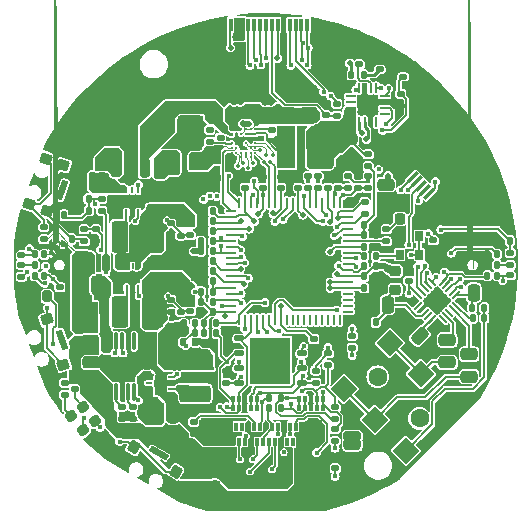
<source format=gbr>
%TF.GenerationSoftware,KiCad,Pcbnew,8.0.1*%
%TF.CreationDate,2024-05-06T13:43:09-07:00*%
%TF.ProjectId,girlvoice,6769726c-766f-4696-9365-2e6b69636164,rev?*%
%TF.SameCoordinates,Original*%
%TF.FileFunction,Copper,L1,Top*%
%TF.FilePolarity,Positive*%
%FSLAX46Y46*%
G04 Gerber Fmt 4.6, Leading zero omitted, Abs format (unit mm)*
G04 Created by KiCad (PCBNEW 8.0.1) date 2024-05-06 13:43:09*
%MOMM*%
%LPD*%
G01*
G04 APERTURE LIST*
G04 Aperture macros list*
%AMRoundRect*
0 Rectangle with rounded corners*
0 $1 Rounding radius*
0 $2 $3 $4 $5 $6 $7 $8 $9 X,Y pos of 4 corners*
0 Add a 4 corners polygon primitive as box body*
4,1,4,$2,$3,$4,$5,$6,$7,$8,$9,$2,$3,0*
0 Add four circle primitives for the rounded corners*
1,1,$1+$1,$2,$3*
1,1,$1+$1,$4,$5*
1,1,$1+$1,$6,$7*
1,1,$1+$1,$8,$9*
0 Add four rect primitives between the rounded corners*
20,1,$1+$1,$2,$3,$4,$5,0*
20,1,$1+$1,$4,$5,$6,$7,0*
20,1,$1+$1,$6,$7,$8,$9,0*
20,1,$1+$1,$8,$9,$2,$3,0*%
%AMRotRect*
0 Rectangle, with rotation*
0 The origin of the aperture is its center*
0 $1 length*
0 $2 width*
0 $3 Rotation angle, in degrees counterclockwise*
0 Add horizontal line*
21,1,$1,$2,0,0,$3*%
%AMFreePoly0*
4,1,53,0.180687,1.453641,0.352314,1.393587,0.506274,1.296847,0.634847,1.168274,0.731587,1.014314,0.791641,0.842687,0.812000,0.662000,0.791641,0.481313,0.731587,0.309686,0.634847,0.155726,0.506274,0.027153,0.352314,-0.069587,0.180687,-0.129641,0.000000,-0.150000,-0.180687,-0.129641,-0.352314,-0.069587,-0.506274,0.027153,-0.634847,0.155726,-0.731587,0.309686,-0.791641,0.481313,
-0.812000,0.662000,-0.517265,0.662000,-0.496312,0.516270,-0.435151,0.382345,-0.338737,0.271077,-0.214880,0.191479,-0.073614,0.150000,0.073614,0.150000,0.214880,0.191479,0.338737,0.271077,0.435151,0.382345,0.496312,0.516270,0.517265,0.662000,0.496312,0.807730,0.435151,0.941655,0.338737,1.052923,0.214880,1.132521,0.073614,1.174000,-0.073614,1.174000,-0.214880,1.132521,
-0.338737,1.052923,-0.435151,0.941655,-0.496312,0.807730,-0.517265,0.662000,-0.812000,0.662000,-0.791641,0.842687,-0.731587,1.014314,-0.634847,1.168274,-0.506274,1.296847,-0.352314,1.393587,-0.180687,1.453641,0.000000,1.474000,0.180687,1.453641,0.180687,1.453641,$1*%
G04 Aperture macros list end*
%TA.AperFunction,SMDPad,CuDef*%
%ADD10RoundRect,0.250001X-0.462499X-1.074999X0.462499X-1.074999X0.462499X1.074999X-0.462499X1.074999X0*%
%TD*%
%TA.AperFunction,SMDPad,CuDef*%
%ADD11RoundRect,0.135000X-0.185000X0.135000X-0.185000X-0.135000X0.185000X-0.135000X0.185000X0.135000X0*%
%TD*%
%TA.AperFunction,SMDPad,CuDef*%
%ADD12RoundRect,0.250000X0.250000X0.475000X-0.250000X0.475000X-0.250000X-0.475000X0.250000X-0.475000X0*%
%TD*%
%TA.AperFunction,SMDPad,CuDef*%
%ADD13RoundRect,0.200000X0.200000X0.600000X-0.200000X0.600000X-0.200000X-0.600000X0.200000X-0.600000X0*%
%TD*%
%TA.AperFunction,SMDPad,CuDef*%
%ADD14RoundRect,0.250001X0.799999X1.249999X-0.799999X1.249999X-0.799999X-1.249999X0.799999X-1.249999X0*%
%TD*%
%TA.AperFunction,SMDPad,CuDef*%
%ADD15RoundRect,0.135000X0.135000X0.185000X-0.135000X0.185000X-0.135000X-0.185000X0.135000X-0.185000X0*%
%TD*%
%TA.AperFunction,SMDPad,CuDef*%
%ADD16RoundRect,0.250000X0.512652X0.159099X0.159099X0.512652X-0.512652X-0.159099X-0.159099X-0.512652X0*%
%TD*%
%TA.AperFunction,SMDPad,CuDef*%
%ADD17RoundRect,0.250000X0.475000X-0.250000X0.475000X0.250000X-0.475000X0.250000X-0.475000X-0.250000X0*%
%TD*%
%TA.AperFunction,SMDPad,CuDef*%
%ADD18RoundRect,0.140000X-0.170000X0.140000X-0.170000X-0.140000X0.170000X-0.140000X0.170000X0.140000X0*%
%TD*%
%TA.AperFunction,SMDPad,CuDef*%
%ADD19RoundRect,0.135000X0.185000X-0.135000X0.185000X0.135000X-0.185000X0.135000X-0.185000X-0.135000X0*%
%TD*%
%TA.AperFunction,SMDPad,CuDef*%
%ADD20RoundRect,0.140000X0.170000X-0.140000X0.170000X0.140000X-0.170000X0.140000X-0.170000X-0.140000X0*%
%TD*%
%TA.AperFunction,SMDPad,CuDef*%
%ADD21RoundRect,0.218750X0.218750X0.256250X-0.218750X0.256250X-0.218750X-0.256250X0.218750X-0.256250X0*%
%TD*%
%TA.AperFunction,SMDPad,CuDef*%
%ADD22RoundRect,0.135000X-0.450724X0.171166X-0.235251X-0.420841X0.450724X-0.171166X0.235251X0.420841X0*%
%TD*%
%TA.AperFunction,SMDPad,CuDef*%
%ADD23RoundRect,0.082500X-0.443391X0.655375X0.081610X-0.787053X0.443391X-0.655375X-0.081610X0.787053X0*%
%TD*%
%TA.AperFunction,SMDPad,CuDef*%
%ADD24RoundRect,0.200000X-0.200000X-0.275000X0.200000X-0.275000X0.200000X0.275000X-0.200000X0.275000X0*%
%TD*%
%TA.AperFunction,SMDPad,CuDef*%
%ADD25RoundRect,0.075000X-0.075000X-0.200000X0.075000X-0.200000X0.075000X0.200000X-0.075000X0.200000X0*%
%TD*%
%TA.AperFunction,SMDPad,CuDef*%
%ADD26R,1.200000X1.200000*%
%TD*%
%TA.AperFunction,SMDPad,CuDef*%
%ADD27RoundRect,0.135000X-0.135000X-0.185000X0.135000X-0.185000X0.135000X0.185000X-0.135000X0.185000X0*%
%TD*%
%TA.AperFunction,SMDPad,CuDef*%
%ADD28RoundRect,0.130500X-0.130500X0.169500X-0.130500X-0.169500X0.130500X-0.169500X0.130500X0.169500X0*%
%TD*%
%TA.AperFunction,SMDPad,CuDef*%
%ADD29FreePoly0,0.000000*%
%TD*%
%TA.AperFunction,SMDPad,CuDef*%
%ADD30RoundRect,0.140000X0.140000X0.170000X-0.140000X0.170000X-0.140000X-0.170000X0.140000X-0.170000X0*%
%TD*%
%TA.AperFunction,SMDPad,CuDef*%
%ADD31RoundRect,0.218750X0.336909X-0.002858X0.055689X0.332287X-0.336909X0.002858X-0.055689X-0.332287X0*%
%TD*%
%TA.AperFunction,SMDPad,CuDef*%
%ADD32RoundRect,0.112500X-0.112500X-0.237500X0.112500X-0.237500X0.112500X0.237500X-0.112500X0.237500X0*%
%TD*%
%TA.AperFunction,SMDPad,CuDef*%
%ADD33RoundRect,0.140000X-0.140000X-0.170000X0.140000X-0.170000X0.140000X0.170000X-0.140000X0.170000X0*%
%TD*%
%TA.AperFunction,SMDPad,CuDef*%
%ADD34RoundRect,0.250000X-0.475000X0.250000X-0.475000X-0.250000X0.475000X-0.250000X0.475000X0.250000X0*%
%TD*%
%TA.AperFunction,SMDPad,CuDef*%
%ADD35RoundRect,0.062500X0.062500X-0.187500X0.062500X0.187500X-0.062500X0.187500X-0.062500X-0.187500X0*%
%TD*%
%TA.AperFunction,ComponentPad*%
%ADD36C,0.600000*%
%TD*%
%TA.AperFunction,SMDPad,CuDef*%
%ADD37R,1.600000X0.900000*%
%TD*%
%TA.AperFunction,BGAPad,CuDef*%
%ADD38C,0.240000*%
%TD*%
%TA.AperFunction,BGAPad,CuDef*%
%ADD39O,0.130000X0.240000*%
%TD*%
%TA.AperFunction,BGAPad,CuDef*%
%ADD40O,0.240000X0.130000*%
%TD*%
%TA.AperFunction,SMDPad,CuDef*%
%ADD41RoundRect,0.125000X0.262500X0.125000X-0.262500X0.125000X-0.262500X-0.125000X0.262500X-0.125000X0*%
%TD*%
%TA.AperFunction,HeatsinkPad*%
%ADD42R,3.400000X4.000000*%
%TD*%
%TA.AperFunction,SMDPad,CuDef*%
%ADD43RoundRect,0.075000X0.075000X-0.650000X0.075000X0.650000X-0.075000X0.650000X-0.075000X-0.650000X0*%
%TD*%
%TA.AperFunction,HeatsinkPad*%
%ADD44C,0.600000*%
%TD*%
%TA.AperFunction,HeatsinkPad*%
%ADD45R,1.880000X1.570000*%
%TD*%
%TA.AperFunction,SMDPad,CuDef*%
%ADD46RoundRect,0.130500X0.130500X-0.169500X0.130500X0.169500X-0.130500X0.169500X-0.130500X-0.169500X0*%
%TD*%
%TA.AperFunction,SMDPad,CuDef*%
%ADD47FreePoly0,180.000000*%
%TD*%
%TA.AperFunction,SMDPad,CuDef*%
%ADD48RoundRect,0.250000X-0.250000X-0.475000X0.250000X-0.475000X0.250000X0.475000X-0.250000X0.475000X0*%
%TD*%
%TA.AperFunction,SMDPad,CuDef*%
%ADD49RoundRect,0.135000X-0.235251X0.420841X-0.450724X-0.171166X0.235251X-0.420841X0.450724X0.171166X0*%
%TD*%
%TA.AperFunction,SMDPad,CuDef*%
%ADD50RoundRect,0.082500X0.081610X0.787053X-0.443391X-0.655375X-0.081610X-0.787053X0.443391X0.655375X0*%
%TD*%
%TA.AperFunction,SMDPad,CuDef*%
%ADD51RotRect,0.300000X1.100000X135.000000*%
%TD*%
%TA.AperFunction,SMDPad,CuDef*%
%ADD52RotRect,2.300000X3.100000X135.000000*%
%TD*%
%TA.AperFunction,SMDPad,CuDef*%
%ADD53RoundRect,0.135000X-0.455298X-0.158599X0.090298X-0.473599X0.455298X0.158599X-0.090298X0.473599X0*%
%TD*%
%TA.AperFunction,SMDPad,CuDef*%
%ADD54RoundRect,0.082500X-0.760924X0.217040X0.568424X-0.550460X0.760924X-0.217040X-0.568424X0.550460X0*%
%TD*%
%TA.AperFunction,SMDPad,CuDef*%
%ADD55R,0.300000X1.100000*%
%TD*%
%TA.AperFunction,SMDPad,CuDef*%
%ADD56R,2.300000X3.100000*%
%TD*%
%TA.AperFunction,SMDPad,CuDef*%
%ADD57R,0.650000X0.850000*%
%TD*%
%TA.AperFunction,WasherPad*%
%ADD58C,1.600000*%
%TD*%
%TA.AperFunction,SMDPad,CuDef*%
%ADD59RotRect,1.600000X1.600000X225.000000*%
%TD*%
%TA.AperFunction,SMDPad,CuDef*%
%ADD60RoundRect,0.112500X0.237500X-0.112500X0.237500X0.112500X-0.237500X0.112500X-0.237500X-0.112500X0*%
%TD*%
%TA.AperFunction,SMDPad,CuDef*%
%ADD61R,1.500000X3.600000*%
%TD*%
%TA.AperFunction,SMDPad,CuDef*%
%ADD62R,0.300000X0.700000*%
%TD*%
%TA.AperFunction,SMDPad,CuDef*%
%ADD63R,1.000000X0.700000*%
%TD*%
%TA.AperFunction,ComponentPad*%
%ADD64O,1.100000X2.100000*%
%TD*%
%TA.AperFunction,ComponentPad*%
%ADD65O,1.100000X2.600000*%
%TD*%
%TA.AperFunction,SMDPad,CuDef*%
%ADD66RoundRect,0.062500X0.375000X0.062500X-0.375000X0.062500X-0.375000X-0.062500X0.375000X-0.062500X0*%
%TD*%
%TA.AperFunction,SMDPad,CuDef*%
%ADD67RoundRect,0.062500X0.062500X0.375000X-0.062500X0.375000X-0.062500X-0.375000X0.062500X-0.375000X0*%
%TD*%
%TA.AperFunction,HeatsinkPad*%
%ADD68R,6.000000X6.000000*%
%TD*%
%TA.AperFunction,SMDPad,CuDef*%
%ADD69RoundRect,0.218750X-0.256250X0.218750X-0.256250X-0.218750X0.256250X-0.218750X0.256250X0.218750X0*%
%TD*%
%TA.AperFunction,SMDPad,CuDef*%
%ADD70RoundRect,0.062500X0.187500X0.062500X-0.187500X0.062500X-0.187500X-0.062500X0.187500X-0.062500X0*%
%TD*%
%TA.AperFunction,SMDPad,CuDef*%
%ADD71R,0.900000X1.600000*%
%TD*%
%TA.AperFunction,SMDPad,CuDef*%
%ADD72RoundRect,0.050000X-0.229810X-0.300520X0.300520X0.229810X0.229810X0.300520X-0.300520X-0.229810X0*%
%TD*%
%TA.AperFunction,SMDPad,CuDef*%
%ADD73RoundRect,0.050000X0.229810X-0.300520X0.300520X-0.229810X-0.229810X0.300520X-0.300520X0.229810X0*%
%TD*%
%TA.AperFunction,HeatsinkPad*%
%ADD74RotRect,1.650000X1.650000X45.000000*%
%TD*%
%TA.AperFunction,SMDPad,CuDef*%
%ADD75RoundRect,0.150000X-0.150000X0.587500X-0.150000X-0.587500X0.150000X-0.587500X0.150000X0.587500X0*%
%TD*%
%TA.AperFunction,SMDPad,CuDef*%
%ADD76RoundRect,0.250001X1.074999X-0.462499X1.074999X0.462499X-1.074999X0.462499X-1.074999X-0.462499X0*%
%TD*%
%TA.AperFunction,SMDPad,CuDef*%
%ADD77RoundRect,0.062500X-0.062500X0.350000X-0.062500X-0.350000X0.062500X-0.350000X0.062500X0.350000X0*%
%TD*%
%TA.AperFunction,SMDPad,CuDef*%
%ADD78RoundRect,0.062500X-0.350000X0.062500X-0.350000X-0.062500X0.350000X-0.062500X0.350000X0.062500X0*%
%TD*%
%TA.AperFunction,HeatsinkPad*%
%ADD79R,1.230000X1.230000*%
%TD*%
%TA.AperFunction,ViaPad*%
%ADD80C,0.500000*%
%TD*%
%TA.AperFunction,ViaPad*%
%ADD81C,0.450000*%
%TD*%
%TA.AperFunction,ViaPad*%
%ADD82C,0.350000*%
%TD*%
%TA.AperFunction,Conductor*%
%ADD83C,0.200000*%
%TD*%
%TA.AperFunction,Conductor*%
%ADD84C,0.150000*%
%TD*%
%TA.AperFunction,Conductor*%
%ADD85C,0.100000*%
%TD*%
%TA.AperFunction,Conductor*%
%ADD86C,0.500000*%
%TD*%
%TA.AperFunction,Conductor*%
%ADD87C,1.000000*%
%TD*%
%TA.AperFunction,Conductor*%
%ADD88C,0.160000*%
%TD*%
%TA.AperFunction,Conductor*%
%ADD89C,0.090000*%
%TD*%
%TA.AperFunction,Conductor*%
%ADD90C,0.120000*%
%TD*%
%TA.AperFunction,Conductor*%
%ADD91C,0.250000*%
%TD*%
%TA.AperFunction,Conductor*%
%ADD92C,0.800000*%
%TD*%
G04 APERTURE END LIST*
D10*
%TO.P,L2,1*%
%TO.N,Net-(U4-SW)*%
X87612500Y-97600000D03*
%TO.P,L2,2*%
%TO.N,+3V3*%
X90587500Y-97600000D03*
%TD*%
D11*
%TO.P,R7,1*%
%TO.N,VSYS*%
X108650000Y-90640000D03*
%TO.P,R7,2*%
%TO.N,/BATT_ADC*%
X108650000Y-91660000D03*
%TD*%
D12*
%TO.P,C8,1*%
%TO.N,VSYS*%
X86150000Y-92900000D03*
%TO.P,C8,2*%
%TO.N,GND*%
X84250000Y-92900000D03*
%TD*%
D13*
%TO.P,J2,1,Pin_1*%
%TO.N,/SPKN*%
X91025000Y-91750000D03*
%TO.P,J2,2,Pin_2*%
%TO.N,/SPKP*%
X89775000Y-91750000D03*
%TO.P,J2,3,Pin_3*%
%TO.N,GND*%
X88525000Y-91750000D03*
%TO.P,J2,4,Pin_4*%
%TO.N,VBAT*%
X87275000Y-91750000D03*
D14*
%TO.P,J2,MP,MountPin*%
%TO.N,GND*%
X93575000Y-88850000D03*
X84725000Y-88850000D03*
%TD*%
D15*
%TO.P,R50,1*%
%TO.N,/FLASH_~{WP}*%
X95810000Y-104950000D03*
%TO.P,R50,2*%
%TO.N,+3V3*%
X94790000Y-104950000D03*
%TD*%
D16*
%TO.P,C49,1*%
%TO.N,Net-(U12-VAG)*%
X113021751Y-106021751D03*
%TO.P,C49,2*%
%TO.N,GND*%
X111678249Y-104678249D03*
%TD*%
D17*
%TO.P,C50,1*%
%TO.N,Net-(C50-Pad1)*%
X117200000Y-109450000D03*
%TO.P,C50,2*%
%TO.N,Net-(U12-LINEIN_L)*%
X117200000Y-107550000D03*
%TD*%
D18*
%TO.P,C23,1*%
%TO.N,+1V8*%
X93600000Y-102970000D03*
%TO.P,C23,2*%
%TO.N,Net-(U3-FB)*%
X93600000Y-103930000D03*
%TD*%
D17*
%TO.P,C39,1*%
%TO.N,VBUS*%
X85200000Y-110150000D03*
%TO.P,C39,2*%
%TO.N,GND*%
X85200000Y-108250000D03*
%TD*%
D19*
%TO.P,R26,1*%
%TO.N,/IPS_RST*%
X106000000Y-87360000D03*
%TO.P,R26,2*%
%TO.N,+3V3*%
X106000000Y-86340000D03*
%TD*%
D20*
%TO.P,C28,1*%
%TO.N,+1V8*%
X99750000Y-93480000D03*
%TO.P,C28,2*%
%TO.N,GND*%
X99750000Y-92520000D03*
%TD*%
D12*
%TO.P,C42,1*%
%TO.N,+1V0*%
X91850000Y-108100000D03*
%TO.P,C42,2*%
%TO.N,GND*%
X89950000Y-108100000D03*
%TD*%
D18*
%TO.P,C32,1*%
%TO.N,+1V8*%
X114150000Y-97920000D03*
%TO.P,C32,2*%
%TO.N,GND*%
X114150000Y-98880000D03*
%TD*%
D21*
%TO.P,D5,1,K*%
%TO.N,GND*%
X112937500Y-96100000D03*
%TO.P,D5,2,A*%
%TO.N,Net-(D5-A)*%
X111362500Y-96100000D03*
%TD*%
D22*
%TO.P,SW3,1,1*%
%TO.N,/BTN_DOWN*%
X81450614Y-104600014D03*
X82852895Y-108452754D03*
%TO.P,SW3,2,2*%
%TO.N,GND*%
X79947105Y-105147246D03*
X81349386Y-108999986D03*
D23*
%TO.P,SW3,SH*%
%TO.N,N/C*%
X82739062Y-106312622D03*
%TD*%
D20*
%TO.P,C41,1*%
%TO.N,/IPS_RST*%
X105100000Y-87330000D03*
%TO.P,C41,2*%
%TO.N,GND*%
X105100000Y-86370000D03*
%TD*%
D10*
%TO.P,L1,1*%
%TO.N,Net-(U3-SW)*%
X87612500Y-103950000D03*
%TO.P,L1,2*%
%TO.N,+1V8*%
X90587500Y-103950000D03*
%TD*%
D24*
%TO.P,R35,1*%
%TO.N,GND*%
X79825000Y-102650000D03*
%TO.P,R35,2*%
%TO.N,Net-(U8-TS)*%
X81475000Y-102650000D03*
%TD*%
D11*
%TO.P,R4,1*%
%TO.N,+3V3*%
X105250000Y-107490000D03*
%TO.P,R4,2*%
%TO.N,/iCE_CDONE*%
X105250000Y-108510000D03*
%TD*%
D19*
%TO.P,R27,1*%
%TO.N,GND*%
X88700000Y-113010000D03*
%TO.P,R27,2*%
%TO.N,Net-(U8-PRETERM)*%
X88700000Y-111990000D03*
%TD*%
%TO.P,R28,1*%
%TO.N,Net-(U9-GAIN_SLOT)*%
X107900000Y-83010000D03*
%TO.P,R28,2*%
%TO.N,GND*%
X107900000Y-81990000D03*
%TD*%
D25*
%TO.P,U10,1,D1+*%
%TO.N,/FLASH_SCK*%
X97200000Y-112085000D03*
%TO.P,U10,2,D1-*%
%TO.N,/FLASH_MOSI*%
X97700000Y-112085000D03*
%TO.P,U10,3,GND*%
%TO.N,GND*%
X98200000Y-112085000D03*
%TO.P,U10,4,D2+*%
%TO.N,/FLASH_MISO*%
X98700000Y-112085000D03*
%TO.P,U10,5,D2-*%
%TO.N,/FLASH_CS*%
X99200000Y-112085000D03*
%TO.P,U10,6,NC*%
X99200000Y-111315000D03*
%TO.P,U10,7,NC*%
%TO.N,/FLASH_MISO*%
X98700000Y-111315000D03*
%TO.P,U10,8,GND*%
%TO.N,GND*%
X98200000Y-111315000D03*
%TO.P,U10,9,NC*%
%TO.N,/FLASH_MOSI*%
X97700000Y-111315000D03*
%TO.P,U10,10,NC*%
%TO.N,/FLASH_SCK*%
X97200000Y-111315000D03*
%TD*%
D26*
%TO.P,D4,1,K*%
%TO.N,VSYS*%
X85150000Y-103725000D03*
%TO.P,D4,2,A*%
%TO.N,VBUS*%
X85150000Y-106525000D03*
%TD*%
D27*
%TO.P,R2,1*%
%TO.N,+3V3*%
X94490000Y-98000000D03*
%TO.P,R2,2*%
%TO.N,/NX_SDA*%
X95510000Y-98000000D03*
%TD*%
D19*
%TO.P,R10,1*%
%TO.N,GND*%
X85600000Y-98010000D03*
%TO.P,R10,2*%
%TO.N,/BTN_PWR*%
X85600000Y-96990000D03*
%TD*%
D11*
%TO.P,R34,1*%
%TO.N,/SPKP*%
X96150000Y-88190000D03*
%TO.P,R34,2*%
%TO.N,Net-(U7-VSN)*%
X96150000Y-89210000D03*
%TD*%
D20*
%TO.P,C9,1*%
%TO.N,+1V0*%
X98250000Y-93480000D03*
%TO.P,C9,2*%
%TO.N,GND*%
X98250000Y-92520000D03*
%TD*%
%TO.P,C54,1*%
%TO.N,+1V8*%
X79300000Y-99180000D03*
%TO.P,C54,2*%
%TO.N,GND*%
X79300000Y-98220000D03*
%TD*%
D18*
%TO.P,C31,1*%
%TO.N,+1V8*%
X82550000Y-101870000D03*
%TO.P,C31,2*%
%TO.N,GND*%
X82550000Y-102830000D03*
%TD*%
D28*
%TO.P,MK2,1,WS*%
%TO.N,/LRCLK*%
X119574000Y-99100000D03*
%TO.P,MK2,2,SEL*%
%TO.N,GND*%
X118752000Y-99100000D03*
D29*
%TO.P,MK2,3,GND*%
X117500000Y-100662000D03*
D28*
%TO.P,MK2,4,BCLK*%
%TO.N,/BCLK*%
X118752000Y-100900000D03*
%TO.P,MK2,5,VDD*%
%TO.N,+1V8*%
X119574000Y-100900000D03*
%TO.P,MK2,6,DATA*%
%TO.N,Net-(MK2-DATA)*%
X119574000Y-100000000D03*
%TD*%
D19*
%TO.P,R41,1*%
%TO.N,/MIC_LRCLK*%
X104400000Y-93510000D03*
%TO.P,R41,2*%
%TO.N,/LRCLK*%
X104400000Y-92490000D03*
%TD*%
D30*
%TO.P,C11,1*%
%TO.N,+1V0*%
X95480000Y-97150000D03*
%TO.P,C11,2*%
%TO.N,GND*%
X94520000Y-97150000D03*
%TD*%
D20*
%TO.P,C27,1*%
%TO.N,+1V8*%
X101250000Y-93480000D03*
%TO.P,C27,2*%
%TO.N,GND*%
X101250000Y-92520000D03*
%TD*%
D30*
%TO.P,C10,1*%
%TO.N,+1V0*%
X95480000Y-95450000D03*
%TO.P,C10,2*%
%TO.N,GND*%
X94520000Y-95450000D03*
%TD*%
D18*
%TO.P,C55,1*%
%TO.N,+1V8*%
X120700000Y-100870000D03*
%TO.P,C55,2*%
%TO.N,GND*%
X120700000Y-101830000D03*
%TD*%
D17*
%TO.P,C35,1*%
%TO.N,+3V3*%
X90600000Y-95350000D03*
%TO.P,C35,2*%
%TO.N,GND*%
X90600000Y-93450000D03*
%TD*%
D11*
%TO.P,R15,1*%
%TO.N,+1V8*%
X92800000Y-102940000D03*
%TO.P,R15,2*%
%TO.N,Net-(U3-FB)*%
X92800000Y-103960000D03*
%TD*%
D19*
%TO.P,R39,1*%
%TO.N,/USB_DP*%
X105850000Y-113060000D03*
%TO.P,R39,2*%
%TO.N,/iCE_CDONE*%
X105850000Y-112040000D03*
%TD*%
D30*
%TO.P,C20,1*%
%TO.N,+1V8*%
X95480000Y-96300000D03*
%TO.P,C20,2*%
%TO.N,GND*%
X94520000Y-96300000D03*
%TD*%
D31*
%TO.P,D2,1,K*%
%TO.N,Net-(D2-K)*%
X85506195Y-113203260D03*
%TO.P,D2,2,A*%
%TO.N,Net-(D2-A)*%
X84493805Y-111996740D03*
%TD*%
D11*
%TO.P,R19,1*%
%TO.N,Net-(U4-FB)*%
X92000000Y-96490000D03*
%TO.P,R19,2*%
%TO.N,GND*%
X92000000Y-97510000D03*
%TD*%
%TO.P,R13,1*%
%TO.N,Net-(R13-Pad1)*%
X81200000Y-96790000D03*
%TO.P,R13,2*%
%TO.N,VSYS*%
X81200000Y-97810000D03*
%TD*%
D17*
%TO.P,C26,1*%
%TO.N,+1V8*%
X90600000Y-101750000D03*
%TO.P,C26,2*%
%TO.N,GND*%
X90600000Y-99850000D03*
%TD*%
D32*
%TO.P,D1,1*%
%TO.N,/PWR_EN*%
X82250000Y-97800000D03*
%TO.P,D1,2*%
%TO.N,Net-(D1-Pad2)*%
X83550000Y-97800000D03*
%TO.P,D1,3*%
%TO.N,Net-(U4-EN)*%
X82900000Y-95800000D03*
%TD*%
D20*
%TO.P,C24,1*%
%TO.N,+1V8*%
X112100000Y-101330000D03*
%TO.P,C24,2*%
%TO.N,GND*%
X112100000Y-100370000D03*
%TD*%
D33*
%TO.P,C30,1*%
%TO.N,+1V8*%
X108320000Y-100950000D03*
%TO.P,C30,2*%
%TO.N,GND*%
X109280000Y-100950000D03*
%TD*%
D11*
%TO.P,R32,1*%
%TO.N,VBUS*%
X82950000Y-109990000D03*
%TO.P,R32,2*%
%TO.N,Net-(D3-A)*%
X82950000Y-111010000D03*
%TD*%
D34*
%TO.P,C15,1*%
%TO.N,VSYS*%
X95450000Y-90700000D03*
%TO.P,C15,2*%
%TO.N,GND*%
X95450000Y-92600000D03*
%TD*%
D25*
%TO.P,U11,1,D1+*%
%TO.N,/USB_DP*%
X102800000Y-112085000D03*
%TO.P,U11,2,D1-*%
%TO.N,/USB_DN*%
X103300000Y-112085000D03*
%TO.P,U11,3,GND*%
%TO.N,GND*%
X103800000Y-112085000D03*
%TO.P,U11,4,D2+*%
%TO.N,/iCE_CDONE*%
X104300000Y-112085000D03*
%TO.P,U11,5,D2-*%
%TO.N,/iCE_CRESET*%
X104800000Y-112085000D03*
%TO.P,U11,6,NC*%
X104800000Y-111315000D03*
%TO.P,U11,7,NC*%
%TO.N,/iCE_CDONE*%
X104300000Y-111315000D03*
%TO.P,U11,8,GND*%
%TO.N,GND*%
X103800000Y-111315000D03*
%TO.P,U11,9,NC*%
%TO.N,/USB_DN*%
X103300000Y-111315000D03*
%TO.P,U11,10,NC*%
%TO.N,/USB_DP*%
X102800000Y-111315000D03*
%TD*%
D15*
%TO.P,R49,1*%
%TO.N,/FLASH_SCK*%
X95810000Y-105800000D03*
%TO.P,R49,2*%
%TO.N,+3V3*%
X94790000Y-105800000D03*
%TD*%
D27*
%TO.P,R22,1*%
%TO.N,+1V0*%
X92990000Y-105750000D03*
%TO.P,R22,2*%
%TO.N,Net-(U6-FB)*%
X94010000Y-105750000D03*
%TD*%
D30*
%TO.P,C17,1*%
%TO.N,Net-(U4-EN)*%
X84980000Y-94400000D03*
%TO.P,C17,2*%
%TO.N,GND*%
X84020000Y-94400000D03*
%TD*%
D35*
%TO.P,U3,1,PGND*%
%TO.N,GND*%
X87700000Y-101950000D03*
%TO.P,U3,2,SW*%
%TO.N,Net-(U3-SW)*%
X88200000Y-101950000D03*
%TO.P,U3,3,AGND*%
%TO.N,GND*%
X88700000Y-101950000D03*
%TO.P,U3,4,FB*%
%TO.N,Net-(U3-FB)*%
X89200000Y-101950000D03*
%TO.P,U3,5,EN*%
%TO.N,+3V3*%
X89200000Y-100050000D03*
%TO.P,U3,6,PG*%
%TO.N,unconnected-(U3-PG-Pad6)*%
X88700000Y-100050000D03*
%TO.P,U3,7,AVIN*%
%TO.N,+3V3*%
X88200000Y-100050000D03*
%TO.P,U3,8,PVIN*%
X87700000Y-100050000D03*
D36*
%TO.P,U3,9,GND*%
%TO.N,GND*%
X87950000Y-101000000D03*
D37*
X88450000Y-101000000D03*
D36*
X88950000Y-101000000D03*
%TD*%
D11*
%TO.P,R45,1*%
%TO.N,Net-(J7-CC1)*%
X93900000Y-113290000D03*
%TO.P,R45,2*%
%TO.N,GND*%
X93900000Y-114310000D03*
%TD*%
D38*
%TO.P,U7,A1,DGND*%
%TO.N,GND*%
X99100000Y-90900000D03*
%TO.P,U7,A2,WCK*%
%TO.N,/AMP_LRCLK*%
X98700000Y-90900000D03*
%TO.P,U7,A3,DVDD*%
%TO.N,+1V8*%
X98300000Y-90900000D03*
D39*
%TO.P,U7,A4,SCL*%
%TO.N,/NX_SCL*%
X97900000Y-90900000D03*
%TO.P,U7,A5,DGND*%
%TO.N,GND*%
X97500000Y-90900000D03*
D38*
%TO.P,U7,A6,DGND*%
X97100000Y-90900000D03*
D40*
%TO.P,U7,B1,BCK*%
%TO.N,/AMP_BCLK*%
X99100000Y-90500000D03*
D38*
%TO.P,U7,B2,WCK*%
%TO.N,/AMP_LRCLK*%
X98700000Y-90500000D03*
%TO.P,U7,B3,DVDD*%
%TO.N,+1V8*%
X98300000Y-90500000D03*
%TO.P,U7,B4,SCL*%
%TO.N,/NX_SCL*%
X97900000Y-90500000D03*
%TO.P,U7,B5,SDA*%
%TO.N,/NX_SDA*%
X97500000Y-90500000D03*
D40*
%TO.P,U7,B6,TEST3*%
%TO.N,GND*%
X97100000Y-90500000D03*
%TO.P,U7,C1,DATAO*%
%TO.N,unconnected-(U7-DATAO-PadC1)*%
X99100000Y-90100000D03*
%TO.P,U7,C2,DATAI*%
%TO.N,/AMP_DATA*%
X98700000Y-90100000D03*
D38*
%TO.P,U7,C3,AD2*%
%TO.N,GND*%
X98300000Y-90100000D03*
%TO.P,U7,C4,AD1*%
X97900000Y-90100000D03*
%TO.P,U7,C5,INTN*%
%TO.N,/AMP_INT*%
X97500000Y-90100000D03*
D40*
%TO.P,U7,C6,VDD*%
%TO.N,VSYS*%
X97100000Y-90100000D03*
%TO.P,U7,D1,RSTN*%
%TO.N,/AMP_EN*%
X99100000Y-89700000D03*
%TO.P,U7,D2,DGND*%
%TO.N,GND*%
X98700000Y-89700000D03*
D38*
%TO.P,U7,D3,VSN*%
%TO.N,Net-(U7-VSN)*%
X98300000Y-89700000D03*
%TO.P,U7,D4,TEST2*%
%TO.N,GND*%
X97900000Y-89700000D03*
%TO.P,U7,D5,TEST1*%
X97500000Y-89700000D03*
%TO.P,U7,D6,VSP*%
%TO.N,Net-(U7-VSP)*%
X97100000Y-89700000D03*
%TO.P,U7,E1,BGND*%
%TO.N,GND*%
X99100000Y-89300000D03*
%TO.P,U7,E2,BGND*%
X98700000Y-89300000D03*
%TO.P,U7,E3,BGND*%
X98300000Y-89300000D03*
%TO.P,U7,E4,DGND*%
X97900000Y-89300000D03*
%TO.P,U7,E5,PGND*%
X97500000Y-89300000D03*
%TO.P,U7,E6,DGND*%
X97100000Y-89300000D03*
%TO.P,U7,F1,SW*%
%TO.N,Net-(L4-Pad1)*%
X99100000Y-88900000D03*
%TO.P,U7,F2,SW*%
X98700000Y-88900000D03*
%TO.P,U7,F3,SW*%
X98300000Y-88900000D03*
%TO.P,U7,F4,VOP*%
%TO.N,/SPKN*%
X97900000Y-88900000D03*
%TO.P,U7,F5,PGND*%
%TO.N,GND*%
X97500000Y-88900000D03*
%TO.P,U7,F6,VON*%
%TO.N,/SPKP*%
X97100000Y-88900000D03*
%TO.P,U7,G1,VREG*%
%TO.N,Net-(U7-VREG)*%
X99100000Y-88500000D03*
%TO.P,U7,G2,VBST*%
%TO.N,Net-(C13-Pad1)*%
X98700000Y-88500000D03*
D39*
%TO.P,U7,G3,VBST*%
X98300000Y-88500000D03*
%TO.P,U7,G4,PVDD*%
X97900000Y-88500000D03*
D38*
%TO.P,U7,G5,PVDD*%
X97500000Y-88500000D03*
%TO.P,U7,G6,PVDD*%
X97100000Y-88500000D03*
%TD*%
D41*
%TO.P,U2,1,~{CS}*%
%TO.N,/FLASH_CS*%
X103025000Y-110030000D03*
%TO.P,U2,2,DO(IO1)*%
%TO.N,/FLASH_MISO*%
X103025000Y-108760000D03*
%TO.P,U2,3,IO2*%
%TO.N,/FLASH_~{WP}*%
X103025000Y-107490000D03*
%TO.P,U2,4,GND*%
%TO.N,GND*%
X103025000Y-106220000D03*
%TO.P,U2,5,DI(IO0)*%
%TO.N,/FLASH_MOSI*%
X97700000Y-106220000D03*
%TO.P,U2,6,CLK*%
%TO.N,/FLASH_SCK*%
X97700000Y-107490000D03*
%TO.P,U2,7,IO3*%
%TO.N,/FLASH_~{HLD}*%
X97700000Y-108760000D03*
%TO.P,U2,8,VCC*%
%TO.N,+3V3*%
X97700000Y-110030000D03*
D42*
%TO.P,U2,9*%
%TO.N,N/C*%
X100362500Y-108125000D03*
%TD*%
D17*
%TO.P,C38,1*%
%TO.N,+3V3*%
X92250000Y-95350000D03*
%TO.P,C38,2*%
%TO.N,GND*%
X92250000Y-93450000D03*
%TD*%
D43*
%TO.P,U8,1,IN*%
%TO.N,VBUS*%
X86830000Y-110760000D03*
%TO.P,U8,2,ISET*%
%TO.N,Net-(U8-ISET)*%
X87330000Y-110760000D03*
%TO.P,U8,3,VSS*%
%TO.N,GND*%
X87830000Y-110760000D03*
%TO.P,U8,4,PRETERM*%
%TO.N,Net-(U8-PRETERM)*%
X88330000Y-110760000D03*
%TO.P,U8,5,~{PG}*%
%TO.N,Net-(D3-K)*%
X88830000Y-110760000D03*
%TO.P,U8,6,NC*%
%TO.N,unconnected-(U8-NC-Pad6)*%
X88830000Y-106460000D03*
%TO.P,U8,7,ISET2*%
%TO.N,GND*%
X88330000Y-106460000D03*
%TO.P,U8,8,~{CHG}*%
%TO.N,Net-(D2-K)*%
X87830000Y-106460000D03*
%TO.P,U8,9,TS*%
%TO.N,Net-(U8-TS)*%
X87330000Y-106460000D03*
%TO.P,U8,10,OUT*%
%TO.N,VBAT*%
X86830000Y-106460000D03*
D44*
%TO.P,U8,11,VSS*%
%TO.N,GND*%
X87190000Y-109095000D03*
X88470000Y-109095000D03*
D45*
X87830000Y-108610000D03*
D44*
X87190000Y-108125000D03*
X88470000Y-108125000D03*
%TD*%
D19*
%TO.P,R20,1*%
%TO.N,/BTN_UP*%
X108650000Y-93510000D03*
%TO.P,R20,2*%
%TO.N,+1V8*%
X108650000Y-92490000D03*
%TD*%
%TO.P,R52,1*%
%TO.N,/LED*%
X110200000Y-98010000D03*
%TO.P,R52,2*%
%TO.N,Net-(D5-A)*%
X110200000Y-96990000D03*
%TD*%
%TO.P,R43,1*%
%TO.N,/MIC_DATA*%
X79300000Y-101010000D03*
%TO.P,R43,2*%
%TO.N,Net-(MK1-DATA)*%
X79300000Y-99990000D03*
%TD*%
D31*
%TO.P,D3,1,K*%
%TO.N,Net-(D3-K)*%
X84506196Y-114003259D03*
%TO.P,D3,2,A*%
%TO.N,Net-(D3-A)*%
X83493804Y-112796741D03*
%TD*%
D15*
%TO.P,R30,1*%
%TO.N,Net-(Q1-D)*%
X108260000Y-83900000D03*
%TO.P,R30,2*%
%TO.N,Net-(J1-Pin_2)*%
X107240000Y-83900000D03*
%TD*%
D19*
%TO.P,R14,1*%
%TO.N,VBUS*%
X86100000Y-95410000D03*
%TO.P,R14,2*%
%TO.N,Net-(U4-EN)*%
X86100000Y-94390000D03*
%TD*%
D12*
%TO.P,C43,1*%
%TO.N,+1V0*%
X91850000Y-106450000D03*
%TO.P,C43,2*%
%TO.N,GND*%
X89950000Y-106450000D03*
%TD*%
D11*
%TO.P,R11,1*%
%TO.N,/BTN_PWR*%
X84600000Y-96990000D03*
%TO.P,R11,2*%
%TO.N,Net-(D1-Pad2)*%
X84600000Y-98010000D03*
%TD*%
D27*
%TO.P,R3,1*%
%TO.N,+3V3*%
X94490000Y-98850000D03*
%TO.P,R3,2*%
%TO.N,/NX_SCL*%
X95510000Y-98850000D03*
%TD*%
D46*
%TO.P,MK1,1,WS*%
%TO.N,/LRCLK*%
X80426000Y-100900000D03*
%TO.P,MK1,2,SEL*%
%TO.N,+1V8*%
X81248000Y-100900000D03*
D47*
%TO.P,MK1,3,GND*%
%TO.N,GND*%
X82500000Y-99338000D03*
D46*
%TO.P,MK1,4,BCLK*%
%TO.N,/BCLK*%
X81248000Y-99100000D03*
%TO.P,MK1,5,VDD*%
%TO.N,+1V8*%
X80426000Y-99100000D03*
%TO.P,MK1,6,DATA*%
%TO.N,Net-(MK1-DATA)*%
X80426000Y-100000000D03*
%TD*%
D30*
%TO.P,C19,1*%
%TO.N,+3V3*%
X95480000Y-103950000D03*
%TO.P,C19,2*%
%TO.N,GND*%
X94520000Y-103950000D03*
%TD*%
D48*
%TO.P,C6,1*%
%TO.N,Net-(U12-MIC_BIAS)*%
X117600000Y-102350000D03*
%TO.P,C6,2*%
%TO.N,GND*%
X119500000Y-102350000D03*
%TD*%
D30*
%TO.P,C18,1*%
%TO.N,+3V3*%
X95480000Y-100550000D03*
%TO.P,C18,2*%
%TO.N,GND*%
X94520000Y-100550000D03*
%TD*%
D20*
%TO.P,C25,1*%
%TO.N,+1V8*%
X102750000Y-93480000D03*
%TO.P,C25,2*%
%TO.N,GND*%
X102750000Y-92520000D03*
%TD*%
D19*
%TO.P,R6,1*%
%TO.N,+3V3*%
X107300000Y-107010000D03*
%TO.P,R6,2*%
%TO.N,/iCE_CINIT*%
X107300000Y-105990000D03*
%TD*%
D27*
%TO.P,R23,1*%
%TO.N,Net-(U6-FB)*%
X92990000Y-106550000D03*
%TO.P,R23,2*%
%TO.N,GND*%
X94010000Y-106550000D03*
%TD*%
%TO.P,R47,1*%
%TO.N,Net-(J7-D--PadA7)*%
X100290000Y-112100000D03*
%TO.P,R47,2*%
%TO.N,/USB_DN*%
X101310000Y-112100000D03*
%TD*%
D17*
%TO.P,C13,1*%
%TO.N,Net-(C13-Pad1)*%
X99200000Y-87150000D03*
%TO.P,C13,2*%
%TO.N,GND*%
X99200000Y-85250000D03*
%TD*%
D49*
%TO.P,SW1,1,1*%
%TO.N,Net-(D1-Pad2)*%
X82852895Y-91547246D03*
X81450612Y-95399986D03*
%TO.P,SW1,2,2*%
%TO.N,Net-(R13-Pad1)*%
X81349388Y-91000014D03*
X79947105Y-94852754D03*
D50*
%TO.P,SW1,SH*%
%TO.N,N/C*%
X82739062Y-93687379D03*
%TD*%
D18*
%TO.P,C1,1*%
%TO.N,+1V0*%
X104050000Y-106270000D03*
%TO.P,C1,2*%
%TO.N,GND*%
X104050000Y-107230000D03*
%TD*%
D33*
%TO.P,C4,1*%
%TO.N,/BATT_ADC*%
X108320000Y-97450000D03*
%TO.P,C4,2*%
%TO.N,GND*%
X109280000Y-97450000D03*
%TD*%
D51*
%TO.P,J3,1,Pin_1*%
%TO.N,+3V3*%
X113829289Y-93988478D03*
%TO.P,J3,2,Pin_2*%
%TO.N,Net-(J3-Pin_2)*%
X113475736Y-93634924D03*
%TO.P,J3,3,Pin_3*%
%TO.N,/PAJ_INT*%
X113122183Y-93281371D03*
%TO.P,J3,4,Pin_4*%
%TO.N,/NX_SDA*%
X112768629Y-92927817D03*
%TO.P,J3,5,Pin_5*%
%TO.N,/NX_SCL*%
X112415076Y-92574264D03*
%TO.P,J3,6,Pin_6*%
%TO.N,GND*%
X112061522Y-92220711D03*
D52*
%TO.P,J3,MP,MountPin*%
X116212239Y-93967264D03*
X112082736Y-89837761D03*
%TD*%
D11*
%TO.P,R44,1*%
%TO.N,/MIC_DATA*%
X120700000Y-98990000D03*
%TO.P,R44,2*%
%TO.N,Net-(MK2-DATA)*%
X120700000Y-100010000D03*
%TD*%
D19*
%TO.P,R5,1*%
%TO.N,+3V3*%
X105850000Y-114910000D03*
%TO.P,R5,2*%
%TO.N,/iCE_CRESET*%
X105850000Y-113890000D03*
%TD*%
D20*
%TO.P,C16,1*%
%TO.N,+3V3*%
X96600000Y-109980000D03*
%TO.P,C16,2*%
%TO.N,GND*%
X96600000Y-109020000D03*
%TD*%
D34*
%TO.P,C22,1*%
%TO.N,VSYS*%
X107000000Y-89350000D03*
%TO.P,C22,2*%
%TO.N,GND*%
X107000000Y-91250000D03*
%TD*%
D17*
%TO.P,C14,1*%
%TO.N,Net-(C13-Pad1)*%
X97300000Y-87150000D03*
%TO.P,C14,2*%
%TO.N,GND*%
X97300000Y-85250000D03*
%TD*%
D19*
%TO.P,R37,1*%
%TO.N,GND*%
X93900000Y-118810000D03*
%TO.P,R37,2*%
%TO.N,VBUS*%
X93900000Y-117790000D03*
%TD*%
D18*
%TO.P,C34,1*%
%TO.N,+3V3*%
X93600000Y-96520000D03*
%TO.P,C34,2*%
%TO.N,Net-(U4-FB)*%
X93600000Y-97480000D03*
%TD*%
D53*
%TO.P,SW2,1,1*%
%TO.N,/BTN_UP*%
X88837147Y-115448094D03*
X92387851Y-117498094D03*
%TO.P,SW2,2,2*%
%TO.N,GND*%
X88037147Y-116833734D03*
X91587851Y-118883734D03*
D54*
%TO.P,SW2,SH*%
%TO.N,N/C*%
X90924998Y-115931828D03*
%TD*%
D30*
%TO.P,C51,1*%
%TO.N,Net-(U12-VDDA)*%
X109305000Y-104850000D03*
%TO.P,C51,2*%
%TO.N,GND*%
X108345000Y-104850000D03*
%TD*%
D33*
%TO.P,C5,1*%
%TO.N,+1V0*%
X108320000Y-98450000D03*
%TO.P,C5,2*%
%TO.N,GND*%
X109280000Y-98450000D03*
%TD*%
D27*
%TO.P,R40,1*%
%TO.N,GND*%
X119640000Y-97950000D03*
%TO.P,R40,2*%
%TO.N,/MIC_DATA*%
X120660000Y-97950000D03*
%TD*%
D33*
%TO.P,C47,1*%
%TO.N,Net-(U12-MIC)*%
X117520000Y-104500000D03*
%TO.P,C47,2*%
%TO.N,Net-(C47-Pad2)*%
X118480000Y-104500000D03*
%TD*%
D34*
%TO.P,C33,1*%
%TO.N,+3V3*%
X107300000Y-115150000D03*
%TO.P,C33,2*%
%TO.N,GND*%
X107300000Y-117050000D03*
%TD*%
D20*
%TO.P,C7,1*%
%TO.N,+1V0*%
X105250000Y-93480000D03*
%TO.P,C7,2*%
%TO.N,GND*%
X105250000Y-92520000D03*
%TD*%
D17*
%TO.P,C46,1*%
%TO.N,Net-(C13-Pad1)*%
X103660000Y-87150000D03*
%TO.P,C46,2*%
%TO.N,GND*%
X103660000Y-85250000D03*
%TD*%
D55*
%TO.P,J1,1,Pin_1*%
%TO.N,GND*%
X96500000Y-79675000D03*
%TO.P,J1,2,Pin_2*%
%TO.N,Net-(J1-Pin_2)*%
X97000000Y-79675000D03*
%TO.P,J1,3,Pin_3*%
%TO.N,+3V3*%
X97500000Y-79675000D03*
%TO.P,J1,4,Pin_4*%
X98000000Y-79675000D03*
%TO.P,J1,5,Pin_5*%
%TO.N,/IPS_RS*%
X98500000Y-79675000D03*
%TO.P,J1,6,Pin_6*%
%TO.N,/IPS_CS*%
X99000000Y-79675000D03*
%TO.P,J1,7,Pin_7*%
%TO.N,/IPS_SCK*%
X99500000Y-79675000D03*
%TO.P,J1,8,Pin_8*%
%TO.N,/IPS_DATA*%
X100000000Y-79675000D03*
%TO.P,J1,9,Pin_9*%
%TO.N,/IPS_RST*%
X100500000Y-79675000D03*
%TO.P,J1,10,Pin_10*%
%TO.N,+3V3*%
X101000000Y-79675000D03*
%TO.P,J1,11,Pin_11*%
%TO.N,GND*%
X101500000Y-79675000D03*
%TO.P,J1,12,Pin_12*%
%TO.N,/TP_RST*%
X102000000Y-79675000D03*
%TO.P,J1,13,Pin_13*%
%TO.N,/TP_INT*%
X102500000Y-79675000D03*
%TO.P,J1,14,Pin_14*%
%TO.N,/NX_SDA*%
X103000000Y-79675000D03*
%TO.P,J1,15,Pin_15*%
%TO.N,/NX_SCL*%
X103500000Y-79675000D03*
D56*
%TO.P,J1,MP,MountPin*%
%TO.N,GND*%
X94830000Y-81325000D03*
X105170000Y-81325000D03*
%TD*%
D30*
%TO.P,C21,1*%
%TO.N,+1V8*%
X95480000Y-99700000D03*
%TO.P,C21,2*%
%TO.N,GND*%
X94520000Y-99700000D03*
%TD*%
D57*
%TO.P,U5,1,Standby*%
%TO.N,+1V8*%
X112975000Y-97575000D03*
%TO.P,U5,2,GND*%
%TO.N,GND*%
X111325000Y-97575000D03*
%TO.P,U5,3,Out*%
%TO.N,/OSC_IN*%
X111325000Y-99125000D03*
%TO.P,U5,4,VDD*%
%TO.N,+1V8*%
X112975000Y-99125000D03*
%TD*%
D12*
%TO.P,C52,1*%
%TO.N,Net-(U12-VDDA)*%
X110300000Y-103375000D03*
%TO.P,C52,2*%
%TO.N,GND*%
X108400000Y-103375000D03*
%TD*%
D19*
%TO.P,R42,1*%
%TO.N,/MIC_BCLK*%
X103600000Y-93510000D03*
%TO.P,R42,2*%
%TO.N,/BCLK*%
X103600000Y-92490000D03*
%TD*%
D11*
%TO.P,R18,1*%
%TO.N,+3V3*%
X92800000Y-96490000D03*
%TO.P,R18,2*%
%TO.N,Net-(U4-FB)*%
X92800000Y-97510000D03*
%TD*%
D17*
%TO.P,C45,1*%
%TO.N,Net-(C13-Pad1)*%
X101750000Y-87150000D03*
%TO.P,C45,2*%
%TO.N,GND*%
X101750000Y-85250000D03*
%TD*%
D58*
%TO.P,J8,*%
%TO.N,*%
X112998478Y-112998478D03*
X109462944Y-109462944D03*
D59*
%TO.P,J8,R1*%
%TO.N,Net-(C50-Pad1)*%
X109215456Y-113104544D03*
%TO.P,J8,R1N*%
X106599161Y-110488249D03*
%TO.P,J8,R2*%
%TO.N,GND*%
X115720839Y-111831751D03*
%TO.P,J8,S*%
%TO.N,Net-(C47-Pad2)*%
X111831751Y-115720839D03*
%TO.P,J8,T*%
%TO.N,Net-(C53-Pad2)*%
X113104544Y-109215456D03*
%TO.P,J8,TN*%
X110488249Y-106599161D03*
%TD*%
D60*
%TO.P,Q1,1,G*%
%TO.N,/IPS_BL*%
X111625000Y-84072500D03*
%TO.P,Q1,2,S*%
%TO.N,GND*%
X111625000Y-82772500D03*
%TO.P,Q1,3,D*%
%TO.N,Net-(Q1-D)*%
X109625000Y-83422500D03*
%TD*%
D27*
%TO.P,R8,1*%
%TO.N,/BATT_ADC*%
X108290000Y-96650000D03*
%TO.P,R8,2*%
%TO.N,GND*%
X109310000Y-96650000D03*
%TD*%
D34*
%TO.P,C53,1*%
%TO.N,Net-(U12-LINEOUT_L)*%
X115350000Y-106350000D03*
%TO.P,C53,2*%
%TO.N,Net-(C53-Pad2)*%
X115350000Y-108250000D03*
%TD*%
D11*
%TO.P,R33,1*%
%TO.N,/SPKN*%
X95250000Y-88540000D03*
%TO.P,R33,2*%
%TO.N,Net-(U7-VSP)*%
X95250000Y-89560000D03*
%TD*%
D61*
%TO.P,L4,1*%
%TO.N,Net-(L4-Pad1)*%
X101725000Y-90050000D03*
%TO.P,L4,2*%
%TO.N,VSYS*%
X104775000Y-90050000D03*
%TD*%
D62*
%TO.P,J7,A1,GND*%
%TO.N,GND*%
X97000000Y-113685000D03*
%TO.P,J7,A2,TX1+*%
%TO.N,unconnected-(J7-TX1+-PadA2)*%
X97500000Y-113685000D03*
%TO.P,J7,A3,TX1-*%
%TO.N,unconnected-(J7-TX1--PadA3)*%
X98000000Y-113685000D03*
%TO.P,J7,A4,VBUS*%
%TO.N,VBUS*%
X98500000Y-113685000D03*
%TO.P,J7,A5,CC1*%
%TO.N,Net-(J7-CC1)*%
X99000000Y-113685000D03*
%TO.P,J7,A6,D+*%
%TO.N,Net-(J7-D+-PadA6)*%
X99500000Y-113685000D03*
%TO.P,J7,A7,D-*%
%TO.N,Net-(J7-D--PadA7)*%
X100500000Y-113685000D03*
%TO.P,J7,A8,SBU1*%
%TO.N,Net-(J7-SBU1)*%
X101000000Y-113685000D03*
%TO.P,J7,A9,VBUS*%
%TO.N,VBUS*%
X101500000Y-113685000D03*
%TO.P,J7,A10,RX2-*%
%TO.N,Net-(J7-RX2-)*%
X102000000Y-113685000D03*
%TO.P,J7,A11,RX2+*%
%TO.N,Net-(J7-RX2+)*%
X102500000Y-113685000D03*
%TO.P,J7,A12,GND*%
%TO.N,GND*%
X103000000Y-113685000D03*
D63*
%TO.P,J7,B1,GND*%
X103100000Y-114985000D03*
D62*
%TO.P,J7,B2,TX2+*%
%TO.N,unconnected-(J7-TX2+-PadB2)*%
X102250000Y-114985000D03*
%TO.P,J7,B3,TX2-*%
%TO.N,unconnected-(J7-TX2--PadB3)*%
X101750000Y-114985000D03*
%TO.P,J7,B4,VBUS*%
%TO.N,VBUS*%
X101250000Y-114985000D03*
%TO.P,J7,B5,CC2*%
%TO.N,Net-(J7-CC2)*%
X100750000Y-114985000D03*
%TO.P,J7,B6,D+*%
%TO.N,Net-(J7-D+-PadA6)*%
X100250000Y-114985000D03*
%TO.P,J7,B7,D-*%
%TO.N,Net-(J7-D--PadA7)*%
X99750000Y-114985000D03*
%TO.P,J7,B8,SBU2*%
%TO.N,Net-(J7-SBU2)*%
X99250000Y-114985000D03*
%TO.P,J7,B9,VBUS*%
%TO.N,VBUS*%
X98750000Y-114985000D03*
%TO.P,J7,B10,RX1-*%
%TO.N,Net-(J7-RX1-)*%
X98250000Y-114985000D03*
%TO.P,J7,B11,RX1+*%
%TO.N,Net-(J7-RX1+)*%
X97750000Y-114985000D03*
D63*
%TO.P,J7,B12,GND*%
%TO.N,GND*%
X96900000Y-114985000D03*
D64*
%TO.P,J7,S1,SHIELD*%
X95680000Y-114095000D03*
D65*
X95680000Y-119455000D03*
D64*
X104320000Y-114095000D03*
D65*
X104320000Y-119455000D03*
%TD*%
D20*
%TO.P,C36,1*%
%TO.N,/BTN_UP*%
X107800000Y-93480000D03*
%TO.P,C36,2*%
%TO.N,GND*%
X107800000Y-92520000D03*
%TD*%
D19*
%TO.P,R21,1*%
%TO.N,/BTN_DOWN*%
X106950000Y-93510000D03*
%TO.P,R21,2*%
%TO.N,+1V8*%
X106950000Y-92490000D03*
%TD*%
%TO.P,R46,1*%
%TO.N,Net-(J7-CC2)*%
X105850000Y-117210000D03*
%TO.P,R46,2*%
%TO.N,GND*%
X105850000Y-116190000D03*
%TD*%
D15*
%TO.P,R12,1*%
%TO.N,Net-(U4-EN)*%
X85010000Y-95400000D03*
%TO.P,R12,2*%
%TO.N,GND*%
X83990000Y-95400000D03*
%TD*%
D11*
%TO.P,R16,1*%
%TO.N,Net-(U3-FB)*%
X92000000Y-102940000D03*
%TO.P,R16,2*%
%TO.N,GND*%
X92000000Y-103960000D03*
%TD*%
D66*
%TO.P,U1,1,DPHY0_DP2*%
%TO.N,unconnected-(U1-DPHY0_DP2-Pad1)*%
X106937500Y-103950000D03*
%TO.P,U1,2,DPHY0_DN2*%
%TO.N,unconnected-(U1-DPHY0_DN2-Pad2)*%
X106937500Y-103450000D03*
%TO.P,U1,3,DPHY0_DN0*%
%TO.N,unconnected-(U1-DPHY0_DN0-Pad3)*%
X106937500Y-102950000D03*
%TO.P,U1,4,DPHY0_DP0*%
%TO.N,unconnected-(U1-DPHY0_DP0-Pad4)*%
X106937500Y-102450000D03*
%TO.P,U1,5,VCC*%
%TO.N,+1V0*%
X106937500Y-101950000D03*
%TO.P,U1,6,VCC*%
X106937500Y-101450000D03*
%TO.P,U1,7,VCCAUX*%
%TO.N,+1V8*%
X106937500Y-100950000D03*
%TO.P,U1,8,PB12B/PCLKC5_3/VREF5_2*%
%TO.N,/PAJ_INT*%
X106937500Y-100450000D03*
%TO.P,U1,9,PB12A/PCLKT5_3*%
%TO.N,/AUX_DATAO*%
X106937500Y-99950000D03*
%TO.P,U1,10,PB8B/PCLKC5_1/LLC_GPLL0C_IN/ADC_CN3*%
%TO.N,/AUX_DATAI*%
X106937500Y-99450000D03*
%TO.P,U1,11,PB8A/PCLKT5_1/LLC_GPLL0T_IN/ADC_CP3*%
%TO.N,Net-(U1-PB8A{slash}PCLKT5_1{slash}LLC_GPLL0T_IN{slash}ADC_CP3)*%
X106937500Y-98950000D03*
%TO.P,U1,12,VCCPLL_LLC*%
%TO.N,+1V0*%
X106937500Y-98450000D03*
%TO.P,U1,13,PB4B/CDR_RXN0/ADC_CN0/COMP1N*%
%TO.N,/LED*%
X106937500Y-97950000D03*
%TO.P,U1,14,PB4A/CDR_RXP0/VREF5_1/ADC_CP0/COMP1P*%
%TO.N,/BATT_ADC*%
X106937500Y-97450000D03*
%TO.P,U1,15,PB6B/PCLKC5_0/CDR_RXN1/ADC_CN1/COMP2N*%
%TO.N,/TP_RST*%
X106937500Y-96950000D03*
%TO.P,U1,16,PB6A/PCLKT5_0/CDR_RXP1/ADC_CP1/COMP2P*%
%TO.N,/TP_INT*%
X106937500Y-96450000D03*
%TO.P,U1,17,VCCAUXH5*%
%TO.N,+1V8*%
X106937500Y-95950000D03*
%TO.P,U1,18,VCCIO5*%
X106937500Y-95450000D03*
D67*
%TO.P,U1,19,PB10A/PCLKT5_2/ADC_CP2/COMP3P*%
%TO.N,/BTN_UP*%
X106250000Y-94762500D03*
%TO.P,U1,20,PB10B/PCLKC5_2/ADC_CN2/COMP3N*%
%TO.N,/BTN_DOWN*%
X105750000Y-94762500D03*
%TO.P,U1,21,VCC*%
%TO.N,+1V0*%
X105250000Y-94762500D03*
%TO.P,U1,22,PB54A/PCLKT3_0/VREF3_1/ADC_CP5*%
%TO.N,/AUX_MCLK*%
X104750000Y-94762500D03*
%TO.P,U1,23,PB54B/PCLKC3_0/ADC_CN5*%
%TO.N,/MIC_LRCLK*%
X104250000Y-94762500D03*
%TO.P,U1,24,PB58A/PCLKT3_1/ADC_CP6*%
%TO.N,/MIC_BCLK*%
X103750000Y-94762500D03*
%TO.P,U1,25,PB58B/PCLKC3_1/ADC_CN6*%
%TO.N,/MIC_DATA*%
X103250000Y-94762500D03*
%TO.P,U1,26,VCCIO3*%
%TO.N,+1V8*%
X102750000Y-94762500D03*
%TO.P,U1,27,PB68A/ADC_CP8*%
%TO.N,/BTN_PWR*%
X102250000Y-94762500D03*
%TO.P,U1,28,PB68B/ADC_CN8*%
%TO.N,/PWR_EN*%
X101750000Y-94762500D03*
%TO.P,U1,29,VCCAUXH3*%
%TO.N,+1V8*%
X101250000Y-94762500D03*
%TO.P,U1,30,PB72A/PCLKT3_2/ADC_CP13*%
%TO.N,/AMP_LRCLK*%
X100750000Y-94762500D03*
%TO.P,U1,31,PB72B/PCLKC3_2/ADC_CN13*%
%TO.N,/AMP_BCLK*%
X100250000Y-94762500D03*
%TO.P,U1,32,VCCIO3*%
%TO.N,+1V8*%
X99750000Y-94762500D03*
%TO.P,U1,33,PB74A/PCLKT3_3/ADC_CP14*%
%TO.N,/AMP_DATA*%
X99250000Y-94762500D03*
%TO.P,U1,34,PB74B/PCLKC3_3/ADC_CN14*%
%TO.N,/AMP_EN*%
X98750000Y-94762500D03*
%TO.P,U1,35,VCC*%
%TO.N,+1V0*%
X98250000Y-94762500D03*
%TO.P,U1,36,PB84A/LRC_GPLL0T_IN*%
%TO.N,/IPS_BL*%
X97750000Y-94762500D03*
D66*
%TO.P,U1,37,PB84B/LRC_GPLL0C_IN/VREF3_2*%
%TO.N,/AMP_INT*%
X97062500Y-95450000D03*
%TO.P,U1,38,VCCPLL_LRC*%
%TO.N,+1V0*%
X97062500Y-95950000D03*
%TO.P,U1,39,VCCADC18*%
%TO.N,+1V8*%
X97062500Y-96450000D03*
%TO.P,U1,40,VCC*%
%TO.N,+1V0*%
X97062500Y-96950000D03*
%TO.P,U1,41,PR13A/TCK/SCLK/PMU_EXT_CLK*%
%TO.N,/USB_DP*%
X97062500Y-97450000D03*
%TO.P,U1,42,PR11A/SDA/USER_SDA*%
%TO.N,/NX_SDA*%
X97062500Y-97950000D03*
%TO.P,U1,43,PR13B/PMU_WAKEUP*%
%TO.N,/USB_DN*%
X97062500Y-98450000D03*
%TO.P,U1,44,PR11B/SCL/USER_SCL*%
%TO.N,/NX_SCL*%
X97062500Y-98950000D03*
%TO.P,U1,45,PR10B/TDO/SSO*%
%TO.N,/IPS_DATA*%
X97062500Y-99450000D03*
%TO.P,U1,46,PR8B/TDI/SSI*%
%TO.N,/IPS_RS*%
X97062500Y-99950000D03*
%TO.P,U1,47,VCCAUX*%
%TO.N,+1V8*%
X97062500Y-100450000D03*
%TO.P,U1,48,PR6B/TMS/SCSN*%
%TO.N,/IPS_SCK*%
X97062500Y-100950000D03*
%TO.P,U1,49,VCCIO1*%
%TO.N,+3V3*%
X97062500Y-101450000D03*
%TO.P,U1,50,JTAG_EN*%
%TO.N,Net-(U1-JTAG_EN)*%
X97062500Y-101950000D03*
%TO.P,U1,51,PT80A/MISO/MD1*%
%TO.N,/FLASH_MISO*%
X97062500Y-102450000D03*
%TO.P,U1,52,PT82A/MD3*%
%TO.N,/FLASH_~{HLD}*%
X97062500Y-102950000D03*
%TO.P,U1,53,PT82B/MCSNO/MSDO*%
%TO.N,/IPS_CS*%
X97062500Y-103450000D03*
%TO.P,U1,54,VCCIO0*%
%TO.N,+3V3*%
X97062500Y-103950000D03*
D67*
%TO.P,U1,55,PT80B/MD2*%
%TO.N,/FLASH_~{WP}*%
X97750000Y-104637500D03*
%TO.P,U1,56,PT78A/MCSN/PCLKT0_1*%
%TO.N,/FLASH_CS*%
X98250000Y-104637500D03*
%TO.P,U1,57,PT78B/MOSI/MD0*%
%TO.N,/FLASH_MOSI*%
X98750000Y-104637500D03*
%TO.P,U1,58,PT76B/DONE*%
%TO.N,/iCE_CDONE*%
X99250000Y-104637500D03*
%TO.P,U1,59,PT76A/MCLK/PCLKT0_0*%
%TO.N,/FLASH_SCK*%
X99750000Y-104637500D03*
%TO.P,U1,60,PT74B/PROGRAMN*%
%TO.N,/iCE_CRESET*%
X100250000Y-104637500D03*
%TO.P,U1,61,PT74A/INITN*%
%TO.N,/iCE_CINIT*%
X100750000Y-104637500D03*
%TO.P,U1,62,VCC*%
%TO.N,+1V0*%
X101250000Y-104637500D03*
%TO.P,U1,63,VCCPLLDPHY0*%
%TO.N,unconnected-(U1-VCCPLLDPHY0-Pad63)*%
X101750000Y-104637500D03*
%TO.P,U1,64,DPHY0_DP3*%
%TO.N,unconnected-(U1-DPHY0_DP3-Pad64)*%
X102250000Y-104637500D03*
%TO.P,U1,65,DPHY0_DN3*%
%TO.N,unconnected-(U1-DPHY0_DN3-Pad65)*%
X102750000Y-104637500D03*
%TO.P,U1,66,DPHY0_DP1*%
%TO.N,unconnected-(U1-DPHY0_DP1-Pad66)*%
X103250000Y-104637500D03*
%TO.P,U1,67,DPHY0_DN1*%
%TO.N,unconnected-(U1-DPHY0_DN1-Pad67)*%
X103750000Y-104637500D03*
%TO.P,U1,68,DPHY0_CKP*%
%TO.N,unconnected-(U1-DPHY0_CKP-Pad68)*%
X104250000Y-104637500D03*
%TO.P,U1,69,DPHY0_CKN*%
%TO.N,unconnected-(U1-DPHY0_CKN-Pad69)*%
X104750000Y-104637500D03*
%TO.P,U1,70,VCCDPHY0*%
%TO.N,unconnected-(U1-VCCDPHY0-Pad70)*%
X105250000Y-104637500D03*
%TO.P,U1,71,VCCADPHY0*%
%TO.N,unconnected-(U1-VCCADPHY0-Pad71)*%
X105750000Y-104637500D03*
%TO.P,U1,72,VCCDPHY0*%
%TO.N,unconnected-(U1-VCCDPHY0-Pad72)*%
X106250000Y-104637500D03*
D68*
%TO.P,U1,73,GND*%
%TO.N,GND*%
X102000000Y-99700000D03*
%TD*%
D69*
%TO.P,FB1,1*%
%TO.N,+1V8*%
X110950000Y-100512500D03*
%TO.P,FB1,2*%
%TO.N,Net-(U12-VDDA)*%
X110950000Y-102087500D03*
%TD*%
D11*
%TO.P,R25,1*%
%TO.N,/IPS_BL*%
X111400000Y-85490000D03*
%TO.P,R25,2*%
%TO.N,GND*%
X111400000Y-86510000D03*
%TD*%
D15*
%TO.P,R51,1*%
%TO.N,/FLASH_~{HLD}*%
X95510000Y-103100000D03*
%TO.P,R51,2*%
%TO.N,+3V3*%
X94490000Y-103100000D03*
%TD*%
D35*
%TO.P,U4,1,PGND*%
%TO.N,GND*%
X87685000Y-95550000D03*
%TO.P,U4,2,SW*%
%TO.N,Net-(U4-SW)*%
X88185000Y-95550000D03*
%TO.P,U4,3,AGND*%
%TO.N,GND*%
X88685000Y-95550000D03*
%TO.P,U4,4,FB*%
%TO.N,Net-(U4-FB)*%
X89185000Y-95550000D03*
%TO.P,U4,5,EN*%
%TO.N,Net-(U4-EN)*%
X89185000Y-93650000D03*
%TO.P,U4,6,PG*%
%TO.N,unconnected-(U4-PG-Pad6)*%
X88685000Y-93650000D03*
%TO.P,U4,7,AVIN*%
%TO.N,VSYS*%
X88185000Y-93650000D03*
%TO.P,U4,8,PVIN*%
X87685000Y-93650000D03*
D36*
%TO.P,U4,9,GND*%
%TO.N,GND*%
X87935000Y-94600000D03*
D37*
X88435000Y-94600000D03*
D36*
X88935000Y-94600000D03*
%TD*%
D27*
%TO.P,R38,1*%
%TO.N,Net-(U12-MIC_BIAS)*%
X117465000Y-103625000D03*
%TO.P,R38,2*%
%TO.N,Net-(C47-Pad2)*%
X118485000Y-103625000D03*
%TD*%
%TO.P,R48,1*%
%TO.N,Net-(J7-D+-PadA6)*%
X100290000Y-111300000D03*
%TO.P,R48,2*%
%TO.N,/USB_DP*%
X101310000Y-111300000D03*
%TD*%
D70*
%TO.P,U6,1,PGND*%
%TO.N,GND*%
X92000000Y-111000000D03*
%TO.P,U6,2,SW*%
%TO.N,Net-(U6-SW)*%
X92000000Y-110500000D03*
%TO.P,U6,3,AGND*%
%TO.N,GND*%
X92000000Y-110000000D03*
%TO.P,U6,4,FB*%
%TO.N,Net-(U6-FB)*%
X92000000Y-109500000D03*
%TO.P,U6,5,EN*%
%TO.N,+3V3*%
X90100000Y-109500000D03*
%TO.P,U6,6,PG*%
%TO.N,unconnected-(U6-PG-Pad6)*%
X90100000Y-110000000D03*
%TO.P,U6,7,AVIN*%
%TO.N,+3V3*%
X90100000Y-110500000D03*
%TO.P,U6,8,PVIN*%
X90100000Y-111000000D03*
D36*
%TO.P,U6,9,GND*%
%TO.N,GND*%
X91050000Y-110750000D03*
D71*
X91050000Y-110250000D03*
D36*
X91050000Y-109750000D03*
%TD*%
D27*
%TO.P,R17,1*%
%TO.N,Net-(U1-PB8A{slash}PCLKT5_1{slash}LLC_GPLL0T_IN{slash}ADC_CP3)*%
X108290000Y-99250000D03*
%TO.P,R17,2*%
%TO.N,/OSC_IN*%
X109310000Y-99250000D03*
%TD*%
D11*
%TO.P,R31,1*%
%TO.N,VBUS*%
X83800000Y-109490000D03*
%TO.P,R31,2*%
%TO.N,Net-(D2-A)*%
X83800000Y-110510000D03*
%TD*%
D48*
%TO.P,C12,1*%
%TO.N,+3V3*%
X90250000Y-112700000D03*
%TO.P,C12,2*%
%TO.N,GND*%
X92150000Y-112700000D03*
%TD*%
D27*
%TO.P,R1,1*%
%TO.N,GND*%
X94490000Y-101400000D03*
%TO.P,R1,2*%
%TO.N,Net-(U1-JTAG_EN)*%
X95510000Y-101400000D03*
%TD*%
D72*
%TO.P,U12,1,HP_R*%
%TO.N,unconnected-(U12-HP_R-Pad1)*%
X112899391Y-103468629D03*
%TO.P,U12,2,HP_VGND*%
%TO.N,GND*%
X113182233Y-103751472D03*
%TO.P,U12,3,VDDA*%
%TO.N,Net-(U12-VDDA)*%
X113465076Y-104034315D03*
%TO.P,U12,4,HP_L*%
%TO.N,unconnected-(U12-HP_L-Pad4)*%
X113747919Y-104317158D03*
%TO.P,U12,5,VAG*%
%TO.N,Net-(U12-VAG)*%
X114030762Y-104600000D03*
D73*
%TO.P,U12,6,LINEOUT_R*%
%TO.N,unconnected-(U12-LINEOUT_R-Pad6)*%
X114950000Y-104600000D03*
%TO.P,U12,7,LINEOUT_L*%
%TO.N,Net-(U12-LINEOUT_L)*%
X115232843Y-104317158D03*
%TO.P,U12,8,LINEIN_R*%
%TO.N,unconnected-(U12-LINEIN_R-Pad8)*%
X115515686Y-104034315D03*
%TO.P,U12,9,LINEIN_L*%
%TO.N,Net-(U12-LINEIN_L)*%
X115798529Y-103751472D03*
%TO.P,U12,10,MIC*%
%TO.N,Net-(U12-MIC)*%
X116081371Y-103468629D03*
D72*
%TO.P,U12,11,MIC_BIAS*%
%TO.N,Net-(U12-MIC_BIAS)*%
X116081371Y-102549391D03*
%TO.P,U12,12,VDDIO*%
%TO.N,+1V8*%
X115798529Y-102266548D03*
%TO.P,U12,13,SYS_MCLK*%
%TO.N,/AUX_MCLK*%
X115515686Y-101983705D03*
%TO.P,U12,14,I2S_LRCLK*%
%TO.N,/LRCLK*%
X115232843Y-101700862D03*
%TO.P,U12,15,I2S_SCLK*%
%TO.N,/BCLK*%
X114950000Y-101418020D03*
D73*
%TO.P,U12,16,I2S_DOUT*%
%TO.N,/AUX_DATAO*%
X114030762Y-101418020D03*
%TO.P,U12,17,I2S_DIN*%
%TO.N,/AUX_DATAI*%
X113747919Y-101700862D03*
%TO.P,U12,18,CTRL_DATA*%
%TO.N,/NX_SDA*%
X113465076Y-101983705D03*
%TO.P,U12,19,CTRL_CLK*%
%TO.N,/NX_SCL*%
X113182233Y-102266548D03*
%TO.P,U12,20,VDDD*%
%TO.N,+1V8*%
X112899391Y-102549391D03*
D74*
%TO.P,U12,21,GND*%
%TO.N,GND*%
X114490381Y-103009010D03*
%TD*%
D75*
%TO.P,Q2,1,G*%
%TO.N,VBUS*%
X86445000Y-99792500D03*
%TO.P,Q2,2,S*%
%TO.N,VSYS*%
X84545000Y-99792500D03*
%TO.P,Q2,3,D*%
%TO.N,VBAT*%
X85495000Y-101667500D03*
%TD*%
D27*
%TO.P,R36,1*%
%TO.N,/PAJ_INT*%
X108290000Y-100100000D03*
%TO.P,R36,2*%
%TO.N,+1V8*%
X109310000Y-100100000D03*
%TD*%
D33*
%TO.P,C40,1*%
%TO.N,+1V0*%
X93020000Y-104950000D03*
%TO.P,C40,2*%
%TO.N,Net-(U6-FB)*%
X93980000Y-104950000D03*
%TD*%
%TO.P,C2,1*%
%TO.N,+1V0*%
X108320000Y-101950000D03*
%TO.P,C2,2*%
%TO.N,GND*%
X109280000Y-101950000D03*
%TD*%
D19*
%TO.P,R24,1*%
%TO.N,GND*%
X87800000Y-113010000D03*
%TO.P,R24,2*%
%TO.N,Net-(U8-ISET)*%
X87800000Y-111990000D03*
%TD*%
D20*
%TO.P,C44,1*%
%TO.N,Net-(U7-VREG)*%
X100500000Y-88580000D03*
%TO.P,C44,2*%
%TO.N,Net-(C13-Pad1)*%
X100500000Y-87620000D03*
%TD*%
D76*
%TO.P,L3,1*%
%TO.N,Net-(U6-SW)*%
X94000000Y-110887500D03*
%TO.P,L3,2*%
%TO.N,+1V0*%
X94000000Y-107912500D03*
%TD*%
D17*
%TO.P,C29,1*%
%TO.N,+1V8*%
X92250000Y-101750000D03*
%TO.P,C29,2*%
%TO.N,GND*%
X92250000Y-99850000D03*
%TD*%
D34*
%TO.P,C3,1*%
%TO.N,+3V3*%
X110125000Y-93200000D03*
%TO.P,C3,2*%
%TO.N,GND*%
X110125000Y-95100000D03*
%TD*%
D77*
%TO.P,U9,1,DIN*%
%TO.N,/AMP_DATA*%
X109350000Y-85025000D03*
%TO.P,U9,2,GAIN_SLOT*%
%TO.N,Net-(U9-GAIN_SLOT)*%
X108850000Y-85025000D03*
%TO.P,U9,3,GND*%
%TO.N,GND*%
X108350000Y-85025000D03*
%TO.P,U9,4,~{SD_MODE}*%
%TO.N,/AMP_EN*%
X107850000Y-85025000D03*
D78*
%TO.P,U9,5,NC*%
%TO.N,unconnected-(U9-NC-Pad5)*%
X107162500Y-85712500D03*
%TO.P,U9,6,NC*%
%TO.N,unconnected-(U9-NC-Pad6)*%
X107162500Y-86212500D03*
%TO.P,U9,7,VDD*%
%TO.N,VSYS*%
X107162500Y-86712500D03*
%TO.P,U9,8,VDD*%
X107162500Y-87212500D03*
D77*
%TO.P,U9,9,OUTP*%
%TO.N,/SPKN*%
X107850000Y-87900000D03*
%TO.P,U9,10,OUTN*%
%TO.N,/SPKP*%
X108350000Y-87900000D03*
%TO.P,U9,11,GND*%
%TO.N,GND*%
X108850000Y-87900000D03*
%TO.P,U9,12,NC*%
%TO.N,unconnected-(U9-NC-Pad12)*%
X109350000Y-87900000D03*
D78*
%TO.P,U9,13,NC*%
%TO.N,unconnected-(U9-NC-Pad13)*%
X110037500Y-87212500D03*
%TO.P,U9,14,LRCLK*%
%TO.N,/AMP_LRCLK*%
X110037500Y-86712500D03*
%TO.P,U9,15,GND*%
%TO.N,GND*%
X110037500Y-86212500D03*
%TO.P,U9,16,BCLK*%
%TO.N,/AMP_BCLK*%
X110037500Y-85712500D03*
D79*
%TO.P,U9,17,PAD*%
%TO.N,GND*%
X108600000Y-86462500D03*
%TD*%
D27*
%TO.P,R53,1*%
%TO.N,+3V3*%
X94490000Y-102250000D03*
%TO.P,R53,2*%
%TO.N,Net-(U1-JTAG_EN)*%
X95510000Y-102250000D03*
%TD*%
D19*
%TO.P,R29,1*%
%TO.N,/TP_INT*%
X108350000Y-95710000D03*
%TO.P,R29,2*%
%TO.N,+1V8*%
X108350000Y-94690000D03*
%TD*%
%TO.P,R9,1*%
%TO.N,/FLASH_CS*%
X104200000Y-109960000D03*
%TO.P,R9,2*%
%TO.N,+3V3*%
X104200000Y-108940000D03*
%TD*%
D20*
%TO.P,C37,1*%
%TO.N,/BTN_DOWN*%
X106100000Y-93480000D03*
%TO.P,C37,2*%
%TO.N,GND*%
X106100000Y-92520000D03*
%TD*%
D80*
%TO.N,+1V0*%
X101250000Y-103500010D03*
X92500000Y-108400000D03*
X92500000Y-107900000D03*
X105430817Y-98864773D03*
X92500000Y-107400000D03*
X105450000Y-101450000D03*
X98600000Y-96949996D03*
X105450000Y-101950000D03*
X105450006Y-96337157D03*
X99000000Y-96300000D03*
%TO.N,GND*%
X113800000Y-103000000D03*
D81*
X93950000Y-94750000D03*
X107740000Y-103100000D03*
D80*
X91750000Y-98850000D03*
D81*
X103100000Y-91850000D03*
X93000000Y-118550000D03*
D80*
X114450000Y-103650000D03*
X96000000Y-85150000D03*
D81*
X96650000Y-105750000D03*
X94800000Y-84100000D03*
D80*
X97800000Y-86200000D03*
D81*
X119250000Y-107420000D03*
X119070000Y-94940000D03*
D80*
X103350000Y-98450000D03*
X102000000Y-101100000D03*
D81*
X107550000Y-104600000D03*
D80*
X99900000Y-86250000D03*
D81*
X80350000Y-96250000D03*
X110700000Y-94100000D03*
X102850000Y-119800000D03*
D80*
X115150000Y-103000000D03*
D82*
X97700000Y-89500000D03*
D81*
X93570000Y-93280000D03*
X108900000Y-83000000D03*
D80*
X103350000Y-101100000D03*
X100650000Y-99800000D03*
D81*
X106150000Y-119350000D03*
D80*
X91100000Y-94400000D03*
D81*
X110350000Y-104600000D03*
X107850000Y-91850000D03*
X94300000Y-92650000D03*
X115450000Y-92400000D03*
X107200000Y-94700000D03*
X115148376Y-98250000D03*
X82800000Y-103850000D03*
X82150000Y-110850000D03*
X79800000Y-101800000D03*
D80*
X114500000Y-102350000D03*
D81*
X86950000Y-94350000D03*
X109950000Y-101950000D03*
X94230000Y-104290000D03*
D80*
X114490381Y-103009010D03*
X88800000Y-89420000D03*
X104600000Y-102300000D03*
D81*
X93900000Y-119500000D03*
X113900000Y-95550000D03*
X86350000Y-108000000D03*
D80*
X92250000Y-98850000D03*
X97300000Y-86200000D03*
D81*
X93250000Y-112550000D03*
D80*
X102700000Y-86000000D03*
D81*
X85150000Y-98550000D03*
X94150000Y-93800000D03*
D80*
X102000000Y-102300000D03*
D81*
X107900000Y-116100000D03*
X109340000Y-81800000D03*
X86950000Y-95195000D03*
D80*
X91600000Y-94400000D03*
D81*
X103050000Y-90250000D03*
X92000000Y-104550000D03*
X111600000Y-110100000D03*
X94950000Y-112250000D03*
X97200000Y-109300000D03*
X79750000Y-104350000D03*
X109350000Y-115050000D03*
X114610000Y-86540000D03*
X88250000Y-112550000D03*
X82899998Y-98900000D03*
D80*
X96000000Y-85650000D03*
X99400000Y-102300000D03*
D81*
X106000000Y-106250000D03*
X92640000Y-83800000D03*
X93850000Y-100550000D03*
X94650000Y-106550000D03*
X119000000Y-97950000D03*
X116650000Y-103100000D03*
D80*
X102000000Y-99800000D03*
D81*
X104160876Y-83789124D03*
D80*
X92750000Y-98850000D03*
D81*
X114400000Y-90400000D03*
X108450000Y-105475000D03*
D82*
X96855486Y-90777445D03*
D80*
X102000000Y-98450000D03*
X100400000Y-86250000D03*
D81*
X117250000Y-111250000D03*
X85400000Y-114550000D03*
X83900000Y-91800000D03*
X103800000Y-110900000D03*
X106900000Y-81600000D03*
X113500000Y-95150000D03*
X101250000Y-92850000D03*
X103140000Y-116380000D03*
X112100000Y-99750000D03*
X97000000Y-119600000D03*
X96450000Y-82000000D03*
X107550000Y-109050000D03*
D80*
X88810000Y-89920000D03*
X104600000Y-98450000D03*
D81*
X108300000Y-106350000D03*
X86950000Y-115850000D03*
X94900000Y-109650000D03*
D80*
X99400000Y-101100000D03*
D81*
X111060000Y-113530000D03*
D80*
X99400000Y-97150000D03*
D81*
X82540000Y-89190000D03*
X97250000Y-92900000D03*
X115075000Y-99650000D03*
X118150000Y-91770000D03*
D80*
X108950000Y-86100000D03*
D81*
X107300000Y-116100000D03*
D80*
X100650000Y-102300000D03*
D81*
X86330000Y-115200000D03*
D80*
X102700000Y-85500000D03*
D81*
X105950000Y-108950000D03*
X118725000Y-99950000D03*
X93500000Y-85350000D03*
X103050000Y-91150000D03*
X92400000Y-119300000D03*
D80*
X92100000Y-94400000D03*
D81*
X84800000Y-91800000D03*
D80*
X104600000Y-101100000D03*
D81*
X105100000Y-105800000D03*
X111150000Y-103900000D03*
D82*
X97150000Y-91300000D03*
D81*
X79800000Y-97700000D03*
X106750000Y-116100000D03*
X111100000Y-94700000D03*
X81188569Y-93123046D03*
X84350000Y-91800000D03*
X103050000Y-90700000D03*
X110050000Y-96250000D03*
X96930000Y-84110000D03*
D80*
X104600000Y-99800000D03*
D81*
X110250000Y-84052500D03*
X92000000Y-111550000D03*
X101010000Y-84130000D03*
X81700000Y-109800000D03*
X83440000Y-94860000D03*
D80*
X102700000Y-85000000D03*
D82*
X99600000Y-89250000D03*
D80*
X88800000Y-88900000D03*
D81*
X114900000Y-113050000D03*
X85270000Y-86050000D03*
X88900000Y-103500000D03*
X110500000Y-91300000D03*
X98400000Y-110750000D03*
X110050000Y-98700000D03*
X109600000Y-94150000D03*
X112425000Y-84350000D03*
D80*
X103200000Y-86000000D03*
D81*
X82800000Y-104650000D03*
X103894910Y-86007760D03*
X88900000Y-105000000D03*
X114250000Y-95900000D03*
X113700000Y-107500000D03*
X79490000Y-96030000D03*
D80*
X110800000Y-86200000D03*
D81*
X93000000Y-94350000D03*
D80*
X99400000Y-98450000D03*
D81*
X86350000Y-108550000D03*
X119350000Y-105300000D03*
X93850000Y-101150000D03*
D80*
X103350000Y-99800000D03*
X109200000Y-88950000D03*
X90600000Y-94400000D03*
D81*
X104050000Y-107870000D03*
X105950000Y-91850000D03*
X108750000Y-107450000D03*
D82*
X96820000Y-89310000D03*
D80*
X100650000Y-101100000D03*
D81*
X119350000Y-104100000D03*
X120250000Y-102450000D03*
X114400000Y-105350000D03*
D80*
X100510000Y-97260000D03*
D81*
X116700000Y-97900000D03*
D80*
X103350000Y-102300000D03*
D81*
X96600000Y-106950000D03*
X92700000Y-109800000D03*
X109300000Y-90000000D03*
D80*
X108000000Y-87050000D03*
D81*
%TO.N,+3V3*%
X105850000Y-115500000D03*
X105250000Y-107000000D03*
D80*
X91118750Y-113200000D03*
X97950000Y-80690000D03*
X93850000Y-98850000D03*
X89581250Y-98600000D03*
D81*
X114350000Y-92950000D03*
D80*
X107800000Y-114350000D03*
X91118750Y-112700000D03*
X98110148Y-101622647D03*
X96500000Y-104350000D03*
X110350000Y-92450000D03*
D81*
X105462812Y-85699440D03*
X107300000Y-107650000D03*
D80*
X89581250Y-97100000D03*
D81*
X97850000Y-109500000D03*
D80*
X89581250Y-97600000D03*
X97410000Y-80690000D03*
X106800000Y-114350000D03*
D81*
X93950000Y-102250000D03*
D80*
X107300000Y-114350000D03*
X91118750Y-112200000D03*
X89581250Y-98100000D03*
X100950000Y-82500000D03*
%TO.N,VSYS*%
X103700000Y-89200000D03*
X93810000Y-91350000D03*
X103700000Y-90700000D03*
X103700000Y-91200000D03*
X103700000Y-90200000D03*
X85300000Y-92970000D03*
X85310000Y-93470000D03*
X93800000Y-90850000D03*
X84550000Y-102850000D03*
X84550000Y-101850000D03*
X85300000Y-92450000D03*
X84550000Y-100850000D03*
X84550000Y-101350000D03*
X94300000Y-90850000D03*
X94310000Y-91350000D03*
X84550000Y-102350000D03*
X103700000Y-89700000D03*
D81*
%TO.N,Net-(U4-EN)*%
X89185000Y-93199994D03*
X85549996Y-94850004D03*
%TO.N,Net-(U3-FB)*%
X91700000Y-102650000D03*
X89250000Y-102600000D03*
%TO.N,+1V8*%
X79960000Y-98626692D03*
X112100000Y-102400000D03*
D80*
X100602235Y-95618647D03*
D81*
X120050000Y-101325000D03*
X116550000Y-101900000D03*
D80*
X106111250Y-95983249D03*
X103100000Y-95749990D03*
D81*
X112300000Y-99150000D03*
X109550000Y-91900000D03*
D80*
X92600000Y-101531253D03*
X99325000Y-95672048D03*
D81*
X113750000Y-97350000D03*
X108650003Y-92900003D03*
D82*
X98507841Y-91750000D03*
D81*
X81950000Y-101200000D03*
D80*
X97900000Y-96250000D03*
X110050000Y-100100000D03*
X106000000Y-100800000D03*
X92600000Y-100881250D03*
X92100000Y-100881250D03*
D81*
X99750000Y-94050000D03*
D80*
X91600000Y-100881250D03*
X97845185Y-100335402D03*
D81*
%TO.N,Net-(U4-FB)*%
X88950000Y-96299998D03*
X91600000Y-96220000D03*
%TO.N,/PWR_EN*%
X100752415Y-96308132D03*
X82800000Y-98300000D03*
%TO.N,VBUS*%
X84300000Y-106250000D03*
X86450000Y-100599998D03*
%TO.N,/FLASH_~{WP}*%
X103200000Y-106900000D03*
X99914159Y-103200985D03*
%TO.N,/FLASH_MISO*%
X103000000Y-108200000D03*
X97900000Y-102400000D03*
%TO.N,/FLASH_SCK*%
X100100000Y-105700000D03*
X96700000Y-108200000D03*
X96700000Y-112000000D03*
%TO.N,/FLASH_~{HLD}*%
X97700000Y-108200000D03*
X97900000Y-103200000D03*
%TO.N,/FLASH_CS*%
X98200000Y-105400000D03*
X101500000Y-115850000D03*
X99500000Y-110800000D03*
X103138909Y-109361091D03*
%TO.N,/FLASH_MOSI*%
X96115180Y-112039135D03*
%TO.N,/iCE_CRESET*%
X101100000Y-105600000D03*
X104800000Y-110750000D03*
%TO.N,Net-(U6-FB)*%
X93200000Y-106850000D03*
X92450000Y-109250000D03*
D80*
%TO.N,VBAT*%
X86350000Y-102050000D03*
X86900000Y-90450000D03*
X86350000Y-103050000D03*
X86410000Y-91750000D03*
X87450000Y-90450000D03*
X86350000Y-102550000D03*
X86400000Y-91250000D03*
X86350000Y-103550000D03*
X86400000Y-90730000D03*
X86350000Y-101550000D03*
D81*
%TO.N,/IPS_BL*%
X109850000Y-88600000D03*
X96850000Y-92450000D03*
%TO.N,/USB_DP*%
X101800000Y-111300000D03*
X98002235Y-97581353D03*
%TO.N,/AMP_DATA*%
X109750000Y-85050000D03*
X99000000Y-92900000D03*
D82*
X99525174Y-90300004D03*
%TO.N,/AMP_LRCLK*%
X98942516Y-91358606D03*
X100366714Y-91246200D03*
D81*
X110200000Y-88100000D03*
D82*
%TO.N,/AMP_BCLK*%
X99825000Y-91286624D03*
D81*
X110400000Y-85050000D03*
%TO.N,/TP_RST*%
X105774231Y-97500000D03*
X102100000Y-83100000D03*
%TO.N,/iCE_CINIT*%
X107300000Y-105400000D03*
X106000000Y-103800000D03*
D82*
%TO.N,/NX_SCL*%
X98080000Y-91350000D03*
D81*
X111400000Y-93650000D03*
X103485781Y-83064029D03*
X103563228Y-81592941D03*
X112850000Y-100150000D03*
X96225000Y-98375000D03*
%TO.N,/IPS_SCK*%
X98500000Y-101100000D03*
X99561704Y-83061704D03*
%TO.N,/NX_SDA*%
X103098520Y-81175000D03*
X96200000Y-97699997D03*
D82*
X97630000Y-91619994D03*
D81*
X103035881Y-82653151D03*
X112050000Y-93650000D03*
X113450000Y-100050000D03*
D82*
%TO.N,/AMP_EN*%
X100578822Y-90689640D03*
D81*
X107607643Y-85168397D03*
X98866433Y-94115000D03*
%TO.N,/MIC_DATA*%
X103200000Y-94200000D03*
X104799999Y-96300001D03*
X81350000Y-100100000D03*
X114800000Y-97000000D03*
X79800000Y-100600000D03*
X95850000Y-94200000D03*
%TO.N,/iCE_CDONE*%
X103050000Y-110700000D03*
X99300000Y-105700000D03*
%TO.N,/TP_INT*%
X104876799Y-85316567D03*
X106033634Y-96767280D03*
%TO.N,/BTN_UP*%
X87600000Y-114950000D03*
X106500000Y-94100000D03*
%TO.N,/PAJ_INT*%
X112100000Y-98300000D03*
X106150000Y-100050000D03*
%TO.N,/IPS_DATA*%
X100000000Y-82500000D03*
X97900000Y-99300000D03*
%TO.N,/IPS_RS*%
X98644761Y-83094761D03*
X98200000Y-99800000D03*
%TO.N,/BTN_PWR*%
X101450000Y-96150010D03*
X86000000Y-98700000D03*
%TO.N,/BTN_DOWN*%
X81500000Y-103650000D03*
X105850000Y-94000000D03*
%TO.N,/USB_DN*%
X102145002Y-111760002D03*
X97867229Y-98720711D03*
%TO.N,/IPS_CS*%
X96250000Y-103450000D03*
X99119761Y-82619761D03*
%TO.N,/SPKP*%
X95850000Y-87200000D03*
D80*
X108500000Y-89350000D03*
D81*
%TO.N,Net-(J3-Pin_2)*%
X112900000Y-94550000D03*
D80*
%TO.N,/SPKN*%
X92170000Y-91450000D03*
X98040000Y-88020000D03*
X92170000Y-90930000D03*
X108100000Y-88800000D03*
D82*
X95250000Y-88450000D03*
D80*
X98550000Y-88030000D03*
X92180000Y-91950000D03*
D81*
%TO.N,Net-(U8-TS)*%
X87199997Y-107450000D03*
X82000000Y-106700000D03*
D80*
%TO.N,Net-(J1-Pin_2)*%
X97000009Y-81599991D03*
X107100000Y-82910000D03*
D81*
%TO.N,Net-(J7-D+-PadA6)*%
X99700000Y-111600000D03*
X98650000Y-117500000D03*
%TO.N,Net-(J7-RX1-)*%
X98300000Y-114500000D03*
%TO.N,Net-(J7-SBU2)*%
X98900008Y-116450000D03*
%TO.N,Net-(J7-RX2+)*%
X104300000Y-115900000D03*
%TO.N,Net-(J7-RX1+)*%
X97800000Y-116450014D03*
%TO.N,Net-(J7-SBU1)*%
X101050000Y-114300000D03*
%TO.N,Net-(J7-CC2)*%
X100500000Y-117300000D03*
X105850000Y-117900000D03*
%TO.N,Net-(J7-RX2-)*%
X102015000Y-114300000D03*
%TO.N,/BCLK*%
X95250000Y-94150000D03*
X103600000Y-92850000D03*
X115100000Y-100600000D03*
X81800000Y-99000000D03*
%TO.N,Net-(D2-K)*%
X87900000Y-107450000D03*
X85950000Y-113750000D03*
D82*
%TO.N,Net-(U7-VSN)*%
X96149976Y-89209976D03*
X99991522Y-90710192D03*
D81*
%TO.N,/AUX_DATAI*%
X107650000Y-99450000D03*
X113650000Y-100700000D03*
%TO.N,/AUX_DATAO*%
X114400000Y-101050000D03*
X107650000Y-100150003D03*
%TO.N,/AUX_MCLK*%
X116400003Y-101200000D03*
X105122631Y-95772631D03*
%TO.N,Net-(D3-K)*%
X89200000Y-111450000D03*
X84600000Y-113000000D03*
%TO.N,/LRCLK*%
X104400000Y-92850000D03*
X94700000Y-94450000D03*
X81250000Y-101550000D03*
X115699998Y-99000002D03*
X115700000Y-101200000D03*
%TD*%
D83*
%TO.N,+1V0*%
X106937500Y-101950000D02*
X108320000Y-101950000D01*
X106937500Y-101950000D02*
X105450000Y-101950000D01*
X101250000Y-104637500D02*
X101250000Y-105074999D01*
X98250000Y-94781250D02*
X98250000Y-95550000D01*
X97062500Y-95950000D02*
X97492893Y-95950000D01*
X95830000Y-96950000D02*
X95480000Y-97300000D01*
X105572631Y-96214532D02*
X105450006Y-96337157D01*
X97492893Y-95950000D02*
X97692893Y-95750000D01*
X105572631Y-95522631D02*
X105572631Y-96214532D01*
X105845590Y-98450000D02*
X105430817Y-98864773D01*
X103380000Y-105600000D02*
X104050000Y-106270000D01*
X101250000Y-105074999D02*
X101775001Y-105600000D01*
X108320000Y-98450000D02*
X106937500Y-98450000D01*
X98250000Y-94762500D02*
X98250000Y-93480000D01*
X98450000Y-95750000D02*
X99000000Y-96300000D01*
X97062500Y-95950000D02*
X95980000Y-95950000D01*
X101250000Y-104637500D02*
X101250000Y-103500010D01*
X95980000Y-95950000D02*
X95480000Y-95450000D01*
X105250000Y-94762500D02*
X105250000Y-93480000D01*
X105250000Y-95200000D02*
X105572631Y-95522631D01*
X106937500Y-101450000D02*
X105450000Y-101450000D01*
X106918750Y-98450000D02*
X105845590Y-98450000D01*
X98599996Y-96950000D02*
X98600000Y-96949996D01*
X97062500Y-96950000D02*
X98599996Y-96950000D01*
X105250000Y-94781250D02*
X105250000Y-95200000D01*
X97062500Y-96950000D02*
X95830000Y-96950000D01*
X98250000Y-95550000D02*
X99000000Y-96300000D01*
X97692893Y-95750000D02*
X98450000Y-95750000D01*
X105450000Y-101950000D02*
X105450000Y-101450000D01*
X101775001Y-105600000D02*
X103380000Y-105600000D01*
%TO.N,GND*%
X97900000Y-90100000D02*
X98300000Y-90100000D01*
D84*
X105070000Y-86400000D02*
X105100000Y-86370000D01*
D83*
X99100000Y-89300000D02*
X99550000Y-89300000D01*
X97900000Y-89700000D02*
X97900000Y-90100000D01*
X97500000Y-88900000D02*
X97500000Y-89700000D01*
X99550000Y-89300000D02*
X99600000Y-89250000D01*
D84*
X103800000Y-112085000D02*
X103800000Y-111315000D01*
D85*
X99100000Y-90900000D02*
X99350000Y-91150000D01*
D84*
X104050000Y-107230000D02*
X104050000Y-107870000D01*
X97100000Y-90900000D02*
X97100000Y-90510000D01*
D83*
X97900000Y-89700000D02*
X97900000Y-89300000D01*
D85*
X99350000Y-91150000D02*
X99350000Y-91750000D01*
D84*
X79300000Y-98200000D02*
X79800000Y-97700000D01*
D83*
X97100000Y-89300000D02*
X99100000Y-89300000D01*
X98700000Y-89300000D02*
X98700000Y-89665000D01*
D84*
X96600000Y-109020000D02*
X96920000Y-109020000D01*
X94550000Y-88000000D02*
X94035000Y-88515000D01*
X94035000Y-88515000D02*
X94035000Y-89388826D01*
X97100000Y-90900000D02*
X97490000Y-90900000D01*
X79300000Y-98220000D02*
X79300000Y-98200000D01*
X96920000Y-109020000D02*
X97200000Y-109300000D01*
X94035000Y-89388826D02*
X93473826Y-89950000D01*
D83*
X97500000Y-89700000D02*
X97900000Y-89700000D01*
D86*
%TO.N,+3V3*%
X94490000Y-98850000D02*
X93900000Y-98850000D01*
D84*
X94790000Y-104950000D02*
X94790000Y-104640000D01*
X94490000Y-103100000D02*
X94490000Y-102250000D01*
D83*
X97062500Y-101450000D02*
X96450000Y-101450000D01*
X97700000Y-110030000D02*
X96650000Y-110030000D01*
D86*
X90587500Y-98387500D02*
X90900000Y-98700000D01*
D84*
X113829289Y-93988478D02*
X114350000Y-93467767D01*
D86*
X92800000Y-96490000D02*
X92800000Y-95900000D01*
X92800000Y-95900000D02*
X92250000Y-95350000D01*
X107300000Y-114350000D02*
X107300000Y-115150000D01*
D87*
X90630000Y-95320000D02*
X90600000Y-95350000D01*
D86*
X90418750Y-97100000D02*
X89581250Y-97100000D01*
D88*
X96550000Y-104300000D02*
X96550000Y-104000000D01*
D84*
X106000000Y-86340000D02*
X106000000Y-86236628D01*
D86*
X107800000Y-114350000D02*
X106800000Y-114350000D01*
X92830000Y-96520000D02*
X92800000Y-96490000D01*
D84*
X104200000Y-108540000D02*
X105250000Y-107490000D01*
D86*
X107800000Y-114350000D02*
X107800000Y-114650000D01*
X90600000Y-95581250D02*
X90600000Y-95350000D01*
D84*
X104200000Y-108940000D02*
X104200000Y-108540000D01*
D86*
X90281250Y-113200000D02*
X91118750Y-113200000D01*
D84*
X114350000Y-93467767D02*
X114350000Y-92950000D01*
D86*
X90587500Y-97600000D02*
X90587500Y-98387500D01*
X106800000Y-114650000D02*
X107300000Y-115150000D01*
D87*
X90587500Y-97600000D02*
X90587500Y-95362500D01*
D83*
X97700000Y-109650000D02*
X97850000Y-109500000D01*
X97141250Y-103950000D02*
X96500000Y-103950000D01*
D84*
X105850000Y-114910000D02*
X105850000Y-115500000D01*
D86*
X90418750Y-96600000D02*
X89581250Y-96600000D01*
X93600000Y-96520000D02*
X92830000Y-96520000D01*
X90418750Y-98600000D02*
X89581250Y-98600000D01*
D84*
X94790000Y-104640000D02*
X95480000Y-103950000D01*
D86*
X90281250Y-112700000D02*
X91118750Y-112700000D01*
D83*
X90418750Y-97600000D02*
X89581250Y-97600000D01*
X97100000Y-101450000D02*
X97937501Y-101450000D01*
D86*
X91118750Y-112200000D02*
X91118750Y-113200000D01*
D84*
X94490000Y-102250000D02*
X93950000Y-102250000D01*
D86*
X89581250Y-98600000D02*
X89581250Y-96600000D01*
D84*
X101000000Y-82450000D02*
X100950000Y-82500000D01*
X105250000Y-107490000D02*
X105250000Y-107000000D01*
D86*
X90418750Y-97600000D02*
X89581250Y-97600000D01*
D87*
X90587500Y-95362500D02*
X90600000Y-95350000D01*
D86*
X110350000Y-93125000D02*
X110150000Y-93325000D01*
D83*
X97700000Y-110030000D02*
X97700000Y-109650000D01*
X97937501Y-101450000D02*
X98110148Y-101622647D01*
D84*
X94790000Y-105800000D02*
X94790000Y-104950000D01*
X101000000Y-79675000D02*
X101000000Y-82450000D01*
D88*
X96500000Y-104350000D02*
X96550000Y-104300000D01*
D86*
X94490000Y-98000000D02*
X94490000Y-98850000D01*
D84*
X94630000Y-103100000D02*
X95480000Y-103950000D01*
D83*
X96500000Y-103950000D02*
X95558750Y-103950000D01*
D88*
X96550000Y-104000000D02*
X96500000Y-103950000D01*
D84*
X106000000Y-86236628D02*
X105462812Y-85699440D01*
D86*
X110350000Y-92450000D02*
X110350000Y-93125000D01*
X89581250Y-96600000D02*
X90600000Y-95581250D01*
D83*
X95550000Y-100550000D02*
X95480000Y-100550000D01*
X96650000Y-110030000D02*
X96600000Y-109980000D01*
X96450000Y-101450000D02*
X95550000Y-100550000D01*
D87*
X92220000Y-95320000D02*
X90630000Y-95320000D01*
D84*
X107300000Y-107010000D02*
X107300000Y-107650000D01*
X94490000Y-103100000D02*
X94630000Y-103100000D01*
D86*
X106800000Y-114350000D02*
X106800000Y-114650000D01*
D87*
X92250000Y-95350000D02*
X92220000Y-95320000D01*
D86*
X90281250Y-112200000D02*
X91118750Y-112200000D01*
X90418750Y-98100000D02*
X89581250Y-98100000D01*
X107800000Y-114650000D02*
X107300000Y-115150000D01*
D84*
%TO.N,/BATT_ADC*%
X109135000Y-92145000D02*
X109135000Y-95805000D01*
X108320000Y-97450000D02*
X108320000Y-96680000D01*
X108320000Y-96680000D02*
X108290000Y-96650000D01*
X109135000Y-95805000D02*
X108290000Y-96650000D01*
X106937500Y-97450000D02*
X108320000Y-97450000D01*
X108650000Y-91660000D02*
X109135000Y-92145000D01*
D83*
%TO.N,VSYS*%
X96200000Y-89970000D02*
X96400000Y-89970000D01*
D84*
X84545000Y-103127500D02*
X85150000Y-103732500D01*
D83*
X105975000Y-88400000D02*
X105975000Y-88850000D01*
X87685000Y-93650000D02*
X86900000Y-93650000D01*
X86150000Y-92900000D02*
X86450000Y-92900000D01*
D85*
X83185000Y-98185000D02*
X84000000Y-99000000D01*
D84*
X84545000Y-99792500D02*
X84545000Y-103127500D01*
D83*
X105975000Y-88850000D02*
X104775000Y-90050000D01*
D85*
X82000000Y-97300000D02*
X82460208Y-97300000D01*
X81490000Y-97810000D02*
X82000000Y-97300000D01*
D83*
X95380000Y-90600000D02*
X95570000Y-90600000D01*
D85*
X97100000Y-90100000D02*
X96770000Y-90100000D01*
D83*
X107162500Y-87212500D02*
X105975000Y-88400000D01*
X86900000Y-93650000D02*
X86150000Y-92900000D01*
X95570000Y-90600000D02*
X96200000Y-89970000D01*
D85*
X96640000Y-89970000D02*
X96400000Y-89970000D01*
X83185000Y-98024792D02*
X83185000Y-98185000D01*
X82460208Y-97300000D02*
X83185000Y-98024792D01*
D84*
X108650000Y-90640000D02*
X108290000Y-90640000D01*
X108290000Y-90640000D02*
X107000000Y-89350000D01*
D85*
X96770000Y-90100000D02*
X96640000Y-89970000D01*
X84000000Y-99000000D02*
X84000000Y-99100000D01*
X81200000Y-97810000D02*
X81490000Y-97810000D01*
D83*
X88185000Y-93650000D02*
X87685000Y-93650000D01*
%TO.N,Net-(U4-EN)*%
X85450000Y-94400000D02*
X86090000Y-94400000D01*
D84*
X83125000Y-96025000D02*
X84385000Y-96025000D01*
D83*
X89185000Y-93650000D02*
X89185000Y-93199994D01*
X84980000Y-95370000D02*
X85010000Y-95400000D01*
D84*
X82900000Y-95800000D02*
X83125000Y-96025000D01*
X84385000Y-96025000D02*
X85010000Y-95400000D01*
X85450000Y-94400000D02*
X85450000Y-94750008D01*
D83*
X84980000Y-94400000D02*
X84980000Y-95370000D01*
X84980000Y-94400000D02*
X85450000Y-94400000D01*
X86090000Y-94400000D02*
X86100000Y-94390000D01*
D84*
X85450000Y-94750008D02*
X85549996Y-94850004D01*
%TO.N,Net-(U3-FB)*%
X92830000Y-103930000D02*
X92800000Y-103960000D01*
X91700000Y-102650000D02*
X91710000Y-102650000D01*
X91700000Y-102650000D02*
X91990000Y-102940000D01*
X91710000Y-102650000D02*
X92800000Y-103740000D01*
X91990000Y-102940000D02*
X92000000Y-102940000D01*
X92800000Y-103740000D02*
X92800000Y-103960000D01*
X93600000Y-103930000D02*
X92830000Y-103930000D01*
X89200000Y-101950000D02*
X89200000Y-102550000D01*
X89200000Y-102550000D02*
X89250000Y-102600000D01*
%TO.N,+1V8*%
X108650000Y-92900000D02*
X108650003Y-92900003D01*
X92830000Y-102970000D02*
X92800000Y-102940000D01*
X108650000Y-92490000D02*
X108650000Y-92900000D01*
D83*
X114150000Y-97750000D02*
X113750000Y-97350000D01*
X106144499Y-95950000D02*
X106111250Y-95983249D01*
X97100000Y-100450000D02*
X97730587Y-100450000D01*
D86*
X90600000Y-101718750D02*
X90600000Y-100881250D01*
D84*
X92800000Y-102300000D02*
X92250000Y-101750000D01*
D83*
X106111250Y-95638750D02*
X106111250Y-95983249D01*
D84*
X79987692Y-98626692D02*
X79960000Y-98626692D01*
X116150000Y-101900000D02*
X116550000Y-101900000D01*
X120050000Y-101325000D02*
X120050000Y-100900000D01*
D83*
X82550000Y-101870000D02*
X82550000Y-101800000D01*
X114150000Y-97920000D02*
X114150000Y-97750000D01*
D84*
X120670000Y-100900000D02*
X120700000Y-100870000D01*
D83*
X98300000Y-90500000D02*
X98300000Y-90900000D01*
D86*
X110050000Y-100100000D02*
X109310000Y-100100000D01*
D83*
X100747416Y-95750000D02*
X100600000Y-95750000D01*
D84*
X115798529Y-102251471D02*
X116150000Y-101900000D01*
D83*
X101250000Y-94762500D02*
X101250000Y-95247416D01*
D84*
X108160000Y-94690000D02*
X107400000Y-95450000D01*
D83*
X82550000Y-101800000D02*
X81950000Y-101200000D01*
D86*
X91600000Y-101718750D02*
X91600000Y-100881250D01*
D87*
X90600000Y-101750000D02*
X92250000Y-101750000D01*
D84*
X92800000Y-102940000D02*
X92800000Y-102300000D01*
X110500000Y-100100000D02*
X109310000Y-100100000D01*
D83*
X112325000Y-99125000D02*
X112300000Y-99150000D01*
X102750000Y-94762500D02*
X102750000Y-93480000D01*
X99750000Y-94762500D02*
X99750000Y-94050000D01*
D84*
X106950000Y-92490000D02*
X107425000Y-92965000D01*
D83*
X101250000Y-94762500D02*
X101250000Y-93480000D01*
D85*
X98300000Y-90900000D02*
X98507841Y-91107841D01*
D84*
X93600000Y-102970000D02*
X92830000Y-102970000D01*
D85*
X98507841Y-91107841D02*
X98507841Y-91750000D01*
D86*
X92412503Y-101718750D02*
X91100000Y-101718750D01*
D83*
X97700000Y-96450000D02*
X97900000Y-96250000D01*
X97062500Y-96450000D02*
X97700000Y-96450000D01*
X102750000Y-94750000D02*
X102750000Y-95399990D01*
D84*
X112899391Y-102549391D02*
X112100000Y-101750000D01*
X79300000Y-99180000D02*
X80361000Y-99180000D01*
D86*
X92600000Y-101718750D02*
X92600000Y-100881250D01*
D83*
X97062500Y-100450000D02*
X96230000Y-100450000D01*
D84*
X108585006Y-92965000D02*
X108650003Y-92900003D01*
D83*
X106950000Y-95937500D02*
X106937500Y-95950000D01*
X112975000Y-99125000D02*
X112975000Y-97575000D01*
X96230000Y-100450000D02*
X95480000Y-99700000D01*
D84*
X112100000Y-101750000D02*
X112100000Y-101330000D01*
X109310000Y-100100000D02*
X109170000Y-100100000D01*
X119574000Y-100900000D02*
X120670000Y-100900000D01*
D83*
X97730587Y-100450000D02*
X97845185Y-100335402D01*
D86*
X92100000Y-101718750D02*
X92100000Y-100881250D01*
D84*
X80451000Y-99090000D02*
X79987692Y-98626692D01*
D83*
X97062500Y-96450000D02*
X95480000Y-96450000D01*
X106150000Y-100950000D02*
X106000000Y-100800000D01*
X99750000Y-94750000D02*
X99750000Y-95247048D01*
D84*
X107425000Y-92965000D02*
X108585006Y-92965000D01*
D86*
X110275000Y-100325000D02*
X110050000Y-100100000D01*
D87*
X90587500Y-101762500D02*
X90600000Y-101750000D01*
D83*
X99750000Y-95247048D02*
X99325000Y-95672048D01*
D84*
X120050000Y-100900000D02*
X119574000Y-100900000D01*
D86*
X110950000Y-100512500D02*
X110462500Y-100512500D01*
D84*
X108350000Y-94690000D02*
X108160000Y-94690000D01*
D86*
X92600000Y-101531253D02*
X92412503Y-101718750D01*
D84*
X80361000Y-99180000D02*
X80451000Y-99090000D01*
X107400000Y-95450000D02*
X106937500Y-95450000D01*
X115798529Y-102266548D02*
X115798529Y-102251471D01*
D83*
X102750000Y-95399990D02*
X103100000Y-95749990D01*
D84*
X81640000Y-100890000D02*
X81950000Y-101200000D01*
D83*
X106300000Y-95450000D02*
X106111250Y-95638750D01*
D84*
X110950000Y-100512500D02*
X110912500Y-100512500D01*
D83*
X106937500Y-100950000D02*
X106150000Y-100950000D01*
D84*
X109170000Y-100100000D02*
X108320000Y-100950000D01*
D83*
X99750000Y-94050000D02*
X99750000Y-93480000D01*
X108320000Y-100950000D02*
X106937500Y-100950000D01*
X101250000Y-95247416D02*
X100747416Y-95750000D01*
D84*
X112100000Y-101750000D02*
X112100000Y-102400000D01*
D86*
X110462500Y-100512500D02*
X110275000Y-100325000D01*
D83*
X112975000Y-99125000D02*
X112325000Y-99125000D01*
D84*
X110912500Y-100512500D02*
X110500000Y-100100000D01*
D83*
X106950000Y-95950000D02*
X106144499Y-95950000D01*
X106937500Y-95450000D02*
X106300000Y-95450000D01*
D84*
X81273000Y-100890000D02*
X81640000Y-100890000D01*
%TO.N,Net-(U4-FB)*%
X89185000Y-96064998D02*
X88950000Y-96299998D01*
X93585000Y-97500000D02*
X92815000Y-97500000D01*
X89185000Y-95550000D02*
X89185000Y-96064998D01*
X91695000Y-96220000D02*
X92785000Y-97310000D01*
%TO.N,/IPS_RST*%
X101575000Y-86475000D02*
X104303826Y-86475000D01*
X105130000Y-87360000D02*
X105100000Y-87330000D01*
X106000000Y-87360000D02*
X106000000Y-87270000D01*
X106000000Y-87360000D02*
X105130000Y-87360000D01*
X100500000Y-79675000D02*
X100500000Y-85400000D01*
X104303826Y-86475000D02*
X105100000Y-87271174D01*
X100500000Y-85400000D02*
X101575000Y-86475000D01*
X105100000Y-87271174D02*
X105100000Y-87330000D01*
%TO.N,Net-(D1-Pad2)*%
X83550000Y-97800000D02*
X81450612Y-95700612D01*
X81450612Y-95399986D02*
X82043700Y-94806898D01*
X84390000Y-97800000D02*
X84600000Y-98010000D01*
X83550000Y-97800000D02*
X84390000Y-97800000D01*
X81450612Y-95700612D02*
X81450612Y-95399986D01*
X82043700Y-92356441D02*
X82852895Y-91547246D01*
X82043700Y-94806898D02*
X82043700Y-92356441D01*
X81700000Y-95649374D02*
X81450612Y-95399986D01*
%TO.N,/PWR_EN*%
X101750000Y-95199999D02*
X100752415Y-96197584D01*
X101750000Y-94762500D02*
X101750000Y-95199999D01*
X82750000Y-98300000D02*
X82800000Y-98300000D01*
X82250000Y-97800000D02*
X82750000Y-98300000D01*
X100752415Y-96197584D02*
X100752415Y-96308132D01*
D83*
%TO.N,VBUS*%
X101300000Y-115035000D02*
X101300000Y-114650000D01*
X98550000Y-113735000D02*
X98550000Y-114082500D01*
D87*
X85200000Y-110150000D02*
X85699938Y-110649938D01*
D83*
X85880000Y-110130000D02*
X86880000Y-110130000D01*
X101550000Y-114400000D02*
X101550000Y-113735000D01*
X86830000Y-110760000D02*
X86830000Y-112830000D01*
D87*
X86400000Y-110730000D02*
X86400000Y-111500000D01*
X85699938Y-111699938D02*
X86200062Y-111699938D01*
X86350000Y-111550000D02*
X86400000Y-111500000D01*
X85699938Y-110649938D02*
X86319938Y-110649938D01*
D83*
X101300000Y-114650000D02*
X101550000Y-114400000D01*
D87*
X86890000Y-113449046D02*
X87310954Y-113870000D01*
D84*
X86445000Y-99792500D02*
X86445000Y-95755000D01*
D83*
X85200000Y-110150000D02*
X86600000Y-110150000D01*
D87*
X85699938Y-110649938D02*
X85699938Y-111699938D01*
X86350000Y-112350000D02*
X86350000Y-111550000D01*
D84*
X86445000Y-99792500D02*
X86445000Y-100594998D01*
X82950000Y-109990000D02*
X83300000Y-109990000D01*
D83*
X86880000Y-112370000D02*
X86880000Y-111370000D01*
D84*
X83300000Y-109990000D02*
X83800000Y-109490000D01*
D83*
X86830000Y-112830000D02*
X86890000Y-112890000D01*
D84*
X84540000Y-109490000D02*
X85200000Y-110150000D01*
D87*
X86200062Y-111699938D02*
X86400000Y-111500000D01*
X86319938Y-110649938D02*
X86400000Y-110730000D01*
D84*
X86445000Y-95755000D02*
X86100000Y-95410000D01*
D83*
X86600000Y-110530000D02*
X86600000Y-110150000D01*
D84*
X86445000Y-100594998D02*
X86450000Y-100599998D01*
X83800000Y-109490000D02*
X84540000Y-109490000D01*
D87*
X85699938Y-111699938D02*
X86350000Y-112350000D01*
D83*
X86830000Y-110760000D02*
X86600000Y-110530000D01*
D87*
X86890000Y-112890000D02*
X86890000Y-113449046D01*
X87310954Y-113870000D02*
X89239671Y-113870000D01*
X86350000Y-112350000D02*
X86890000Y-112890000D01*
D83*
X98550000Y-114082500D02*
X98800000Y-114332500D01*
X98800000Y-114332500D02*
X98800000Y-115035000D01*
D84*
%TO.N,/FLASH_~{WP}*%
X98749016Y-103200985D02*
X99914159Y-103200985D01*
X97437500Y-104950000D02*
X97750000Y-104637500D01*
X97750000Y-104200001D02*
X98749016Y-103200985D01*
X95810000Y-104950000D02*
X97437500Y-104950000D01*
X97750000Y-104637500D02*
X97750000Y-104200001D01*
X103025000Y-107075000D02*
X103200000Y-106900000D01*
X103025000Y-107490000D02*
X103025000Y-107075000D01*
%TO.N,/FLASH_MISO*%
X102400000Y-110100000D02*
X102400000Y-109385000D01*
X98950000Y-110572182D02*
X99172182Y-110350000D01*
X97850000Y-102450000D02*
X97900000Y-102400000D01*
X98700000Y-111315000D02*
X98700000Y-111051041D01*
X98700000Y-112085000D02*
X98700000Y-111315000D01*
X99172182Y-110350000D02*
X102150000Y-110350000D01*
X103025000Y-108225000D02*
X103000000Y-108200000D01*
X103025000Y-108760000D02*
X103025000Y-108225000D01*
X102150000Y-110350000D02*
X102400000Y-110100000D01*
X102400000Y-109385000D02*
X103025000Y-108760000D01*
X98700000Y-111051041D02*
X98950000Y-110801041D01*
X97062500Y-102450000D02*
X97850000Y-102450000D01*
X98950000Y-110801041D02*
X98950000Y-110572182D01*
%TO.N,/FLASH_SCK*%
X97384784Y-107490000D02*
X97700000Y-107490000D01*
X96125000Y-110389999D02*
X96125000Y-108749784D01*
X99750000Y-105350000D02*
X100100000Y-105700000D01*
X97200000Y-111315000D02*
X97050001Y-111315000D01*
X97200000Y-112085000D02*
X96785000Y-112085000D01*
X97200000Y-112085000D02*
X97200000Y-111315000D01*
X96785000Y-112085000D02*
X96700000Y-112000000D01*
X96175000Y-107675000D02*
X96175000Y-106165000D01*
X96125000Y-108749784D02*
X97384784Y-107490000D01*
X99750000Y-104637500D02*
X99750000Y-105350000D01*
X97050001Y-111315000D02*
X96125000Y-110389999D01*
X96700000Y-108200000D02*
X96175000Y-107675000D01*
X96175000Y-106165000D02*
X95810000Y-105800000D01*
%TO.N,/FLASH_~{HLD}*%
X95660000Y-102950000D02*
X95510000Y-103100000D01*
X97900000Y-103200000D02*
X97650000Y-102950000D01*
X97650000Y-102950000D02*
X97062500Y-102950000D01*
X97062500Y-102950000D02*
X95660000Y-102950000D01*
X97700000Y-108760000D02*
X97700000Y-108200000D01*
%TO.N,/FLASH_CS*%
X102289411Y-110800000D02*
X103025000Y-110064411D01*
X103025000Y-110030000D02*
X103025000Y-109475000D01*
X104200000Y-109960000D02*
X103095000Y-109960000D01*
X99500000Y-110800000D02*
X99600000Y-110800000D01*
X98250000Y-105350000D02*
X98200000Y-105400000D01*
X99500000Y-110800000D02*
X102289411Y-110800000D01*
X99400000Y-110800000D02*
X99500000Y-110800000D01*
X99200000Y-112085000D02*
X99200000Y-111000000D01*
X99200000Y-111000000D02*
X99400000Y-110800000D01*
X103095000Y-109960000D02*
X103025000Y-110030000D01*
X98250000Y-104637500D02*
X98250000Y-105350000D01*
X103025000Y-110064411D02*
X103025000Y-110030000D01*
X103025000Y-109475000D02*
X103138909Y-109361091D01*
%TO.N,/FLASH_MOSI*%
X98750000Y-104637500D02*
X98750000Y-105707500D01*
X97700000Y-110831086D02*
X98400000Y-110131086D01*
X97700000Y-112085000D02*
X97700000Y-112359999D01*
X97700000Y-112085000D02*
X97700000Y-111315000D01*
X97700000Y-111315000D02*
X97700000Y-110831086D01*
X98400000Y-106920000D02*
X97700000Y-106220000D01*
X98400000Y-110131086D02*
X98400000Y-106920000D01*
X98237500Y-106220000D02*
X97700000Y-106220000D01*
X98750000Y-105707500D02*
X98237500Y-106220000D01*
X97535003Y-112524996D02*
X96601041Y-112524996D01*
X97700000Y-112359999D02*
X97535003Y-112524996D01*
X96601041Y-112524996D02*
X96115180Y-112039135D01*
%TO.N,/iCE_CRESET*%
X106013006Y-112475000D02*
X105536994Y-112475000D01*
X106335000Y-113405000D02*
X106335000Y-112796994D01*
X106335000Y-112796994D02*
X106013006Y-112475000D01*
X100250000Y-105074999D02*
X100775001Y-105600000D01*
X100250000Y-104637500D02*
X100250000Y-105074999D01*
X105850000Y-113890000D02*
X106335000Y-113405000D01*
X100775001Y-105600000D02*
X101100000Y-105600000D01*
X104800000Y-112085000D02*
X104800000Y-110750000D01*
X105536994Y-112475000D02*
X104800000Y-111738006D01*
X104800000Y-111738006D02*
X104800000Y-111315000D01*
%TO.N,Net-(U6-FB)*%
X93790000Y-105750000D02*
X92990000Y-106550000D01*
X94010000Y-104980000D02*
X93980000Y-104950000D01*
D88*
X92200000Y-109500000D02*
X92450000Y-109250000D01*
D84*
X94010000Y-105750000D02*
X93790000Y-105750000D01*
X94010000Y-105750000D02*
X94010000Y-104980000D01*
D88*
X92000000Y-109500000D02*
X92200000Y-109500000D01*
D84*
%TO.N,Net-(MK1-DATA)*%
X80451000Y-99990000D02*
X79300000Y-99990000D01*
%TO.N,Net-(MK2-DATA)*%
X120700000Y-100010000D02*
X119584000Y-100010000D01*
X119584000Y-100010000D02*
X119574000Y-100000000D01*
%TO.N,Net-(U7-VREG)*%
X100420000Y-88500000D02*
X100500000Y-88580000D01*
X99100000Y-88500000D02*
X100420000Y-88500000D01*
%TO.N,/IPS_BL*%
X110600000Y-88600000D02*
X109850000Y-88600000D01*
X111885000Y-85975000D02*
X111885000Y-87315000D01*
X111250000Y-85540000D02*
X111250000Y-84447500D01*
X96770000Y-92530000D02*
X96850000Y-92450000D01*
X97750000Y-94762500D02*
X96770000Y-93782500D01*
X96770000Y-93782500D02*
X96770000Y-92530000D01*
X111250000Y-84447500D02*
X111625000Y-84072500D01*
X111885000Y-87315000D02*
X110600000Y-88600000D01*
X111400000Y-85490000D02*
X111885000Y-85975000D01*
D83*
%TO.N,/USB_DP*%
X101900000Y-111300000D02*
X102785000Y-111300000D01*
X102000000Y-111300000D02*
X101800000Y-111300000D01*
D84*
X101276994Y-112815000D02*
X100875000Y-112413006D01*
X105530001Y-113060000D02*
X104995001Y-112525000D01*
D83*
X102800000Y-112085000D02*
X102800000Y-111315000D01*
X101310000Y-111300000D02*
X101900000Y-111300000D01*
D84*
X105850000Y-113060000D02*
X105530001Y-113060000D01*
X104995001Y-112525000D02*
X103386610Y-112525000D01*
X103386610Y-112525000D02*
X103096610Y-112815000D01*
X103096610Y-112815000D02*
X101276994Y-112815000D01*
X100875000Y-111735000D02*
X101310000Y-111300000D01*
D83*
X97062500Y-97450000D02*
X97870882Y-97450000D01*
D84*
X100875000Y-112413006D02*
X100875000Y-111735000D01*
D83*
X102785000Y-111300000D02*
X102800000Y-111315000D01*
X97870882Y-97450000D02*
X98002235Y-97581353D01*
D84*
%TO.N,/AMP_DATA*%
X99000000Y-93448959D02*
X99000000Y-92900000D01*
X99051041Y-93500000D02*
X99000000Y-93448959D01*
X99300000Y-94712500D02*
X99300000Y-93748959D01*
D89*
X98900004Y-90300004D02*
X99525174Y-90300004D01*
X98700000Y-90100000D02*
X98900004Y-90300004D01*
D84*
X99250000Y-94762500D02*
X99300000Y-94712500D01*
X99300000Y-93748959D02*
X99051041Y-93500000D01*
X109350000Y-85025000D02*
X109725000Y-85025000D01*
X109725000Y-85025000D02*
X109750000Y-85050000D01*
%TO.N,/AMP_LRCLK*%
X100750000Y-91629486D02*
X100366714Y-91246200D01*
X110462500Y-86712500D02*
X110700000Y-86950000D01*
X110700000Y-86950000D02*
X110700000Y-87600000D01*
X110037500Y-86712500D02*
X110462500Y-86712500D01*
D89*
X98700000Y-90500000D02*
X98700000Y-90900000D01*
X98700000Y-91116090D02*
X98700000Y-90900000D01*
X98942516Y-91358606D02*
X98700000Y-91116090D01*
D84*
X110700000Y-87600000D02*
X110200000Y-88100000D01*
X100750000Y-94762500D02*
X100750000Y-91629486D01*
D83*
%TO.N,Net-(C13-Pad1)*%
X97420000Y-88420000D02*
X97420000Y-88180000D01*
D90*
X98300000Y-88500000D02*
X98700000Y-88500000D01*
D83*
X97420000Y-87270000D02*
X97300000Y-87150000D01*
X97300000Y-87150000D02*
X103010000Y-87150000D01*
D90*
X98700000Y-88500000D02*
X99125000Y-88075000D01*
D83*
X99200000Y-87150000D02*
X99200000Y-87730000D01*
X100500000Y-87620000D02*
X99670000Y-87620000D01*
X97100000Y-88500000D02*
X97100000Y-87350000D01*
X97280000Y-88500000D02*
X97300000Y-88480000D01*
X97420000Y-87870000D02*
X97420000Y-87270000D01*
D90*
X97740000Y-88500000D02*
X97420000Y-88180000D01*
D83*
X97500000Y-88500000D02*
X97420000Y-88420000D01*
X97100000Y-88500000D02*
X97280000Y-88500000D01*
X97420000Y-88180000D02*
X97420000Y-87870000D01*
X97620000Y-88380000D02*
X97420000Y-88180000D01*
X99670000Y-87620000D02*
X99200000Y-87150000D01*
X97500000Y-88500000D02*
X97620000Y-88380000D01*
D90*
X97900000Y-88500000D02*
X97740000Y-88500000D01*
D83*
X97280000Y-88500000D02*
X97500000Y-88500000D01*
X100500000Y-87670000D02*
X100500000Y-87620000D01*
X97300000Y-88480000D02*
X97300000Y-87150000D01*
D90*
X98300000Y-88500000D02*
X98430000Y-88500000D01*
D83*
X97100000Y-87350000D02*
X97300000Y-87150000D01*
D90*
X97900000Y-88500000D02*
X97500000Y-88500000D01*
D84*
%TO.N,/AMP_BCLK*%
X99825000Y-91305527D02*
X99825000Y-91286624D01*
X110037500Y-85712500D02*
X110400000Y-85350000D01*
X110400000Y-85350000D02*
X110400000Y-85050000D01*
X100250000Y-91730527D02*
X99825000Y-91305527D01*
X100250000Y-94762500D02*
X100250000Y-91730527D01*
D89*
X99825000Y-91225000D02*
X99825000Y-91286624D01*
X99100000Y-90500000D02*
X99825000Y-91225000D01*
D83*
%TO.N,Net-(U12-MIC)*%
X116118629Y-103468629D02*
X117150000Y-104500000D01*
X117150000Y-104500000D02*
X117520000Y-104500000D01*
X116081371Y-103468629D02*
X116118629Y-103468629D01*
%TO.N,/TP_RST*%
X106500001Y-96950000D02*
X105950001Y-97500000D01*
D84*
X102000000Y-83000000D02*
X102100000Y-83100000D01*
D83*
X105950001Y-97500000D02*
X105774231Y-97500000D01*
X106937500Y-96950000D02*
X106500001Y-96950000D01*
D84*
X102000000Y-79675000D02*
X102000000Y-83000000D01*
%TO.N,/iCE_CINIT*%
X100750000Y-103328258D02*
X101078258Y-103000000D01*
X107300000Y-105400000D02*
X107300000Y-105890000D01*
X107300000Y-105890000D02*
X107400000Y-105990000D01*
X101078258Y-103000000D02*
X101475000Y-103000000D01*
X101475000Y-103000000D02*
X102275000Y-103800000D01*
X100750000Y-104637500D02*
X100750000Y-103328258D01*
X102275000Y-103800000D02*
X106000000Y-103800000D01*
%TO.N,Net-(U1-JTAG_EN)*%
X95810000Y-101950000D02*
X95510000Y-102250000D01*
X95510000Y-102250000D02*
X95510000Y-101400000D01*
X97062500Y-101950000D02*
X96200000Y-101950000D01*
X96200000Y-101950000D02*
X96300000Y-101950000D01*
X96200000Y-101950000D02*
X95810000Y-101950000D01*
%TO.N,/NX_SCL*%
X95610000Y-98950000D02*
X95510000Y-98850000D01*
X113182233Y-102266548D02*
X112750000Y-101834315D01*
X111400000Y-93589340D02*
X111400000Y-93650000D01*
X97062500Y-98950000D02*
X96300000Y-98950000D01*
X96300000Y-98950000D02*
X96225000Y-98875000D01*
X112750000Y-100250000D02*
X112850000Y-100150000D01*
D89*
X97900000Y-91190000D02*
X98060000Y-91350000D01*
D84*
X103500000Y-79675000D02*
X103500000Y-81529713D01*
D89*
X98060000Y-91350000D02*
X98080000Y-91350000D01*
D84*
X96300000Y-98950000D02*
X95610000Y-98950000D01*
X96225000Y-98875000D02*
X96225000Y-98375000D01*
X103563228Y-82986582D02*
X103563228Y-81592941D01*
X103500000Y-81529713D02*
X103563228Y-81592941D01*
X103485781Y-83064029D02*
X103563228Y-82986582D01*
D89*
X97900000Y-90500000D02*
X97900000Y-91190000D01*
D84*
X112415076Y-92574264D02*
X111400000Y-93589340D01*
X112750000Y-101834315D02*
X112750000Y-100250000D01*
%TO.N,/IPS_SCK*%
X99561704Y-82211704D02*
X99561704Y-83061704D01*
X99500000Y-79675000D02*
X99500000Y-82150000D01*
X98350000Y-100950000D02*
X98500000Y-101100000D01*
X99500000Y-82150000D02*
X99561704Y-82211704D01*
X97062500Y-100950000D02*
X98350000Y-100950000D01*
%TO.N,/NX_SDA*%
X103000000Y-79675000D02*
X103000000Y-81076480D01*
X96200000Y-97950000D02*
X95560000Y-97950000D01*
D85*
X97630000Y-91270000D02*
X97630000Y-91619994D01*
D89*
X97700000Y-90700000D02*
X97700000Y-91200000D01*
D84*
X113100000Y-101618629D02*
X113100000Y-100640000D01*
X95560000Y-97950000D02*
X95510000Y-98000000D01*
D89*
X97500000Y-90500000D02*
X97700000Y-90700000D01*
D84*
X112050000Y-93646446D02*
X112768629Y-92927817D01*
X103035881Y-81237639D02*
X103098520Y-81175000D01*
X103000000Y-81076480D02*
X103098520Y-81175000D01*
X113465076Y-101983705D02*
X113100000Y-101618629D01*
X113450000Y-100290000D02*
X113450000Y-100050000D01*
X103035881Y-82653151D02*
X103035881Y-81237639D01*
X112050000Y-93650000D02*
X112050000Y-93646446D01*
D85*
X97700000Y-91200000D02*
X97630000Y-91270000D01*
D84*
X113100000Y-100640000D02*
X113450000Y-100290000D01*
X96200000Y-97950000D02*
X96200000Y-97699997D01*
X97062500Y-97950000D02*
X96200000Y-97950000D01*
D85*
%TO.N,/AMP_EN*%
X99100000Y-89700000D02*
X99880000Y-89700000D01*
D84*
X98750000Y-94231433D02*
X98866433Y-94115000D01*
X98750000Y-94762500D02*
X98750000Y-94231433D01*
X107706603Y-85168397D02*
X107607643Y-85168397D01*
D85*
X99880000Y-89700000D02*
X100578822Y-90398822D01*
D84*
X107850000Y-85025000D02*
X107706603Y-85168397D01*
D85*
X100578822Y-90398822D02*
X100578822Y-90689640D01*
D84*
%TO.N,/MIC_DATA*%
X79300000Y-101010000D02*
X79390000Y-101010000D01*
D83*
X120700000Y-97990000D02*
X120660000Y-97950000D01*
D84*
X103250000Y-94250000D02*
X103200000Y-94200000D01*
X79390000Y-101010000D02*
X79800000Y-100600000D01*
D83*
X119670000Y-96960000D02*
X114840000Y-96960000D01*
X114840000Y-96960000D02*
X114800000Y-97000000D01*
D84*
X104799999Y-96300001D02*
X104350001Y-96300001D01*
X103250000Y-94762500D02*
X103250000Y-94250000D01*
D83*
X120660000Y-97950000D02*
X120110000Y-97400000D01*
X120110000Y-97400000D02*
X119670000Y-96960000D01*
X120700000Y-98990000D02*
X120700000Y-97990000D01*
D84*
X103250000Y-95199999D02*
X103250000Y-94762500D01*
X104350001Y-96300001D02*
X103250000Y-95199999D01*
%TO.N,/iCE_CDONE*%
X103976041Y-110475000D02*
X104275520Y-110774480D01*
X104976041Y-110325000D02*
X105250000Y-110051041D01*
X104300000Y-110798959D02*
X104300000Y-111315000D01*
X103275000Y-110475000D02*
X103050000Y-110700000D01*
X104976041Y-110325000D02*
X104623959Y-110325000D01*
X105250000Y-110051041D02*
X105250000Y-108510000D01*
X104275520Y-110774480D02*
X104300000Y-110798959D01*
X104623959Y-110325000D02*
X104275520Y-110673439D01*
X104300000Y-112085000D02*
X104300000Y-111315000D01*
X105850000Y-112040000D02*
X105850000Y-111198959D01*
X104275520Y-110673439D02*
X104275520Y-110774480D01*
X99250000Y-104637500D02*
X99250000Y-105650000D01*
X103275000Y-110475000D02*
X103976041Y-110475000D01*
X105850000Y-111198959D02*
X104976041Y-110325000D01*
X99250000Y-105650000D02*
X99300000Y-105700000D01*
%TO.N,/MIC_LRCLK*%
X104250000Y-93660000D02*
X104400000Y-93510000D01*
X104250000Y-94762500D02*
X104250000Y-93660000D01*
%TO.N,/MIC_BCLK*%
X103750000Y-94762500D02*
X103750000Y-93660000D01*
X103750000Y-93660000D02*
X103600000Y-93510000D01*
%TO.N,/TP_INT*%
X102500000Y-82750000D02*
X104876799Y-85126799D01*
X104876799Y-85126799D02*
X104876799Y-85316567D01*
X106937500Y-96450000D02*
X106350914Y-96450000D01*
X102500000Y-79675000D02*
X102500000Y-82750000D01*
X106350914Y-96450000D02*
X106033634Y-96767280D01*
X108302500Y-95710000D02*
X108350000Y-95710000D01*
X107562500Y-96450000D02*
X108302500Y-95710000D01*
X106937500Y-96450000D02*
X107562500Y-96450000D01*
%TO.N,/BTN_UP*%
X88339053Y-114950000D02*
X88837147Y-115448094D01*
X106250000Y-94300000D02*
X106500000Y-94050000D01*
X106500000Y-94050000D02*
X107230000Y-94050000D01*
X106250000Y-94762500D02*
X106250000Y-94300000D01*
X106500000Y-94050000D02*
X106500000Y-94100000D01*
X87600000Y-114950000D02*
X88339053Y-114950000D01*
X107230000Y-94050000D02*
X107800000Y-93480000D01*
X91498094Y-117498094D02*
X89448094Y-115448094D01*
X108650000Y-93510000D02*
X107830000Y-93510000D01*
X92387851Y-117498094D02*
X91498094Y-117498094D01*
X107830000Y-93510000D02*
X107800000Y-93480000D01*
X89448094Y-115448094D02*
X88837147Y-115448094D01*
%TO.N,/PAJ_INT*%
X106150000Y-100050000D02*
X106550000Y-100450000D01*
X107348956Y-100450000D02*
X107473959Y-100575003D01*
X112100000Y-95913734D02*
X112100000Y-98350000D01*
X112400000Y-95613734D02*
X112100000Y-95913734D01*
X108290000Y-100111044D02*
X108290000Y-100100000D01*
X107473959Y-100575003D02*
X107826041Y-100575003D01*
X112400000Y-94003554D02*
X112400000Y-95613734D01*
X106550000Y-100450000D02*
X106937500Y-100450000D01*
X106937500Y-100450000D02*
X107348956Y-100450000D01*
X107826041Y-100575003D02*
X108290000Y-100111044D01*
X112100000Y-98350000D02*
X112100000Y-98300000D01*
X113122183Y-93281371D02*
X112400000Y-94003554D01*
%TO.N,/IPS_DATA*%
X100000000Y-79675000D02*
X100000000Y-82500000D01*
X97750000Y-99450000D02*
X97900000Y-99300000D01*
X97062500Y-99450000D02*
X97750000Y-99450000D01*
%TO.N,/IPS_RS*%
X97062500Y-99950000D02*
X97550000Y-99950000D01*
X98500000Y-82950000D02*
X98644761Y-83094761D01*
X97700000Y-99800000D02*
X98200000Y-99800000D01*
X97550000Y-99950000D02*
X97700000Y-99800000D01*
X98500000Y-79675000D02*
X98500000Y-82950000D01*
%TO.N,/BTN_PWR*%
X86085000Y-97475000D02*
X85600000Y-96990000D01*
X86085000Y-98615000D02*
X86085000Y-97475000D01*
X102250000Y-95350010D02*
X101450000Y-96150010D01*
X86000000Y-98700000D02*
X86085000Y-98615000D01*
X102250000Y-94762500D02*
X102250000Y-95350010D01*
X85600000Y-96990000D02*
X84600000Y-96990000D01*
%TO.N,/BTN_DOWN*%
X81500000Y-103650000D02*
X81500000Y-104550628D01*
X105750000Y-94050000D02*
X105750000Y-93830000D01*
X105750000Y-94762500D02*
X105750000Y-94050000D01*
X106950000Y-93510000D02*
X106130000Y-93510000D01*
X105800000Y-94000000D02*
X105850000Y-94000000D01*
X105750000Y-94050000D02*
X105800000Y-94000000D01*
X81450614Y-107050473D02*
X81450614Y-104600014D01*
X81500000Y-104550628D02*
X81450614Y-104600014D01*
X106130000Y-93510000D02*
X106100000Y-93480000D01*
X105750000Y-93830000D02*
X106100000Y-93480000D01*
X82852895Y-108452754D02*
X81450614Y-107050473D01*
D83*
%TO.N,/USB_DN*%
X102145002Y-111760002D02*
X102145002Y-112154998D01*
X102986844Y-112550000D02*
X103300000Y-112236844D01*
X97062500Y-98450000D02*
X97596518Y-98450000D01*
X101410000Y-112200000D02*
X102100000Y-112200000D01*
X103300000Y-112085000D02*
X103300000Y-111315000D01*
X102263156Y-112200000D02*
X102613156Y-112550000D01*
X102145002Y-112154998D02*
X102100000Y-112200000D01*
X102100000Y-112200000D02*
X102263156Y-112200000D01*
X102613156Y-112550000D02*
X102986844Y-112550000D01*
X97596518Y-98450000D02*
X97867229Y-98720711D01*
X103300000Y-112236844D02*
X103300000Y-112085000D01*
X101310000Y-112100000D02*
X101410000Y-112200000D01*
D84*
%TO.N,/IPS_CS*%
X96250000Y-103450000D02*
X97062500Y-103450000D01*
X99000000Y-79675000D02*
X99000000Y-82500000D01*
X99000000Y-82500000D02*
X99119761Y-82619761D01*
%TO.N,Net-(U1-PB8A{slash}PCLKT5_1{slash}LLC_GPLL0T_IN{slash}ADC_CP3)*%
X107990000Y-98950000D02*
X108290000Y-99250000D01*
X106937500Y-98950000D02*
X107990000Y-98950000D01*
D83*
%TO.N,Net-(C47-Pad2)*%
X115139620Y-110510380D02*
X117493800Y-110510380D01*
X114098478Y-111551522D02*
X115139620Y-110510380D01*
X111831751Y-115720839D02*
X114098478Y-113454113D01*
X118480000Y-109524180D02*
X118480000Y-104500000D01*
X114098478Y-113454113D02*
X114098478Y-111551522D01*
X118460000Y-104480000D02*
X118480000Y-104500000D01*
X118460000Y-103600000D02*
X118460000Y-104480000D01*
X117493800Y-110510380D02*
X118480000Y-109524180D01*
%TO.N,Net-(U12-MIC_BIAS)*%
X117440000Y-103600000D02*
X117440000Y-102549391D01*
X117440000Y-102549391D02*
X116081371Y-102549391D01*
D91*
%TO.N,/SPKP*%
X108625000Y-89225000D02*
X108625000Y-88582537D01*
D84*
X96150000Y-88190000D02*
X95960000Y-88000000D01*
D91*
X108500000Y-89350000D02*
X108625000Y-89225000D01*
D84*
X96930295Y-88900000D02*
X96220295Y-88190000D01*
D91*
X108625000Y-88582537D02*
X108350000Y-88307537D01*
D84*
X97100000Y-88900000D02*
X96930295Y-88900000D01*
D91*
X108350000Y-88307537D02*
X108350000Y-87900000D01*
D84*
X96220295Y-88190000D02*
X96150000Y-88190000D01*
%TO.N,Net-(U12-VAG)*%
X114030762Y-104600000D02*
X114030762Y-104619238D01*
D83*
X113021751Y-106021751D02*
X113021751Y-105609011D01*
D84*
X113700000Y-104950000D02*
X113575000Y-105075000D01*
X113775000Y-104875000D02*
X113700000Y-104950000D01*
X114030762Y-104619238D02*
X113775000Y-104875000D01*
D83*
X113021751Y-105609011D02*
X114030762Y-104600000D01*
D84*
X113575000Y-105075000D02*
X113550000Y-105100000D01*
D83*
%TO.N,Net-(C50-Pad1)*%
X109215456Y-113104544D02*
X111120000Y-111200000D01*
X113500000Y-111200000D02*
X115250000Y-109450000D01*
X109215456Y-113104544D02*
X106599161Y-110488249D01*
X115250000Y-109450000D02*
X117200000Y-109450000D01*
X111120000Y-111200000D02*
X113500000Y-111200000D01*
%TO.N,Net-(U12-LINEIN_L)*%
X115798529Y-103751472D02*
X117200000Y-105152943D01*
X117200000Y-105152943D02*
X117200000Y-107550000D01*
%TO.N,Net-(U12-VDDA)*%
X110200000Y-103375000D02*
X110025000Y-103200000D01*
X110025000Y-103200000D02*
X110025000Y-103012500D01*
X110025000Y-103012500D02*
X110950000Y-102087500D01*
X113465076Y-104034315D02*
X113206419Y-104292972D01*
X110025000Y-103200000D02*
X110025000Y-104130000D01*
X110025000Y-104130000D02*
X109305000Y-104850000D01*
X111825000Y-103375000D02*
X110200000Y-103375000D01*
X112742972Y-104292972D02*
X111825000Y-103375000D01*
X113206419Y-104292972D02*
X112742972Y-104292972D01*
%TO.N,Net-(C53-Pad2)*%
X114070000Y-108250000D02*
X113104544Y-109215456D01*
X115350000Y-108250000D02*
X114070000Y-108250000D01*
X113104544Y-109215456D02*
X110488249Y-106599161D01*
%TO.N,Net-(U12-LINEOUT_L)*%
X115232843Y-104317158D02*
X115849938Y-104934253D01*
X115849938Y-104934253D02*
X115849938Y-105850062D01*
X115849938Y-105850062D02*
X115350000Y-106350000D01*
D84*
%TO.N,Net-(J3-Pin_2)*%
X112900000Y-94210660D02*
X112900000Y-94550000D01*
X113475736Y-93634924D02*
X112900000Y-94210660D01*
D91*
%TO.N,/SPKN*%
X107850000Y-88550000D02*
X108100000Y-88800000D01*
D89*
X98100000Y-88700000D02*
X98100000Y-88050000D01*
X98100000Y-88100000D02*
X98100000Y-88050000D01*
D83*
X92160000Y-90780000D02*
X92160000Y-91840000D01*
D86*
X98550000Y-88030000D02*
X98050000Y-88030000D01*
D92*
X92110000Y-91754999D02*
X92110000Y-91065000D01*
X92130000Y-91634999D02*
X92130000Y-90945000D01*
D91*
X107850000Y-87900000D02*
X107850000Y-88550000D01*
D92*
X91760000Y-91754999D02*
X91760000Y-91065000D01*
D86*
X98050000Y-88030000D02*
X98040000Y-88020000D01*
D84*
X95200000Y-88540000D02*
X95200000Y-88450000D01*
D89*
X97900000Y-88900000D02*
X98100000Y-88700000D01*
D84*
%TO.N,Net-(U8-TS)*%
X82203852Y-105146148D02*
X82000000Y-105350000D01*
X81475000Y-102650000D02*
X82203852Y-103378852D01*
X82203852Y-103378852D02*
X82203852Y-105146148D01*
X82000000Y-105350000D02*
X82000000Y-106700000D01*
X87330000Y-107319997D02*
X87199997Y-107450000D01*
X87330000Y-106460000D02*
X87330000Y-107319997D01*
%TO.N,Net-(J7-CC1)*%
X99050000Y-113350000D02*
X98464996Y-112764996D01*
X98464996Y-112764996D02*
X94425004Y-112764996D01*
X94425004Y-112764996D02*
X93900000Y-113290000D01*
X99050000Y-113735000D02*
X99050000Y-113350000D01*
D91*
%TO.N,Net-(J1-Pin_2)*%
X97000000Y-81600000D02*
X97000009Y-81599991D01*
D83*
X97000000Y-79675000D02*
X96970000Y-79705000D01*
X96970000Y-79705000D02*
X96970000Y-81569982D01*
D91*
X107240000Y-83050000D02*
X107240000Y-83900000D01*
D83*
X96970000Y-81569982D02*
X97000009Y-81599991D01*
D91*
X107100000Y-82910000D02*
X107240000Y-83050000D01*
D84*
%TO.N,/OSC_IN*%
X109310000Y-99250000D02*
X111200000Y-99250000D01*
X111200000Y-99250000D02*
X111325000Y-99125000D01*
D83*
%TO.N,Net-(J7-D--PadA7)*%
X100550000Y-113450000D02*
X100200000Y-113100000D01*
X100550000Y-113735000D02*
X100550000Y-113450000D01*
X100200000Y-112190000D02*
X100290000Y-112100000D01*
X99800000Y-114592500D02*
X100550000Y-113842500D01*
X100550000Y-113842500D02*
X100550000Y-113735000D01*
X100200000Y-113100000D02*
X100200000Y-112190000D01*
X99800000Y-115035000D02*
X99800000Y-114592500D01*
%TO.N,Net-(J7-D+-PadA6)*%
X100000000Y-111300000D02*
X100290000Y-111300000D01*
X99550000Y-113735000D02*
X99550000Y-113350000D01*
X99700000Y-113200000D02*
X99700000Y-111600000D01*
X100250000Y-115900000D02*
X98650000Y-117500000D01*
X99700000Y-111600000D02*
X100000000Y-111300000D01*
X100300000Y-115035000D02*
X100250000Y-115085000D01*
X100250000Y-115085000D02*
X100250000Y-115900000D01*
X99550000Y-113350000D02*
X99700000Y-113200000D01*
D84*
%TO.N,Net-(J7-RX1-)*%
X98300000Y-114500000D02*
X98300000Y-115035000D01*
%TO.N,Net-(J7-SBU2)*%
X99250000Y-116100008D02*
X98900008Y-116450000D01*
X99250000Y-115085000D02*
X99250000Y-116100008D01*
X99300000Y-115035000D02*
X99250000Y-115085000D01*
%TO.N,Net-(J7-RX2+)*%
X102500000Y-113685000D02*
X102500000Y-113285000D01*
X105200000Y-115000000D02*
X104300000Y-115900000D01*
X105200000Y-113463837D02*
X105200000Y-115000000D01*
X103196022Y-113055000D02*
X103486022Y-112765000D01*
X104501163Y-112765000D02*
X105200000Y-113463837D01*
X102500000Y-113285000D02*
X102730000Y-113055000D01*
X102550000Y-113735000D02*
X102500000Y-113685000D01*
X102730000Y-113055000D02*
X103196022Y-113055000D01*
X103486022Y-112765000D02*
X104501163Y-112765000D01*
%TO.N,Net-(J7-RX1+)*%
X97750000Y-116400014D02*
X97800000Y-116450014D01*
X97800000Y-115035000D02*
X97750000Y-115085000D01*
X97750000Y-115085000D02*
X97750000Y-116400014D01*
%TO.N,Net-(J7-SBU1)*%
X101050000Y-113735000D02*
X101050000Y-114300000D01*
%TO.N,Net-(J7-CC2)*%
X100800000Y-117000000D02*
X100500000Y-117300000D01*
X100800000Y-115035000D02*
X100800000Y-117000000D01*
X105850000Y-117900000D02*
X105850000Y-117210000D01*
%TO.N,Net-(J7-RX2-)*%
X102000000Y-114285000D02*
X102015000Y-114300000D01*
X102000000Y-113685000D02*
X102000000Y-114285000D01*
%TO.N,/BCLK*%
X115300000Y-100950000D02*
X115375000Y-100875000D01*
X115300000Y-101050000D02*
X115300000Y-100950000D01*
X118752000Y-100900000D02*
X118602000Y-101050000D01*
D85*
X81710000Y-99090000D02*
X81800000Y-99000000D01*
D84*
X115375000Y-100875000D02*
X115100000Y-100600000D01*
D85*
X81273000Y-99090000D02*
X81710000Y-99090000D01*
D84*
X103600000Y-92490000D02*
X103600000Y-92850000D01*
X114950000Y-101400000D02*
X115300000Y-101050000D01*
X114950000Y-101400000D02*
X114950000Y-101418020D01*
X118602000Y-101050000D02*
X116880000Y-101050000D01*
X115475000Y-100775000D02*
X115375000Y-100875000D01*
X116605000Y-100775000D02*
X115475000Y-100775000D01*
X116880000Y-101050000D02*
X116605000Y-100775000D01*
D83*
%TO.N,Net-(U3-SW)*%
X88200000Y-103312500D02*
X87562500Y-103950000D01*
X88200000Y-101950000D02*
X88200000Y-103312500D01*
%TO.N,Net-(U4-SW)*%
X88185000Y-95550000D02*
X88185000Y-97027500D01*
X88185000Y-97027500D02*
X87612500Y-97600000D01*
%TO.N,Net-(U6-SW)*%
X92550000Y-110290000D02*
X92590000Y-110250000D01*
X92570000Y-110700000D02*
X92757500Y-110887500D01*
X92370000Y-110500000D02*
X92570000Y-110700000D01*
X92370000Y-110500000D02*
X92757500Y-110887500D01*
X92757500Y-110887500D02*
X94000000Y-110887500D01*
X92370000Y-110500000D02*
X92590000Y-110500000D01*
X92977500Y-110887500D02*
X92590000Y-110500000D01*
X94000000Y-110887500D02*
X92977500Y-110887500D01*
X92340000Y-110500000D02*
X92370000Y-110500000D01*
X94000000Y-110540000D02*
X94000000Y-110887500D01*
X92590000Y-110250000D02*
X93362500Y-110250000D01*
X92000000Y-110500000D02*
X92340000Y-110500000D01*
X94000000Y-110887500D02*
X93147500Y-110887500D01*
X92340000Y-110500000D02*
X92550000Y-110290000D01*
X93362500Y-110250000D02*
X94000000Y-110887500D01*
X93147500Y-110887500D02*
X92550000Y-110290000D01*
X93612500Y-110500000D02*
X94000000Y-110887500D01*
X92590000Y-110500000D02*
X93612500Y-110500000D01*
%TO.N,Net-(L4-Pad1)*%
X101140000Y-90050000D02*
X101725000Y-90050000D01*
X99939428Y-88800000D02*
X100070000Y-88930572D01*
X100350000Y-89490000D02*
X100400000Y-89540000D01*
X100920000Y-89245000D02*
X101725000Y-90050000D01*
X100910000Y-90050000D02*
X101725000Y-90050000D01*
X100640000Y-89450000D02*
X100640000Y-89550000D01*
X100800000Y-90180000D02*
X100880000Y-90260000D01*
X100865000Y-89300000D02*
X100920000Y-89245000D01*
X100070000Y-89300000D02*
X100070000Y-89450000D01*
X100070000Y-89450000D02*
X100800000Y-90180000D01*
X101725000Y-89905000D02*
X101725000Y-90050000D01*
X99100000Y-88900000D02*
X98300000Y-88900000D01*
X100830000Y-89335000D02*
X100830000Y-89450000D01*
X100880000Y-90260000D02*
X101090000Y-90050000D01*
X100880000Y-90260000D02*
X101515000Y-90260000D01*
X100350000Y-89450000D02*
X100640000Y-89450000D01*
X100070000Y-89450000D02*
X100350000Y-89450000D01*
X99200000Y-88800000D02*
X99939428Y-88800000D01*
X100070000Y-88930572D02*
X100070000Y-89300000D01*
X100500000Y-89520000D02*
X100920000Y-89100000D01*
X100400000Y-89540000D02*
X100400000Y-89520000D01*
X100640000Y-89550000D02*
X101140000Y-90050000D01*
X100920000Y-89245000D02*
X100830000Y-89335000D01*
X101125000Y-89450000D02*
X101725000Y-90050000D01*
X99100000Y-88900000D02*
X99200000Y-88800000D01*
X100830000Y-89540000D02*
X100940000Y-89650000D01*
X100830000Y-89450000D02*
X101125000Y-89450000D01*
X101090000Y-90050000D02*
X101725000Y-90050000D01*
X100070000Y-89300000D02*
X100865000Y-89300000D01*
X101515000Y-90260000D02*
X101725000Y-90050000D01*
X100530000Y-89910000D02*
X101260000Y-90640000D01*
X100920000Y-89100000D02*
X100920000Y-89245000D01*
X100400000Y-89520000D02*
X100500000Y-89520000D01*
X100640000Y-89450000D02*
X100830000Y-89450000D01*
X100350000Y-89450000D02*
X100350000Y-89490000D01*
X100400000Y-89540000D02*
X100910000Y-90050000D01*
X100920000Y-89100000D02*
X101725000Y-89905000D01*
X100830000Y-89450000D02*
X100830000Y-89540000D01*
D91*
%TO.N,Net-(Q1-D)*%
X109625000Y-83422500D02*
X109147500Y-83900000D01*
X109147500Y-83900000D02*
X108260000Y-83900000D01*
D84*
%TO.N,Net-(R13-Pad1)*%
X81803700Y-91454326D02*
X81803700Y-93896300D01*
X81349388Y-91000014D02*
X81803700Y-91454326D01*
X81200000Y-96199082D02*
X79947105Y-94946187D01*
X81803700Y-93896300D02*
X80847246Y-94852754D01*
X81200000Y-96790000D02*
X81200000Y-96199082D01*
X80847246Y-94852754D02*
X79947105Y-94852754D01*
X79947105Y-94946187D02*
X79947105Y-94852754D01*
%TO.N,Net-(U8-ISET)*%
X87330000Y-111520000D02*
X87635000Y-111825000D01*
X87330000Y-110760000D02*
X87330000Y-111520000D01*
X87635000Y-111825000D02*
X87635000Y-111990000D01*
%TO.N,Net-(U8-PRETERM)*%
X88700000Y-111990000D02*
X88535000Y-111990000D01*
X88330000Y-110760000D02*
X88330000Y-111620000D01*
X88330000Y-111620000D02*
X88700000Y-111990000D01*
%TO.N,Net-(U9-GAIN_SLOT)*%
X107800000Y-83110000D02*
X107900000Y-83010000D01*
X108850000Y-85025000D02*
X108850000Y-84612501D01*
X107996994Y-84385000D02*
X107800000Y-84188006D01*
X108622499Y-84385000D02*
X107996994Y-84385000D01*
X108850000Y-84612501D02*
X108622499Y-84385000D01*
X107800000Y-84188006D02*
X107800000Y-83110000D01*
%TO.N,Net-(D2-K)*%
X87830000Y-107380000D02*
X87900000Y-107450000D01*
X87830000Y-106460000D02*
X87830000Y-107380000D01*
X85506195Y-113306195D02*
X85950000Y-113750000D01*
X85506195Y-113203260D02*
X85506195Y-113306195D01*
%TO.N,Net-(D2-A)*%
X83800000Y-110510000D02*
X83800000Y-111302935D01*
X83800000Y-111302935D02*
X84493805Y-111996740D01*
%TO.N,Net-(U7-VSP)*%
X95320000Y-89680000D02*
X95200000Y-89560000D01*
X97100000Y-89700000D02*
X97065000Y-89735000D01*
X97065000Y-89735000D02*
X96643959Y-89735000D01*
X96588959Y-89680000D02*
X95320000Y-89680000D01*
X96643959Y-89735000D02*
X96588959Y-89680000D01*
D89*
%TO.N,Net-(U7-VSN)*%
X98500000Y-89900000D02*
X99701343Y-89900000D01*
D84*
X96150000Y-89210000D02*
X96149976Y-89209976D01*
D89*
X99928953Y-90128953D02*
X99991522Y-90191522D01*
X99701343Y-89900000D02*
X99928953Y-90127610D01*
X99928953Y-90127610D02*
X99928953Y-90128953D01*
X99991522Y-90191522D02*
X99991522Y-90710192D01*
X98300000Y-89700000D02*
X98500000Y-89900000D01*
D84*
%TO.N,/AUX_DATAI*%
X106937500Y-99450000D02*
X107650000Y-99450000D01*
X113514262Y-100835738D02*
X113514262Y-101467205D01*
X113514262Y-101467205D02*
X113747919Y-101700862D01*
X113650000Y-100700000D02*
X113514262Y-100835738D01*
%TO.N,/AUX_DATAO*%
X114400000Y-101050000D02*
X114398782Y-101050000D01*
X107449997Y-99950000D02*
X107650000Y-100150003D01*
X106937500Y-99950000D02*
X107449997Y-99950000D01*
X114398782Y-101050000D02*
X114030762Y-101418020D01*
D89*
%TO.N,/AMP_INT*%
X96460000Y-90420000D02*
X96580000Y-90300000D01*
X97300000Y-90300000D02*
X97500000Y-90100000D01*
D84*
X97062500Y-95450000D02*
X96340000Y-94727500D01*
X96340000Y-94727500D02*
X96340000Y-90540000D01*
D89*
X96580000Y-90300000D02*
X97300000Y-90300000D01*
D84*
X96340000Y-90540000D02*
X96580000Y-90300000D01*
%TO.N,/AUX_MCLK*%
X104750000Y-95400000D02*
X104750000Y-94762500D01*
X115874391Y-101625000D02*
X115975003Y-101625000D01*
X115515686Y-101983705D02*
X115874391Y-101625000D01*
X105122631Y-95772631D02*
X104750000Y-95400000D01*
X115975003Y-101625000D02*
X116400003Y-101200000D01*
%TO.N,Net-(D3-A)*%
X82950000Y-112252937D02*
X83493804Y-112796741D01*
X82950000Y-111010000D02*
X82950000Y-112252937D01*
%TO.N,Net-(D3-K)*%
X88830000Y-110760000D02*
X88830000Y-111080000D01*
X84506196Y-114003259D02*
X84506196Y-113093804D01*
X88830000Y-111080000D02*
X89200000Y-111450000D01*
X84506196Y-113093804D02*
X84600000Y-113000000D01*
%TO.N,/LED*%
X110140000Y-97950000D02*
X110200000Y-98010000D01*
X106937500Y-97950000D02*
X110140000Y-97950000D01*
%TO.N,Net-(D5-A)*%
X110472500Y-96990000D02*
X111362500Y-96100000D01*
X110200000Y-96990000D02*
X110472500Y-96990000D01*
%TO.N,/LRCLK*%
X80451000Y-100890000D02*
X80451000Y-100951000D01*
X119574000Y-99100000D02*
X119109000Y-98635000D01*
X81050000Y-101550000D02*
X81250000Y-101550000D01*
X119109000Y-98635000D02*
X116065000Y-98635000D01*
X115232843Y-101700862D02*
X115249138Y-101700862D01*
D85*
X104400000Y-92490000D02*
X104400000Y-92850000D01*
D84*
X115249138Y-101700862D02*
X115249138Y-101650862D01*
X80451000Y-100951000D02*
X81050000Y-101550000D01*
X115249138Y-101650862D02*
X115700000Y-101200000D01*
X116065000Y-98635000D02*
X115699998Y-99000002D01*
%TD*%
%TA.AperFunction,Conductor*%
%TO.N,VSYS*%
G36*
X84883314Y-98814352D02*
G01*
X84926534Y-98857572D01*
X84926541Y-98857577D01*
X84997190Y-98893573D01*
X85032518Y-98911574D01*
X85150000Y-98930181D01*
X85237725Y-98916286D01*
X85274188Y-98925041D01*
X85280035Y-98930035D01*
X85480648Y-99130648D01*
X85495000Y-99165296D01*
X85495000Y-100709702D01*
X85480648Y-100744350D01*
X85459850Y-100765148D01*
X85425202Y-100779500D01*
X85300140Y-100779500D01*
X85300133Y-100779501D01*
X85275007Y-100782415D01*
X85172233Y-100827794D01*
X85092794Y-100907233D01*
X85047415Y-101010006D01*
X85044500Y-101035134D01*
X85044500Y-102299858D01*
X85044501Y-102299868D01*
X85047415Y-102324992D01*
X85092794Y-102427766D01*
X85172234Y-102507206D01*
X85195111Y-102517306D01*
X85220791Y-102528645D01*
X85246691Y-102555768D01*
X85250000Y-102573470D01*
X85250000Y-103650000D01*
X85735648Y-104135648D01*
X85750000Y-104170296D01*
X85750000Y-105679704D01*
X85735648Y-105714352D01*
X85689852Y-105760148D01*
X85655204Y-105774500D01*
X84535176Y-105774500D01*
X84491278Y-105783232D01*
X84441500Y-105816491D01*
X84441496Y-105816495D01*
X84441496Y-105816496D01*
X84433660Y-105828223D01*
X84402479Y-105849058D01*
X84392919Y-105850000D01*
X83920296Y-105850000D01*
X83885648Y-105835648D01*
X83564352Y-105514352D01*
X83550000Y-105479704D01*
X83550000Y-99170296D01*
X83564352Y-99135648D01*
X83885648Y-98814352D01*
X83920296Y-98800000D01*
X84848666Y-98800000D01*
X84883314Y-98814352D01*
G37*
%TD.AperFunction*%
%TD*%
%TA.AperFunction,Conductor*%
%TO.N,VBAT*%
G36*
X87564352Y-90114352D02*
G01*
X87785648Y-90335648D01*
X87800000Y-90370296D01*
X87800000Y-92279704D01*
X87785648Y-92314352D01*
X87564352Y-92535648D01*
X87529704Y-92550000D01*
X87400000Y-92550000D01*
X87020296Y-92550000D01*
X86985648Y-92535648D01*
X86964352Y-92514352D01*
X86950000Y-92479704D01*
X86950000Y-92350000D01*
X86650000Y-92050000D01*
X86557961Y-92050000D01*
X86535716Y-92044659D01*
X86525304Y-92039354D01*
X86431519Y-92024500D01*
X86431517Y-92024500D01*
X85868482Y-92024500D01*
X85774697Y-92039353D01*
X85768288Y-92042618D01*
X85764283Y-92044659D01*
X85742039Y-92050000D01*
X85670296Y-92050000D01*
X85635648Y-92035648D01*
X85564352Y-91964352D01*
X85550000Y-91929704D01*
X85550000Y-90920296D01*
X85564352Y-90885648D01*
X86335648Y-90114352D01*
X86370296Y-90100000D01*
X87529704Y-90100000D01*
X87564352Y-90114352D01*
G37*
%TD.AperFunction*%
%TD*%
%TA.AperFunction,Conductor*%
%TO.N,VBAT*%
G36*
X86099426Y-100744352D02*
G01*
X86108437Y-100756755D01*
X86142422Y-100823456D01*
X86142427Y-100823463D01*
X86226534Y-100907570D01*
X86226541Y-100907575D01*
X86280367Y-100935000D01*
X86332518Y-100961572D01*
X86332516Y-100961572D01*
X86350211Y-100964374D01*
X86410725Y-100973958D01*
X86437706Y-100987706D01*
X86835648Y-101385648D01*
X86850000Y-101420296D01*
X86850000Y-102588312D01*
X86835648Y-102622960D01*
X86821950Y-102636657D01*
X86821945Y-102636664D01*
X86764355Y-102749693D01*
X86764354Y-102749695D01*
X86764354Y-102749697D01*
X86749500Y-102843482D01*
X86749500Y-105056518D01*
X86764354Y-105150303D01*
X86764354Y-105150304D01*
X86764355Y-105150306D01*
X86821945Y-105263335D01*
X86821950Y-105263342D01*
X86835648Y-105277040D01*
X86850000Y-105311688D01*
X86850000Y-105500000D01*
X87028946Y-105678946D01*
X87043298Y-105713594D01*
X87042357Y-105723147D01*
X87029500Y-105787789D01*
X87029500Y-105787790D01*
X87029500Y-105787792D01*
X87029500Y-107085410D01*
X87015148Y-107120058D01*
X87002747Y-107129068D01*
X86976535Y-107142424D01*
X86976527Y-107142430D01*
X86892425Y-107226533D01*
X86892419Y-107226541D01*
X86838424Y-107332515D01*
X86838423Y-107332516D01*
X86838423Y-107332518D01*
X86826363Y-107408665D01*
X86806767Y-107440642D01*
X86777966Y-107450000D01*
X86270296Y-107450000D01*
X86235648Y-107435648D01*
X86019852Y-107219852D01*
X86005500Y-107185204D01*
X86005500Y-106120296D01*
X86005499Y-106120290D01*
X85993665Y-106060796D01*
X85993662Y-106060785D01*
X85979312Y-106026142D01*
X85945605Y-105975695D01*
X85914852Y-105944942D01*
X85901417Y-105912508D01*
X85900736Y-105912576D01*
X85900514Y-105910329D01*
X85900500Y-105910294D01*
X85900500Y-105910180D01*
X85900499Y-105910176D01*
X85891767Y-105866279D01*
X85891767Y-105866278D01*
X85872851Y-105837968D01*
X85865535Y-105801189D01*
X85872854Y-105783523D01*
X85879311Y-105773860D01*
X85879312Y-105773858D01*
X85893662Y-105739214D01*
X85893665Y-105739203D01*
X85905499Y-105679709D01*
X85905500Y-105679704D01*
X85905500Y-104170297D01*
X85901441Y-104149889D01*
X85900500Y-104140331D01*
X85900500Y-103110180D01*
X85900499Y-103110176D01*
X85891767Y-103066278D01*
X85858504Y-103016495D01*
X85808721Y-102983232D01*
X85764823Y-102974500D01*
X85764820Y-102974500D01*
X85454500Y-102974500D01*
X85419852Y-102960148D01*
X85405500Y-102925500D01*
X85405500Y-102573475D01*
X85405500Y-102573470D01*
X85402852Y-102544898D01*
X85399543Y-102527196D01*
X85399542Y-102527195D01*
X85399537Y-102527164D01*
X85397782Y-102519000D01*
X85397781Y-102518999D01*
X85397781Y-102518996D01*
X85359152Y-102448378D01*
X85333252Y-102421255D01*
X85333253Y-102421255D01*
X85283595Y-102386391D01*
X85279206Y-102384453D01*
X85253308Y-102357328D01*
X85250000Y-102339629D01*
X85250000Y-100995367D01*
X85264352Y-100960719D01*
X85279201Y-100950546D01*
X85304958Y-100939173D01*
X85324746Y-100935000D01*
X85425203Y-100935000D01*
X85426704Y-100934701D01*
X85484701Y-100923165D01*
X85484703Y-100923164D01*
X85484710Y-100923163D01*
X85519358Y-100908811D01*
X85569805Y-100875103D01*
X85590603Y-100854305D01*
X85624311Y-100803858D01*
X85638663Y-100769210D01*
X85638664Y-100769201D01*
X85639362Y-100766904D01*
X85640150Y-100767143D01*
X85659459Y-100738254D01*
X85686676Y-100730000D01*
X86064778Y-100730000D01*
X86099426Y-100744352D01*
G37*
%TD.AperFunction*%
%TD*%
%TA.AperFunction,Conductor*%
%TO.N,+3V3*%
G36*
X93014352Y-94814352D02*
G01*
X93985648Y-95785648D01*
X94000000Y-95820296D01*
X94000000Y-96679704D01*
X93985648Y-96714352D01*
X93914352Y-96785648D01*
X93879704Y-96800000D01*
X92543491Y-96800000D01*
X92508843Y-96785648D01*
X92430872Y-96707677D01*
X92416520Y-96673029D01*
X92417462Y-96663469D01*
X92420499Y-96648199D01*
X92420500Y-96648196D01*
X92420500Y-96331804D01*
X92420499Y-96331800D01*
X92406836Y-96263113D01*
X92406836Y-96263112D01*
X92372667Y-96211974D01*
X92354786Y-96185213D01*
X92296493Y-96146264D01*
X92276888Y-96133164D01*
X92276887Y-96133163D01*
X92276886Y-96133163D01*
X92208199Y-96119500D01*
X92208196Y-96119500D01*
X91946121Y-96119500D01*
X91911473Y-96105148D01*
X91903686Y-96095000D01*
X91853195Y-96007547D01*
X91853194Y-96007545D01*
X91765261Y-95933760D01*
X91657394Y-95894500D01*
X91542606Y-95894500D01*
X91434737Y-95933760D01*
X91346808Y-96007541D01*
X91346804Y-96007546D01*
X91289412Y-96106952D01*
X91269479Y-96220000D01*
X91289412Y-96333047D01*
X91341698Y-96423608D01*
X91346806Y-96432455D01*
X91434739Y-96506240D01*
X91542606Y-96545500D01*
X91542607Y-96545500D01*
X91546635Y-96546966D01*
X91545820Y-96549205D01*
X91570637Y-96565014D01*
X91579500Y-96593121D01*
X91579500Y-96648199D01*
X91593163Y-96716886D01*
X91645213Y-96794786D01*
X91653017Y-96800000D01*
X91691482Y-96825701D01*
X91712317Y-96856883D01*
X91705001Y-96893666D01*
X91698907Y-96901091D01*
X91400000Y-97199999D01*
X91400000Y-98679704D01*
X91385648Y-98714352D01*
X91114352Y-98985648D01*
X91079704Y-99000000D01*
X90200000Y-99000000D01*
X89400000Y-99799999D01*
X89400000Y-100179704D01*
X89385648Y-100214352D01*
X89214352Y-100385648D01*
X89179704Y-100400000D01*
X88941631Y-100400000D01*
X88906983Y-100385648D01*
X88892631Y-100351000D01*
X88900889Y-100323777D01*
X88916042Y-100301099D01*
X88925500Y-100253552D01*
X88925500Y-99846448D01*
X88916042Y-99798901D01*
X88880017Y-99744984D01*
X88880015Y-99744982D01*
X88826098Y-99708957D01*
X88778555Y-99699500D01*
X88778552Y-99699500D01*
X88621448Y-99699500D01*
X88621444Y-99699500D01*
X88573901Y-99708957D01*
X88519984Y-99744982D01*
X88519982Y-99744984D01*
X88483957Y-99798901D01*
X88474500Y-99846444D01*
X88474500Y-100253555D01*
X88483957Y-100301097D01*
X88483957Y-100301098D01*
X88483958Y-100301099D01*
X88499111Y-100323777D01*
X88506427Y-100360560D01*
X88485592Y-100391742D01*
X88458369Y-100400000D01*
X87420296Y-100400000D01*
X87385648Y-100385648D01*
X87214352Y-100214352D01*
X87200000Y-100179704D01*
X87200000Y-99220295D01*
X87214351Y-99185648D01*
X87360149Y-99039850D01*
X87394794Y-99025499D01*
X88108258Y-99025499D01*
X88108261Y-99025499D01*
X88149138Y-99019543D01*
X88176392Y-99015573D01*
X88198063Y-99004978D01*
X88219583Y-99000000D01*
X88299999Y-99000000D01*
X88300000Y-99000000D01*
X88400000Y-98900000D01*
X88400000Y-98819583D01*
X88404979Y-98798063D01*
X88407043Y-98793839D01*
X88415573Y-98776392D01*
X88425500Y-98708259D01*
X88425499Y-96694794D01*
X88439849Y-96660150D01*
X88611662Y-96488337D01*
X88646307Y-96473987D01*
X88680955Y-96488339D01*
X88688742Y-96498487D01*
X88696804Y-96512451D01*
X88696806Y-96512454D01*
X88740605Y-96549205D01*
X88784739Y-96586238D01*
X88892606Y-96625498D01*
X88892607Y-96625498D01*
X89007393Y-96625498D01*
X89007394Y-96625498D01*
X89115261Y-96586238D01*
X89203194Y-96512453D01*
X89260588Y-96413043D01*
X89280521Y-96299998D01*
X89272609Y-96255130D01*
X89280726Y-96218518D01*
X89286206Y-96211986D01*
X89333782Y-96164411D01*
X89360500Y-96099907D01*
X89360500Y-95876637D01*
X89368757Y-95849417D01*
X89401042Y-95801099D01*
X89410500Y-95753552D01*
X89410500Y-95709796D01*
X89424852Y-95675148D01*
X90285648Y-94814352D01*
X90320296Y-94800000D01*
X92979704Y-94800000D01*
X93014352Y-94814352D01*
G37*
%TD.AperFunction*%
%TD*%
%TA.AperFunction,Conductor*%
%TO.N,+1V0*%
G36*
X92816002Y-108904293D02*
G01*
X92815992Y-108904295D01*
X92793748Y-108909636D01*
X92793715Y-108909644D01*
X92778133Y-108914261D01*
X92778130Y-108914262D01*
X92711801Y-108959852D01*
X92711797Y-108959857D01*
X92701101Y-108972381D01*
X92667686Y-108989407D01*
X92632345Y-108978095D01*
X92624502Y-108971514D01*
X92615261Y-108963760D01*
X92615259Y-108963759D01*
X92527508Y-108931821D01*
X92507394Y-108924500D01*
X92392606Y-108924500D01*
X92284742Y-108963759D01*
X92284737Y-108963762D01*
X92270005Y-108976123D01*
X92234238Y-108987399D01*
X92208680Y-108977460D01*
X92141864Y-108926189D01*
X92141862Y-108926188D01*
X92107214Y-108911836D01*
X92107207Y-108911834D01*
X92047713Y-108900000D01*
X92852283Y-108900000D01*
X92816002Y-108904293D01*
G37*
%TD.AperFunction*%
%TA.AperFunction,Conductor*%
G36*
X95561834Y-108674793D02*
G01*
X95561837Y-108674804D01*
X95576185Y-108709443D01*
X95576187Y-108709447D01*
X95576189Y-108709450D01*
X95585151Y-108722863D01*
X95585908Y-108726665D01*
X95604521Y-108754521D01*
X95550000Y-108700000D01*
X95550000Y-108615299D01*
X95561834Y-108674793D01*
G37*
%TD.AperFunction*%
%TA.AperFunction,Conductor*%
G36*
X95172642Y-107219937D02*
G01*
X95172646Y-107219940D01*
X95172651Y-107219944D01*
X95185053Y-107228955D01*
X95205859Y-107241706D01*
X95213889Y-107245797D01*
X95226290Y-107254808D01*
X95270188Y-107298706D01*
X95279200Y-107311109D01*
X95283291Y-107319138D01*
X95296051Y-107339959D01*
X95302384Y-107348674D01*
X95305057Y-107352352D01*
X95305065Y-107352361D01*
X95320892Y-107370891D01*
X95320901Y-107370901D01*
X95154101Y-107204101D01*
X95172642Y-107219937D01*
G37*
%TD.AperFunction*%
%TA.AperFunction,Conductor*%
G36*
X94516251Y-107107575D02*
G01*
X94540550Y-107123811D01*
X94540551Y-107123811D01*
X94540552Y-107123812D01*
X94575195Y-107138162D01*
X94575196Y-107138162D01*
X94575198Y-107138163D01*
X94575200Y-107138163D01*
X94575206Y-107138165D01*
X94634700Y-107149999D01*
X94634706Y-107150000D01*
X94550000Y-107150000D01*
X94490105Y-107090105D01*
X94516251Y-107107575D01*
G37*
%TD.AperFunction*%
%TA.AperFunction,Conductor*%
G36*
X93369357Y-105114891D02*
G01*
X93406344Y-105139605D01*
X93419750Y-105145158D01*
X93446269Y-105171674D01*
X93450000Y-105190428D01*
X93450000Y-105200000D01*
X93355899Y-105105899D01*
X93369357Y-105114891D01*
G37*
%TD.AperFunction*%
%TA.AperFunction,Conductor*%
G36*
X93197932Y-104649174D02*
G01*
X93229239Y-104662998D01*
X93244094Y-104673174D01*
X93266823Y-104695903D01*
X93276999Y-104710757D01*
X93290823Y-104742062D01*
X93294999Y-104761856D01*
X93294999Y-104960298D01*
X93306833Y-105019792D01*
X93306836Y-105019803D01*
X93321186Y-105054446D01*
X93354893Y-105104893D01*
X93050000Y-104800000D01*
X92590343Y-104800000D01*
X92618915Y-104797352D01*
X92636617Y-104794043D01*
X92636624Y-104794041D01*
X92636648Y-104794037D01*
X92644812Y-104792282D01*
X92644811Y-104792282D01*
X92644817Y-104792281D01*
X92715435Y-104753652D01*
X92742557Y-104727753D01*
X92743003Y-104727116D01*
X92748448Y-104720633D01*
X92795911Y-104673168D01*
X92810762Y-104662994D01*
X92834232Y-104652632D01*
X92842062Y-104649175D01*
X92861854Y-104645000D01*
X93178141Y-104645000D01*
X93197932Y-104649174D01*
G37*
%TD.AperFunction*%
%TD*%
%TA.AperFunction,Conductor*%
%TO.N,VSYS*%
G36*
X96369852Y-89869852D02*
G01*
X96435648Y-89935648D01*
X96450000Y-89970296D01*
X96450000Y-90029704D01*
X96435648Y-90064352D01*
X96200000Y-90299999D01*
X96200000Y-90412579D01*
X96192881Y-90436052D01*
X96193065Y-90436129D01*
X96192293Y-90437991D01*
X96191746Y-90439797D01*
X96191218Y-90440586D01*
X96164500Y-90505089D01*
X96164500Y-91365204D01*
X96150148Y-91399852D01*
X96114352Y-91435648D01*
X96079704Y-91450000D01*
X95550000Y-91450000D01*
X95014852Y-91985148D01*
X94980204Y-91999500D01*
X94941735Y-91999500D01*
X94939967Y-91999628D01*
X94939966Y-91999622D01*
X94934756Y-92000000D01*
X93620296Y-92000000D01*
X93585648Y-91985648D01*
X93514352Y-91914352D01*
X93500000Y-91879704D01*
X93500000Y-90670295D01*
X93514351Y-90635648D01*
X93685149Y-90464850D01*
X93719795Y-90450499D01*
X94408258Y-90450499D01*
X94408261Y-90450499D01*
X94459358Y-90443054D01*
X94476392Y-90440573D01*
X94581483Y-90389198D01*
X94664198Y-90306483D01*
X94715573Y-90201392D01*
X94725500Y-90133259D01*
X94725499Y-90094793D01*
X94739848Y-90060151D01*
X94890759Y-89909240D01*
X94925404Y-89894890D01*
X94952625Y-89903147D01*
X94973112Y-89916836D01*
X95041804Y-89930500D01*
X95458196Y-89930500D01*
X95526888Y-89916836D01*
X95604786Y-89864786D01*
X95604785Y-89864786D01*
X95606325Y-89863758D01*
X95633548Y-89855500D01*
X96335204Y-89855500D01*
X96369852Y-89869852D01*
G37*
%TD.AperFunction*%
%TD*%
%TA.AperFunction,Conductor*%
%TO.N,/SPKP*%
G36*
X89383648Y-91983648D02*
G01*
X89916352Y-92516352D01*
X89930704Y-92551000D01*
X89916352Y-92585648D01*
X89881704Y-92600000D01*
X89520296Y-92600000D01*
X89485648Y-92585648D01*
X89314352Y-92414352D01*
X89300000Y-92379704D01*
X89300000Y-92018296D01*
X89314352Y-91983648D01*
X89349000Y-91969296D01*
X89383648Y-91983648D01*
G37*
%TD.AperFunction*%
%TA.AperFunction,Conductor*%
G36*
X95714352Y-86114352D02*
G01*
X96343122Y-86743122D01*
X96357474Y-86777770D01*
X96355490Y-86791573D01*
X96350798Y-86807554D01*
X96344500Y-86851356D01*
X96344500Y-87698649D01*
X96345390Y-87715251D01*
X96345391Y-87715265D01*
X96348223Y-87741610D01*
X96348225Y-87741620D01*
X96366354Y-87799519D01*
X96366356Y-87799522D01*
X96399836Y-87860837D01*
X96399838Y-87860839D01*
X96426363Y-87896274D01*
X96426366Y-87896277D01*
X96730148Y-88200058D01*
X96744500Y-88234706D01*
X96744500Y-88498649D01*
X96745390Y-88515251D01*
X96745391Y-88515265D01*
X96748223Y-88541610D01*
X96748225Y-88541620D01*
X96766354Y-88599519D01*
X96766356Y-88599522D01*
X96799836Y-88660837D01*
X96799838Y-88660839D01*
X96826363Y-88696274D01*
X96838239Y-88708150D01*
X96838248Y-88708158D01*
X96838250Y-88708160D01*
X96862970Y-88728263D01*
X96905249Y-88755971D01*
X96976621Y-88780794D01*
X97046213Y-88787023D01*
X97090411Y-88784654D01*
X97090431Y-88784649D01*
X97090445Y-88784649D01*
X97092150Y-88784436D01*
X97092176Y-88784649D01*
X97109555Y-88784648D01*
X97135796Y-88789867D01*
X97149538Y-88794820D01*
X97150745Y-88795472D01*
X97150746Y-88795473D01*
X97170959Y-88804488D01*
X97196757Y-88831708D01*
X97200000Y-88849239D01*
X97200000Y-89035364D01*
X97185648Y-89070012D01*
X97151000Y-89084364D01*
X97141441Y-89083423D01*
X97100000Y-89075180D01*
X97015453Y-89091997D01*
X96978671Y-89084680D01*
X96927495Y-89050485D01*
X96927494Y-89050484D01*
X96927493Y-89050484D01*
X96845940Y-89034262D01*
X96820852Y-89020852D01*
X96700000Y-88900000D01*
X96511847Y-88900000D01*
X96484624Y-88891742D01*
X96468958Y-88881274D01*
X96426888Y-88853164D01*
X96426887Y-88853163D01*
X96426886Y-88853163D01*
X96358199Y-88839500D01*
X96355800Y-88839264D01*
X96355934Y-88837900D01*
X96325148Y-88825148D01*
X95600000Y-88100000D01*
X95320296Y-88100000D01*
X95285648Y-88085648D01*
X94814352Y-87614352D01*
X94800000Y-87579704D01*
X94800000Y-87300000D01*
X94700000Y-87200000D01*
X92700000Y-87200000D01*
X92657380Y-87242620D01*
X92614759Y-87285240D01*
X92601632Y-87294612D01*
X92568520Y-87310799D01*
X92568515Y-87310803D01*
X92485803Y-87393515D01*
X92485799Y-87393520D01*
X92469612Y-87426632D01*
X92460239Y-87439759D01*
X92300000Y-87599999D01*
X92300000Y-88679704D01*
X92285648Y-88714352D01*
X90000000Y-90999999D01*
X90000000Y-92381704D01*
X89985648Y-92416352D01*
X89951000Y-92430704D01*
X89916352Y-92416352D01*
X89400000Y-91900000D01*
X89349000Y-91900000D01*
X89314352Y-91885648D01*
X89300000Y-91851000D01*
X89300000Y-88320296D01*
X89314352Y-88285648D01*
X91485648Y-86114352D01*
X91520296Y-86100000D01*
X95679704Y-86100000D01*
X95714352Y-86114352D01*
G37*
%TD.AperFunction*%
%TD*%
%TA.AperFunction,Conductor*%
%TO.N,/SPKN*%
G36*
X92493670Y-90314352D02*
G01*
X92568514Y-90389195D01*
X92568517Y-90389198D01*
X92601634Y-90405387D01*
X92614758Y-90414758D01*
X92685648Y-90485648D01*
X92700000Y-90520296D01*
X92700000Y-92179704D01*
X92685648Y-92214352D01*
X92514352Y-92385648D01*
X92479704Y-92400000D01*
X91700000Y-92400000D01*
X91414352Y-92685648D01*
X91379704Y-92700000D01*
X90720296Y-92700000D01*
X90685648Y-92685648D01*
X90514352Y-92514352D01*
X90500000Y-92479704D01*
X90500000Y-91020296D01*
X90514352Y-90985648D01*
X91185648Y-90314352D01*
X91220296Y-90300000D01*
X92459022Y-90300000D01*
X92493670Y-90314352D01*
G37*
%TD.AperFunction*%
%TD*%
%TA.AperFunction,Conductor*%
%TO.N,VBUS*%
G36*
X85657611Y-105930930D02*
G01*
X85690594Y-105940928D01*
X85694164Y-105944164D01*
X85835648Y-106085648D01*
X85850000Y-106120296D01*
X85850000Y-107564853D01*
X85835648Y-107599501D01*
X85801000Y-107613853D01*
X85793335Y-107613250D01*
X85742371Y-107605178D01*
X85706519Y-107599500D01*
X85706518Y-107599500D01*
X84693482Y-107599500D01*
X84599696Y-107614353D01*
X84486664Y-107671945D01*
X84486657Y-107671950D01*
X84396950Y-107761657D01*
X84396945Y-107761664D01*
X84339355Y-107874690D01*
X84339355Y-107874692D01*
X84339354Y-107874694D01*
X84339354Y-107874696D01*
X84336263Y-107894215D01*
X84324500Y-107968482D01*
X84324500Y-108531517D01*
X84339353Y-108625303D01*
X84396945Y-108738335D01*
X84396950Y-108738342D01*
X84486657Y-108828049D01*
X84486664Y-108828054D01*
X84599691Y-108885644D01*
X84599692Y-108885644D01*
X84599696Y-108885646D01*
X84693481Y-108900500D01*
X85706518Y-108900499D01*
X85734488Y-108896069D01*
X85804114Y-108885043D01*
X85804381Y-108886732D01*
X85835786Y-108889188D01*
X85848211Y-108898211D01*
X87015148Y-110065148D01*
X87029500Y-110099796D01*
X87029500Y-111432208D01*
X87038347Y-111476687D01*
X87042583Y-111497986D01*
X87091743Y-111571559D01*
X87100000Y-111598779D01*
X87100000Y-112200000D01*
X87385648Y-112485648D01*
X87400000Y-112520296D01*
X87400000Y-112665946D01*
X87385648Y-112700594D01*
X87375384Y-112710857D01*
X87332270Y-112808499D01*
X87332268Y-112808505D01*
X87329501Y-112832359D01*
X87329500Y-112832379D01*
X87329500Y-113187617D01*
X87329501Y-113187626D01*
X87332270Y-113211499D01*
X87363050Y-113281208D01*
X87363916Y-113318701D01*
X87338017Y-113345825D01*
X87318225Y-113350000D01*
X86720296Y-113350000D01*
X86685648Y-113335648D01*
X85122008Y-111772008D01*
X85119120Y-111768857D01*
X85082215Y-111724876D01*
X84843805Y-111440751D01*
X84809831Y-111400262D01*
X84809828Y-111400259D01*
X84755687Y-111352000D01*
X84755686Y-111351999D01*
X84667424Y-111312799D01*
X84652665Y-111302665D01*
X84226526Y-110876526D01*
X84212174Y-110841878D01*
X84223712Y-110814022D01*
X84222051Y-110812884D01*
X84224610Y-110809146D01*
X84224616Y-110809141D01*
X84267730Y-110711498D01*
X84267730Y-110711496D01*
X84267731Y-110711494D01*
X84270498Y-110687640D01*
X84270497Y-110687640D01*
X84270500Y-110687623D01*
X84270499Y-110332378D01*
X84267730Y-110308502D01*
X84224616Y-110210859D01*
X84224615Y-110210858D01*
X84224615Y-110210857D01*
X84149142Y-110135384D01*
X84051500Y-110092270D01*
X84051494Y-110092268D01*
X84027640Y-110089501D01*
X84027625Y-110089500D01*
X84027623Y-110089500D01*
X84027620Y-110089500D01*
X83572382Y-110089500D01*
X83572375Y-110089501D01*
X83548498Y-110092270D01*
X83505512Y-110111250D01*
X83468019Y-110112116D01*
X83451073Y-110101073D01*
X83314352Y-109964352D01*
X83300000Y-109929704D01*
X83300000Y-108963369D01*
X83314352Y-108928721D01*
X83332238Y-108917325D01*
X83441317Y-108877624D01*
X83462806Y-108866855D01*
X83539815Y-108792946D01*
X83584924Y-108696208D01*
X83592042Y-108589708D01*
X83586479Y-108566326D01*
X83341850Y-107894215D01*
X83341849Y-107894213D01*
X83341848Y-107894210D01*
X83341846Y-107894207D01*
X83341660Y-107893836D01*
X83331082Y-107872726D01*
X83313648Y-107854561D01*
X83300000Y-107820631D01*
X83300000Y-107196791D01*
X83314352Y-107162143D01*
X83323573Y-107154905D01*
X83342950Y-107143148D01*
X83397761Y-107068397D01*
X83419792Y-106978360D01*
X83409251Y-106909872D01*
X83302955Y-106617826D01*
X83300000Y-106601067D01*
X83300000Y-106470295D01*
X83314351Y-106435648D01*
X83764466Y-105985533D01*
X83799111Y-105971183D01*
X83823762Y-105978659D01*
X83824020Y-105978178D01*
X83826141Y-105979312D01*
X83860785Y-105993662D01*
X83860786Y-105993662D01*
X83860788Y-105993663D01*
X83860790Y-105993663D01*
X83860796Y-105993665D01*
X83920290Y-106005499D01*
X83920296Y-106005500D01*
X84392898Y-106005500D01*
X84392919Y-106005500D01*
X84408167Y-106004751D01*
X84417727Y-106003809D01*
X84488872Y-105978351D01*
X84520053Y-105957516D01*
X84520054Y-105957515D01*
X84533216Y-105944353D01*
X84567863Y-105930000D01*
X85657611Y-105930000D01*
X85657611Y-105930930D01*
G37*
%TD.AperFunction*%
%TD*%
%TA.AperFunction,Conductor*%
%TO.N,VSYS*%
G36*
X85494442Y-92114352D02*
G01*
X85525695Y-92145605D01*
X85549595Y-92161574D01*
X85576140Y-92179311D01*
X85576141Y-92179311D01*
X85576142Y-92179312D01*
X85610785Y-92193662D01*
X85610786Y-92193662D01*
X85610788Y-92193663D01*
X85610790Y-92193663D01*
X85610796Y-92193665D01*
X85670290Y-92205499D01*
X85670296Y-92205500D01*
X85742040Y-92205500D01*
X85742040Y-92205499D01*
X85778344Y-92201202D01*
X85800588Y-92195861D01*
X85811115Y-92191977D01*
X85820408Y-92189551D01*
X85860176Y-92183253D01*
X85876914Y-92180603D01*
X85884578Y-92180000D01*
X86415419Y-92180000D01*
X86423083Y-92180603D01*
X86436487Y-92182725D01*
X86479593Y-92189552D01*
X86488888Y-92191979D01*
X86499400Y-92195858D01*
X86499407Y-92195860D01*
X86499412Y-92195862D01*
X86521657Y-92201203D01*
X86557961Y-92205500D01*
X86565294Y-92205500D01*
X86599942Y-92219852D01*
X86710148Y-92330058D01*
X86724500Y-92364706D01*
X86724500Y-92383261D01*
X86730481Y-92424307D01*
X86734427Y-92451393D01*
X86785802Y-92556483D01*
X86785803Y-92556484D01*
X86869044Y-92639725D01*
X86874084Y-92643994D01*
X86875695Y-92645605D01*
X86909173Y-92667973D01*
X86926140Y-92679311D01*
X86926141Y-92679311D01*
X86926142Y-92679312D01*
X86960785Y-92693662D01*
X86960786Y-92693662D01*
X86960788Y-92693663D01*
X86960790Y-92693663D01*
X86960796Y-92693665D01*
X87020290Y-92705499D01*
X87020296Y-92705500D01*
X87135204Y-92705500D01*
X87169852Y-92719852D01*
X87700000Y-93250000D01*
X88029704Y-93250000D01*
X88064352Y-93264352D01*
X88235648Y-93435648D01*
X88250000Y-93470296D01*
X88250000Y-93829704D01*
X88235648Y-93864352D01*
X88214352Y-93885648D01*
X88179704Y-93900000D01*
X88150000Y-93900000D01*
X88150000Y-93901000D01*
X88135648Y-93935648D01*
X88101000Y-93950000D01*
X85368487Y-93950000D01*
X85336120Y-93937788D01*
X85020787Y-93660354D01*
X85004254Y-93626692D01*
X85004154Y-93623714D01*
X85003629Y-93450000D01*
X85000061Y-92270380D01*
X85014307Y-92235692D01*
X85135648Y-92114352D01*
X85170296Y-92100000D01*
X85459794Y-92100000D01*
X85494442Y-92114352D01*
G37*
%TD.AperFunction*%
%TD*%
%TA.AperFunction,Conductor*%
%TO.N,VSYS*%
G36*
X107522462Y-86631114D02*
G01*
X107556459Y-86646944D01*
X107563284Y-86656451D01*
X107593932Y-86712163D01*
X107600000Y-86735781D01*
X107600000Y-89329704D01*
X107585648Y-89364352D01*
X106464352Y-90485648D01*
X106429704Y-90500000D01*
X106200000Y-90500000D01*
X105800000Y-90949998D01*
X105800000Y-91528106D01*
X105785648Y-91562754D01*
X105782497Y-91565642D01*
X105696807Y-91637543D01*
X105696805Y-91637546D01*
X105678652Y-91668986D01*
X105670866Y-91679132D01*
X105514352Y-91835648D01*
X105479704Y-91850000D01*
X103717189Y-91850000D01*
X103686579Y-91839263D01*
X103631973Y-91795579D01*
X103468157Y-91664525D01*
X103450068Y-91631675D01*
X103449770Y-91626762D01*
X103420432Y-88650345D01*
X103434442Y-88615560D01*
X103434668Y-88615331D01*
X103780148Y-88269852D01*
X103814796Y-88255500D01*
X103883631Y-88255500D01*
X103883637Y-88255500D01*
X103915413Y-88252219D01*
X103965022Y-88241863D01*
X104033088Y-88208857D01*
X104086653Y-88163996D01*
X104116195Y-88131039D01*
X104118672Y-88127322D01*
X104149831Y-88106452D01*
X104159445Y-88105500D01*
X104198624Y-88105500D01*
X104198638Y-88105500D01*
X104215261Y-88104609D01*
X104241619Y-88101775D01*
X104299519Y-88083645D01*
X104348543Y-88056876D01*
X104360837Y-88050163D01*
X104360837Y-88050162D01*
X104360842Y-88050160D01*
X104396274Y-88023636D01*
X104555558Y-87864352D01*
X104590206Y-87850000D01*
X106199999Y-87850000D01*
X106200000Y-87850000D01*
X106525000Y-87525000D01*
X106661994Y-86732469D01*
X106678498Y-86703521D01*
X106785346Y-86612484D01*
X106819231Y-86600828D01*
X107522462Y-86631114D01*
G37*
%TD.AperFunction*%
%TD*%
%TA.AperFunction,Conductor*%
%TO.N,Net-(C13-Pad1)*%
G36*
X99492513Y-86369685D02*
G01*
X99535957Y-86417703D01*
X99571950Y-86488342D01*
X99571952Y-86488344D01*
X99571954Y-86488347D01*
X99661652Y-86578045D01*
X99661654Y-86578046D01*
X99661658Y-86578050D01*
X99774696Y-86635646D01*
X99774697Y-86635646D01*
X99774699Y-86635647D01*
X99899997Y-86655492D01*
X99900000Y-86655492D01*
X99900003Y-86655492D01*
X100025300Y-86635647D01*
X100025302Y-86635646D01*
X100025304Y-86635646D01*
X100093704Y-86600793D01*
X100162374Y-86587897D01*
X100206294Y-86600793D01*
X100210103Y-86602734D01*
X100274696Y-86635646D01*
X100274699Y-86635647D01*
X100399997Y-86655492D01*
X100400000Y-86655492D01*
X100400003Y-86655492D01*
X100525300Y-86635647D01*
X100525301Y-86635647D01*
X100525302Y-86635646D01*
X100525304Y-86635646D01*
X100638342Y-86578050D01*
X100728050Y-86488342D01*
X100764042Y-86417703D01*
X100812016Y-86366909D01*
X100874526Y-86350000D01*
X101079733Y-86350000D01*
X101146772Y-86369685D01*
X101167414Y-86386319D01*
X101376759Y-86595664D01*
X101376762Y-86595668D01*
X101447264Y-86666170D01*
X101447263Y-86666170D01*
X101455336Y-86669513D01*
X101473446Y-86677014D01*
X101473449Y-86677017D01*
X101473449Y-86677016D01*
X101530146Y-86700501D01*
X101530147Y-86700501D01*
X101634289Y-86700501D01*
X101634297Y-86700500D01*
X104159059Y-86700500D01*
X104226098Y-86720185D01*
X104246740Y-86736819D01*
X104563681Y-87053760D01*
X104597166Y-87115083D01*
X104600000Y-87141441D01*
X104600000Y-87548638D01*
X104580315Y-87615677D01*
X104563681Y-87636319D01*
X104286319Y-87913681D01*
X104224996Y-87947166D01*
X104198638Y-87950000D01*
X104050000Y-87950000D01*
X103986811Y-88044783D01*
X103933246Y-88089644D01*
X103883637Y-88100000D01*
X102500988Y-88100000D01*
X102490810Y-88099500D01*
X102489820Y-88099500D01*
X100960180Y-88099500D01*
X100959190Y-88099500D01*
X100949012Y-88100000D01*
X99399998Y-88100000D01*
X99293496Y-88206501D01*
X99232173Y-88239986D01*
X99181626Y-88240437D01*
X99126422Y-88229456D01*
X99100000Y-88224201D01*
X99099999Y-88224201D01*
X99099997Y-88224201D01*
X99097065Y-88224784D01*
X99090553Y-88224201D01*
X99087787Y-88224201D01*
X99087787Y-88223953D01*
X99027473Y-88218554D01*
X98972298Y-88175689D01*
X98949055Y-88109798D01*
X98949940Y-88086969D01*
X98950497Y-88082735D01*
X98950500Y-88082727D01*
X98950500Y-88071275D01*
X98952027Y-88051876D01*
X98953151Y-88044783D01*
X98955492Y-88030000D01*
X98952026Y-88008121D01*
X98950500Y-87988724D01*
X98950500Y-87977275D01*
X98950499Y-87977271D01*
X98949365Y-87973039D01*
X98943964Y-87952882D01*
X98941270Y-87940210D01*
X98935646Y-87904696D01*
X98931875Y-87897295D01*
X98926353Y-87882907D01*
X98926318Y-87882922D01*
X98923207Y-87875411D01*
X98903701Y-87841627D01*
X98900601Y-87835918D01*
X98898418Y-87831634D01*
X98878050Y-87791658D01*
X98877550Y-87791158D01*
X98877547Y-87791154D01*
X98877547Y-87791155D01*
X98870480Y-87784088D01*
X98870480Y-87784087D01*
X98795913Y-87709520D01*
X98795912Y-87709519D01*
X98791587Y-87705194D01*
X98791577Y-87705185D01*
X98788342Y-87701950D01*
X98768716Y-87691950D01*
X98744061Y-87679387D01*
X98738357Y-87676290D01*
X98704589Y-87656794D01*
X98697083Y-87653685D01*
X98697097Y-87653650D01*
X98682707Y-87648126D01*
X98675306Y-87644355D01*
X98675305Y-87644354D01*
X98675304Y-87644354D01*
X98639803Y-87638730D01*
X98627116Y-87636034D01*
X98602729Y-87629500D01*
X98602727Y-87629500D01*
X98591275Y-87629500D01*
X98571879Y-87627973D01*
X98550000Y-87624508D01*
X98528120Y-87627973D01*
X98508725Y-87629500D01*
X98146376Y-87629500D01*
X98114287Y-87625276D01*
X98092730Y-87619500D01*
X98092727Y-87619500D01*
X98081275Y-87619500D01*
X98061879Y-87617973D01*
X98040000Y-87614508D01*
X98018120Y-87617973D01*
X97998725Y-87619500D01*
X97987272Y-87619500D01*
X97962883Y-87626033D01*
X97950203Y-87628728D01*
X97914697Y-87634353D01*
X97914696Y-87634353D01*
X97907295Y-87638125D01*
X97892907Y-87643648D01*
X97892922Y-87643682D01*
X97885414Y-87646792D01*
X97851634Y-87666294D01*
X97845934Y-87669389D01*
X97801658Y-87691949D01*
X97801655Y-87691951D01*
X97794089Y-87699518D01*
X97719515Y-87774092D01*
X97711951Y-87781655D01*
X97711949Y-87781658D01*
X97689389Y-87825934D01*
X97686294Y-87831634D01*
X97666792Y-87865414D01*
X97663682Y-87872922D01*
X97663648Y-87872907D01*
X97658125Y-87887295D01*
X97654353Y-87894696D01*
X97654353Y-87894697D01*
X97648728Y-87930203D01*
X97646033Y-87942883D01*
X97639500Y-87967271D01*
X97639500Y-87978724D01*
X97637973Y-87998123D01*
X97634508Y-88019999D01*
X97634508Y-88020000D01*
X97637973Y-88041876D01*
X97639500Y-88061275D01*
X97639500Y-88072728D01*
X97646034Y-88097117D01*
X97648730Y-88109801D01*
X97654354Y-88145306D01*
X97658124Y-88152704D01*
X97663648Y-88167091D01*
X97663682Y-88167078D01*
X97666792Y-88174586D01*
X97666793Y-88174588D01*
X97686302Y-88208378D01*
X97689385Y-88214055D01*
X97700620Y-88236106D01*
X97711949Y-88258341D01*
X97715179Y-88261571D01*
X97715189Y-88261582D01*
X97719519Y-88265912D01*
X97719520Y-88265913D01*
X97804087Y-88350480D01*
X97842501Y-88372659D01*
X97890715Y-88423223D01*
X97904500Y-88480044D01*
X97904500Y-88521542D01*
X97884815Y-88588581D01*
X97832011Y-88634336D01*
X97804695Y-88643158D01*
X97799894Y-88644113D01*
X97794454Y-88645195D01*
X97794452Y-88645196D01*
X97768889Y-88662277D01*
X97702212Y-88683154D01*
X97634832Y-88664669D01*
X97631111Y-88662277D01*
X97605545Y-88645195D01*
X97605542Y-88645193D01*
X97500002Y-88624201D01*
X97499998Y-88624201D01*
X97394457Y-88645193D01*
X97394454Y-88645195D01*
X97368889Y-88662277D01*
X97302212Y-88683154D01*
X97234832Y-88664669D01*
X97231111Y-88662277D01*
X97205545Y-88645195D01*
X97205542Y-88645193D01*
X97100002Y-88624201D01*
X97100001Y-88624201D01*
X97100000Y-88624201D01*
X97086157Y-88626954D01*
X97060076Y-88632142D01*
X96990484Y-88625913D01*
X96948205Y-88598205D01*
X96936319Y-88586319D01*
X96902834Y-88524996D01*
X96900000Y-88498638D01*
X96900000Y-88150000D01*
X96536319Y-87786319D01*
X96502834Y-87724996D01*
X96500000Y-87698638D01*
X96500000Y-86851361D01*
X96519685Y-86784322D01*
X96536314Y-86763685D01*
X96829124Y-86470875D01*
X96890445Y-86437392D01*
X96960137Y-86442376D01*
X97004484Y-86470877D01*
X97061652Y-86528045D01*
X97061654Y-86528046D01*
X97061658Y-86528050D01*
X97174696Y-86585646D01*
X97174697Y-86585646D01*
X97174699Y-86585647D01*
X97299997Y-86605492D01*
X97300000Y-86605492D01*
X97300003Y-86605492D01*
X97425300Y-86585647D01*
X97425302Y-86585646D01*
X97425304Y-86585646D01*
X97493704Y-86550793D01*
X97562374Y-86537897D01*
X97606294Y-86550793D01*
X97636908Y-86566392D01*
X97674696Y-86585646D01*
X97674699Y-86585647D01*
X97799997Y-86605492D01*
X97800000Y-86605492D01*
X97800003Y-86605492D01*
X97925300Y-86585647D01*
X97925301Y-86585647D01*
X97925302Y-86585646D01*
X97925304Y-86585646D01*
X98038342Y-86528050D01*
X98128050Y-86438342D01*
X98138565Y-86417704D01*
X98186540Y-86366909D01*
X98249050Y-86350000D01*
X99425474Y-86350000D01*
X99492513Y-86369685D01*
G37*
%TD.AperFunction*%
%TD*%
%TA.AperFunction,Conductor*%
%TO.N,+1V8*%
G36*
X92914352Y-100614352D02*
G01*
X93523427Y-101223427D01*
X93537034Y-101249564D01*
X93539411Y-101263044D01*
X93539412Y-101263047D01*
X93584703Y-101341492D01*
X93596806Y-101362455D01*
X93684739Y-101436240D01*
X93755504Y-101461996D01*
X93773393Y-101473393D01*
X93985648Y-101685648D01*
X94000000Y-101720296D01*
X94000000Y-101875500D01*
X93985648Y-101910148D01*
X93951000Y-101924500D01*
X93892606Y-101924500D01*
X93784737Y-101963760D01*
X93696808Y-102037541D01*
X93696804Y-102037546D01*
X93639412Y-102136952D01*
X93619479Y-102250000D01*
X93639412Y-102363047D01*
X93682425Y-102437547D01*
X93696806Y-102462455D01*
X93784739Y-102536240D01*
X93892606Y-102575500D01*
X93892607Y-102575500D01*
X93951000Y-102575500D01*
X93985648Y-102589852D01*
X94000000Y-102624500D01*
X94000000Y-103479703D01*
X93985648Y-103514351D01*
X93935858Y-103564141D01*
X93901210Y-103578493D01*
X93873987Y-103570235D01*
X93863836Y-103563452D01*
X93793693Y-103549500D01*
X93793688Y-103549500D01*
X93406312Y-103549500D01*
X93406306Y-103549500D01*
X93336163Y-103563452D01*
X93293825Y-103591742D01*
X93266602Y-103600000D01*
X93065806Y-103600000D01*
X93056246Y-103599058D01*
X93008199Y-103589500D01*
X93008196Y-103589500D01*
X92917991Y-103589500D01*
X92883343Y-103575148D01*
X92434852Y-103126657D01*
X92420500Y-103092009D01*
X92420500Y-102781804D01*
X92420499Y-102781800D01*
X92416768Y-102763045D01*
X92406836Y-102713112D01*
X92364666Y-102650000D01*
X92354786Y-102635213D01*
X92286897Y-102589852D01*
X92276888Y-102583164D01*
X92276887Y-102583163D01*
X92276886Y-102583163D01*
X92208199Y-102569500D01*
X92208196Y-102569500D01*
X92056744Y-102569500D01*
X92022096Y-102555148D01*
X92012832Y-102540609D01*
X92012732Y-102540668D01*
X92011398Y-102538358D01*
X92010700Y-102537262D01*
X92010588Y-102536954D01*
X91953195Y-102437547D01*
X91953194Y-102437545D01*
X91938839Y-102425500D01*
X91865261Y-102363760D01*
X91863297Y-102363045D01*
X91757394Y-102324500D01*
X91642606Y-102324500D01*
X91534737Y-102363760D01*
X91446808Y-102437541D01*
X91446804Y-102437546D01*
X91389412Y-102536952D01*
X91369479Y-102650000D01*
X91389412Y-102763047D01*
X91428713Y-102831117D01*
X91446806Y-102862455D01*
X91534739Y-102936240D01*
X91547258Y-102940796D01*
X91574908Y-102966130D01*
X91579500Y-102986841D01*
X91579500Y-103098199D01*
X91593163Y-103166886D01*
X91645213Y-103244786D01*
X91684163Y-103270811D01*
X91723112Y-103296836D01*
X91791804Y-103310500D01*
X92102009Y-103310500D01*
X92136657Y-103324852D01*
X92341231Y-103529426D01*
X92355583Y-103564074D01*
X92341231Y-103598722D01*
X92306583Y-103613074D01*
X92279361Y-103604816D01*
X92276887Y-103603163D01*
X92208199Y-103589500D01*
X92208196Y-103589500D01*
X91791804Y-103589500D01*
X91791800Y-103589500D01*
X91723113Y-103603163D01*
X91645213Y-103655213D01*
X91593163Y-103733113D01*
X91579500Y-103801800D01*
X91579500Y-104118199D01*
X91593163Y-104186886D01*
X91593163Y-104186887D01*
X91593164Y-104186888D01*
X91606264Y-104206493D01*
X91645213Y-104264786D01*
X91653653Y-104270425D01*
X91710679Y-104308528D01*
X91731514Y-104339710D01*
X91725891Y-104373770D01*
X91689412Y-104436952D01*
X91669479Y-104550000D01*
X91677119Y-104593331D01*
X91669001Y-104629945D01*
X91663511Y-104636487D01*
X90814352Y-105485648D01*
X90779704Y-105500000D01*
X89820296Y-105500000D01*
X89785648Y-105485648D01*
X89514352Y-105214352D01*
X89500000Y-105179704D01*
X89500000Y-102831117D01*
X89506565Y-102806617D01*
X89560587Y-102713047D01*
X89560587Y-102713046D01*
X89560588Y-102713045D01*
X89580521Y-102600000D01*
X89560588Y-102486955D01*
X89560587Y-102486953D01*
X89560587Y-102486952D01*
X89506565Y-102393382D01*
X89500000Y-102368882D01*
X89500000Y-101320296D01*
X89514352Y-101285648D01*
X90185648Y-100614352D01*
X90220296Y-100600000D01*
X92879704Y-100600000D01*
X92914352Y-100614352D01*
G37*
%TD.AperFunction*%
%TD*%
%TA.AperFunction,Conductor*%
%TO.N,+1V0*%
G36*
X93064352Y-104814352D02*
G01*
X93485648Y-105235648D01*
X93500000Y-105270296D01*
X93500000Y-105700798D01*
X93485648Y-105735446D01*
X93155945Y-106065148D01*
X93121297Y-106079500D01*
X92812382Y-106079500D01*
X92812373Y-106079501D01*
X92788500Y-106082270D01*
X92690857Y-106125384D01*
X92615384Y-106200857D01*
X92572270Y-106298499D01*
X92572268Y-106298505D01*
X92569501Y-106322359D01*
X92569500Y-106322379D01*
X92569500Y-106777617D01*
X92569501Y-106777626D01*
X92572270Y-106801499D01*
X92615384Y-106899142D01*
X92690857Y-106974615D01*
X92690858Y-106974615D01*
X92690859Y-106974616D01*
X92695151Y-106976511D01*
X92788499Y-107017729D01*
X92788505Y-107017731D01*
X92812359Y-107020498D01*
X92812360Y-107020498D01*
X92812377Y-107020500D01*
X92835411Y-107020499D01*
X92870059Y-107034849D01*
X92879071Y-107047253D01*
X92892427Y-107073465D01*
X92892430Y-107073468D01*
X92976534Y-107157572D01*
X92976541Y-107157577D01*
X93047190Y-107193573D01*
X93082518Y-107211574D01*
X93200000Y-107230181D01*
X93317482Y-107211574D01*
X93390988Y-107174120D01*
X93423458Y-107157577D01*
X93423460Y-107157575D01*
X93423465Y-107157573D01*
X93507573Y-107073465D01*
X93561574Y-106967482D01*
X93565966Y-106939748D01*
X93585560Y-106907775D01*
X93622027Y-106899019D01*
X93649010Y-106912768D01*
X93710857Y-106974615D01*
X93710858Y-106974615D01*
X93710859Y-106974616D01*
X93715151Y-106976511D01*
X93808499Y-107017729D01*
X93808505Y-107017731D01*
X93832359Y-107020498D01*
X93832360Y-107020498D01*
X93832377Y-107020500D01*
X94187622Y-107020499D01*
X94211498Y-107017730D01*
X94309141Y-106974616D01*
X94309146Y-106974610D01*
X94312884Y-106972051D01*
X94314024Y-106973715D01*
X94341859Y-106962174D01*
X94376511Y-106976511D01*
X94550000Y-107150000D01*
X95079704Y-107150000D01*
X95114352Y-107164352D01*
X95535648Y-107585648D01*
X95550000Y-107620296D01*
X95550000Y-108700000D01*
X95615352Y-108765352D01*
X95629704Y-108800000D01*
X95615352Y-108834648D01*
X95564352Y-108885648D01*
X95529704Y-108900000D01*
X93600000Y-108900000D01*
X92601961Y-108900000D01*
X92579715Y-108894659D01*
X92567484Y-108888427D01*
X92567483Y-108888426D01*
X92567482Y-108888426D01*
X92450000Y-108869819D01*
X92332518Y-108888426D01*
X92332516Y-108888426D01*
X92332515Y-108888427D01*
X92320285Y-108894659D01*
X92298039Y-108900000D01*
X91800000Y-108900000D01*
X91420296Y-108900000D01*
X91385648Y-108885648D01*
X90914352Y-108414352D01*
X90900000Y-108379704D01*
X90900000Y-105720295D01*
X90914351Y-105685648D01*
X91198467Y-105401532D01*
X91210856Y-105392530D01*
X91288342Y-105353050D01*
X91378050Y-105263342D01*
X91417530Y-105185856D01*
X91426532Y-105173467D01*
X91728768Y-104871231D01*
X91763413Y-104856881D01*
X91785658Y-104862222D01*
X91803340Y-104871231D01*
X91882518Y-104911574D01*
X92000000Y-104930181D01*
X92117482Y-104911574D01*
X92214341Y-104862222D01*
X92223458Y-104857577D01*
X92223460Y-104857575D01*
X92223465Y-104857573D01*
X92266686Y-104814352D01*
X92301334Y-104800000D01*
X93029704Y-104800000D01*
X93064352Y-104814352D01*
G37*
%TD.AperFunction*%
%TD*%
%TA.AperFunction,Conductor*%
%TO.N,+3V3*%
G36*
X98186412Y-79064352D02*
G01*
X98200764Y-79099000D01*
X98199822Y-79108561D01*
X98199500Y-79110179D01*
X98199500Y-80239823D01*
X98208232Y-80283720D01*
X98241742Y-80333872D01*
X98250000Y-80361095D01*
X98250000Y-80829704D01*
X98235648Y-80864352D01*
X98114352Y-80985648D01*
X98079704Y-81000000D01*
X97269500Y-81000000D01*
X97234852Y-80985648D01*
X97220500Y-80951000D01*
X97220500Y-80385088D01*
X97234852Y-80350440D01*
X97242274Y-80344347D01*
X97258504Y-80333504D01*
X97258506Y-80333500D01*
X97258508Y-80333499D01*
X97280500Y-80300584D01*
X97291767Y-80283722D01*
X97300500Y-80239820D01*
X97300500Y-79110180D01*
X97300178Y-79108561D01*
X97300286Y-79108014D01*
X97300264Y-79107784D01*
X97300333Y-79107777D01*
X97307493Y-79071778D01*
X97338675Y-79050942D01*
X97348236Y-79050000D01*
X98151764Y-79050000D01*
X98186412Y-79064352D01*
G37*
%TD.AperFunction*%
%TD*%
%TA.AperFunction,Conductor*%
%TO.N,VBUS*%
G36*
X99986002Y-113114352D02*
G01*
X99997334Y-113135554D01*
X99997653Y-113135423D01*
X99998993Y-113138658D01*
X99999413Y-113139444D01*
X99999500Y-113139882D01*
X100030024Y-113213574D01*
X100030025Y-113213575D01*
X100030025Y-113213576D01*
X100235148Y-113418698D01*
X100249500Y-113453346D01*
X100249500Y-113839153D01*
X100235147Y-113873801D01*
X99686426Y-114422524D01*
X99658225Y-114450724D01*
X99630025Y-114478924D01*
X99618544Y-114506641D01*
X99592024Y-114533159D01*
X99582836Y-114535945D01*
X99560787Y-114540331D01*
X99560786Y-114540331D01*
X99560784Y-114540332D01*
X99560783Y-114540332D01*
X99527222Y-114562757D01*
X99490440Y-114570073D01*
X99472777Y-114562757D01*
X99472455Y-114562542D01*
X99460483Y-114554542D01*
X99439212Y-114540330D01*
X99409901Y-114534500D01*
X99090105Y-114534500D01*
X99090104Y-114534500D01*
X99090102Y-114534501D01*
X99060787Y-114540331D01*
X99060786Y-114540331D01*
X99060784Y-114540332D01*
X99060783Y-114540332D01*
X99027543Y-114562542D01*
X99005330Y-114595786D01*
X99005330Y-114595787D01*
X98999500Y-114625095D01*
X98999500Y-115344894D01*
X98999501Y-115344898D01*
X99005331Y-115374213D01*
X99005331Y-115374214D01*
X99005332Y-115374215D01*
X99005332Y-115374216D01*
X99027541Y-115407455D01*
X99027542Y-115407455D01*
X99027543Y-115407457D01*
X99052723Y-115424281D01*
X99073558Y-115455461D01*
X99074500Y-115465022D01*
X99074500Y-116007017D01*
X99060148Y-116041665D01*
X98991665Y-116110148D01*
X98957017Y-116124500D01*
X98842614Y-116124500D01*
X98734745Y-116163760D01*
X98646816Y-116237541D01*
X98646812Y-116237546D01*
X98589420Y-116336952D01*
X98569487Y-116450000D01*
X98589420Y-116563047D01*
X98646812Y-116662452D01*
X98646814Y-116662455D01*
X98734747Y-116736240D01*
X98842614Y-116775500D01*
X98842615Y-116775500D01*
X98957400Y-116775500D01*
X98957402Y-116775500D01*
X98959676Y-116774672D01*
X98961618Y-116774756D01*
X98961622Y-116774756D01*
X98997141Y-116776304D01*
X99022481Y-116803951D01*
X99020849Y-116841418D01*
X99011086Y-116855363D01*
X98706302Y-117160148D01*
X98671654Y-117174500D01*
X98592606Y-117174500D01*
X98484737Y-117213760D01*
X98396808Y-117287541D01*
X98396804Y-117287546D01*
X98339412Y-117386952D01*
X98319479Y-117500000D01*
X98339412Y-117613047D01*
X98396804Y-117712452D01*
X98396806Y-117712455D01*
X98484739Y-117786240D01*
X98592606Y-117825500D01*
X98592607Y-117825500D01*
X98707393Y-117825500D01*
X98707394Y-117825500D01*
X98815261Y-117786240D01*
X98903194Y-117712455D01*
X98960588Y-117613045D01*
X98980521Y-117500000D01*
X98977909Y-117485186D01*
X98986027Y-117448573D01*
X98991511Y-117442037D01*
X100419976Y-116013574D01*
X100450500Y-115939882D01*
X100450500Y-115860118D01*
X100450500Y-115448319D01*
X100464852Y-115413671D01*
X100472282Y-115407574D01*
X100472782Y-115407240D01*
X100509565Y-115399928D01*
X100527223Y-115407243D01*
X100560785Y-115429668D01*
X100560787Y-115429669D01*
X100585059Y-115434497D01*
X100616241Y-115455331D01*
X100624500Y-115482555D01*
X100624500Y-116907007D01*
X100610148Y-116941655D01*
X100591655Y-116960148D01*
X100557007Y-116974500D01*
X100442606Y-116974500D01*
X100334737Y-117013760D01*
X100246808Y-117087541D01*
X100246804Y-117087546D01*
X100189412Y-117186952D01*
X100169479Y-117300000D01*
X100189412Y-117413047D01*
X100239615Y-117500000D01*
X100246806Y-117512455D01*
X100334739Y-117586240D01*
X100442606Y-117625500D01*
X100442607Y-117625500D01*
X100557393Y-117625500D01*
X100557394Y-117625500D01*
X100665261Y-117586240D01*
X100753194Y-117512455D01*
X100810588Y-117413045D01*
X100830521Y-117300000D01*
X100822609Y-117255132D01*
X100830726Y-117218519D01*
X100836205Y-117211988D01*
X100948782Y-117099413D01*
X100975500Y-117034909D01*
X100975500Y-116965091D01*
X100975500Y-115850000D01*
X101169479Y-115850000D01*
X101189412Y-115963047D01*
X101234803Y-116041665D01*
X101246806Y-116062455D01*
X101334739Y-116136240D01*
X101442606Y-116175500D01*
X101442607Y-116175500D01*
X101557393Y-116175500D01*
X101557394Y-116175500D01*
X101665261Y-116136240D01*
X101753194Y-116062455D01*
X101810588Y-115963045D01*
X101830521Y-115850000D01*
X101810588Y-115736955D01*
X101810587Y-115736953D01*
X101810587Y-115736952D01*
X101753195Y-115637547D01*
X101753194Y-115637545D01*
X101665261Y-115563760D01*
X101574001Y-115530544D01*
X101562712Y-115520199D01*
X101562143Y-115520769D01*
X101543389Y-115524500D01*
X101442606Y-115524500D01*
X101334737Y-115563760D01*
X101246808Y-115637541D01*
X101246804Y-115637546D01*
X101189412Y-115736952D01*
X101169479Y-115850000D01*
X100975500Y-115850000D01*
X100975500Y-115417765D01*
X100983757Y-115390543D01*
X100994669Y-115374213D01*
X101000500Y-115344899D01*
X101000499Y-114674499D01*
X101014851Y-114639852D01*
X101049499Y-114625500D01*
X101107393Y-114625500D01*
X101107394Y-114625500D01*
X101215261Y-114586240D01*
X101303194Y-114512455D01*
X101360588Y-114413045D01*
X101380521Y-114300000D01*
X101360588Y-114186955D01*
X101360587Y-114186953D01*
X101360587Y-114186952D01*
X101303195Y-114087546D01*
X101303194Y-114087544D01*
X101280011Y-114068092D01*
X101268002Y-114058016D01*
X101250686Y-114024752D01*
X101250499Y-114020480D01*
X101250499Y-113325105D01*
X101250499Y-113325102D01*
X101244669Y-113295787D01*
X101244667Y-113295784D01*
X101244667Y-113295783D01*
X101222457Y-113262543D01*
X101189212Y-113240330D01*
X101159901Y-113234500D01*
X100840105Y-113234500D01*
X100840104Y-113234500D01*
X100840102Y-113234501D01*
X100810787Y-113240331D01*
X100810786Y-113240331D01*
X100810784Y-113240332D01*
X100810783Y-113240332D01*
X100777222Y-113262757D01*
X100740440Y-113270073D01*
X100722777Y-113262757D01*
X100722455Y-113262542D01*
X100710483Y-113254542D01*
X100689212Y-113240330D01*
X100659904Y-113234500D01*
X100659899Y-113234500D01*
X100638346Y-113234500D01*
X100603698Y-113220148D01*
X100567198Y-113183648D01*
X100552846Y-113149000D01*
X100567198Y-113114352D01*
X100601846Y-113100000D01*
X101829704Y-113100000D01*
X101864352Y-113114352D01*
X101900852Y-113150852D01*
X101915204Y-113185500D01*
X101900852Y-113220148D01*
X101866206Y-113234500D01*
X101840105Y-113234500D01*
X101840104Y-113234500D01*
X101840102Y-113234501D01*
X101810787Y-113240331D01*
X101810786Y-113240331D01*
X101810784Y-113240332D01*
X101810783Y-113240332D01*
X101777543Y-113262542D01*
X101755330Y-113295786D01*
X101755330Y-113295787D01*
X101749500Y-113325095D01*
X101749500Y-114044894D01*
X101749500Y-114044896D01*
X101749501Y-114044898D01*
X101752110Y-114058017D01*
X101755365Y-114074383D01*
X101749742Y-114108439D01*
X101704412Y-114186953D01*
X101684479Y-114300000D01*
X101704412Y-114413047D01*
X101732098Y-114461000D01*
X101736993Y-114498182D01*
X101714163Y-114527935D01*
X101689663Y-114534500D01*
X101590105Y-114534500D01*
X101590104Y-114534500D01*
X101590102Y-114534501D01*
X101560787Y-114540331D01*
X101560786Y-114540331D01*
X101560784Y-114540332D01*
X101560783Y-114540332D01*
X101527543Y-114562542D01*
X101505330Y-114595786D01*
X101505330Y-114595787D01*
X101499500Y-114625095D01*
X101499500Y-115344894D01*
X101499501Y-115344898D01*
X101505331Y-115374213D01*
X101505331Y-115374214D01*
X101505332Y-115374215D01*
X101505332Y-115374216D01*
X101527542Y-115407456D01*
X101527543Y-115407457D01*
X101536843Y-115413671D01*
X101560786Y-115429669D01*
X101562138Y-115430229D01*
X101563172Y-115431263D01*
X101564800Y-115432351D01*
X101564583Y-115432674D01*
X101571646Y-115439736D01*
X101590755Y-115435499D01*
X101909898Y-115435499D01*
X101939213Y-115429669D01*
X101972457Y-115407457D01*
X101972460Y-115407452D01*
X101972775Y-115407242D01*
X102009558Y-115399925D01*
X102027222Y-115407242D01*
X102027542Y-115407456D01*
X102027543Y-115407457D01*
X102036843Y-115413671D01*
X102060784Y-115429668D01*
X102060786Y-115429668D01*
X102060787Y-115429669D01*
X102090101Y-115435500D01*
X102201001Y-115435499D01*
X102235648Y-115449850D01*
X102250000Y-115484499D01*
X102250000Y-118479704D01*
X102235648Y-118514352D01*
X101764352Y-118985648D01*
X101729704Y-119000000D01*
X96870296Y-119000000D01*
X96835648Y-118985648D01*
X96270139Y-118420139D01*
X96259517Y-118404242D01*
X96256465Y-118396873D01*
X96185276Y-118290331D01*
X96094669Y-118199724D01*
X96086982Y-118194588D01*
X96038494Y-118162189D01*
X95988127Y-118128535D01*
X95988125Y-118128534D01*
X95980755Y-118125481D01*
X95964859Y-118114859D01*
X95950000Y-118100000D01*
X95928984Y-118100000D01*
X95910233Y-118096270D01*
X95869744Y-118079499D01*
X95869742Y-118079498D01*
X95869737Y-118079497D01*
X95744072Y-118054500D01*
X95744069Y-118054500D01*
X95615931Y-118054500D01*
X95615927Y-118054500D01*
X95490262Y-118079497D01*
X95490257Y-118079498D01*
X95371875Y-118128533D01*
X95352106Y-118141743D01*
X95324884Y-118150000D01*
X92732007Y-118150000D01*
X92697359Y-118135648D01*
X92683007Y-118101000D01*
X92689572Y-118076500D01*
X93022413Y-117500000D01*
X93058696Y-117437156D01*
X93081209Y-117370835D01*
X93075081Y-117277349D01*
X93033644Y-117193323D01*
X92980987Y-117147144D01*
X92980984Y-117147142D01*
X92980980Y-117147139D01*
X92395218Y-116808949D01*
X92395216Y-116808948D01*
X92328892Y-116786434D01*
X92240528Y-116792227D01*
X92235407Y-116792563D01*
X92151381Y-116833999D01*
X92151379Y-116834000D01*
X92151379Y-116834001D01*
X92105201Y-116886657D01*
X92105197Y-116886662D01*
X91874124Y-117286893D01*
X91844371Y-117309723D01*
X91807189Y-117304828D01*
X91797041Y-117297041D01*
X91047206Y-116547206D01*
X91032854Y-116512558D01*
X91047206Y-116477910D01*
X91081854Y-116463558D01*
X91106354Y-116470123D01*
X91417526Y-116649779D01*
X91417529Y-116649780D01*
X91417531Y-116649781D01*
X91469068Y-116667277D01*
X91541714Y-116662516D01*
X91607008Y-116630316D01*
X91642894Y-116589396D01*
X91853415Y-116224760D01*
X91853418Y-116224753D01*
X91864965Y-116190735D01*
X91870911Y-116173222D01*
X91866150Y-116100576D01*
X91833950Y-116035282D01*
X91793031Y-115999397D01*
X91793028Y-115999395D01*
X91793024Y-115999392D01*
X90432469Y-115213876D01*
X90380929Y-115196379D01*
X90380927Y-115196378D01*
X90308282Y-115201140D01*
X90308281Y-115201140D01*
X90242988Y-115233339D01*
X90207101Y-115274261D01*
X90207097Y-115274266D01*
X90080599Y-115493368D01*
X90050846Y-115516198D01*
X90013664Y-115511303D01*
X90003516Y-115503516D01*
X89200000Y-114700000D01*
X87826285Y-114700000D01*
X87794788Y-114688536D01*
X87765261Y-114663760D01*
X87752372Y-114659069D01*
X87657394Y-114624500D01*
X87542606Y-114624500D01*
X87434742Y-114663759D01*
X87434736Y-114663762D01*
X87430535Y-114667287D01*
X87394766Y-114678560D01*
X87364395Y-114664395D01*
X86864352Y-114164352D01*
X86850000Y-114129704D01*
X86850000Y-113870296D01*
X86864352Y-113835648D01*
X87335648Y-113364352D01*
X87370296Y-113350000D01*
X87483051Y-113350000D01*
X87510272Y-113358256D01*
X87523112Y-113366836D01*
X87591804Y-113380500D01*
X88008196Y-113380500D01*
X88076888Y-113366836D01*
X88089727Y-113358256D01*
X88116949Y-113350000D01*
X88383051Y-113350000D01*
X88410272Y-113358256D01*
X88423112Y-113366836D01*
X88491804Y-113380500D01*
X88908196Y-113380500D01*
X88976888Y-113366836D01*
X88989727Y-113358256D01*
X89016949Y-113350000D01*
X89409794Y-113350000D01*
X89444442Y-113364352D01*
X89703726Y-113623636D01*
X89716111Y-113634761D01*
X89716120Y-113634768D01*
X89716129Y-113634776D01*
X89730941Y-113646712D01*
X89735220Y-113650160D01*
X89736752Y-113651394D01*
X89736751Y-113651394D01*
X89736753Y-113651395D01*
X89790512Y-113679516D01*
X89857551Y-113699201D01*
X89901362Y-113705500D01*
X89901366Y-113705500D01*
X91098624Y-113705500D01*
X91098638Y-113705500D01*
X91115261Y-113704609D01*
X91141619Y-113701775D01*
X91199519Y-113683645D01*
X91241906Y-113660500D01*
X91260837Y-113650163D01*
X91260837Y-113650162D01*
X91260842Y-113650160D01*
X91296274Y-113623636D01*
X91423636Y-113496274D01*
X91434761Y-113483889D01*
X91451395Y-113463247D01*
X91479516Y-113409488D01*
X91486650Y-113385194D01*
X91510183Y-113355993D01*
X91533665Y-113350000D01*
X91564824Y-113350000D01*
X91599472Y-113364352D01*
X91608844Y-113377479D01*
X91610802Y-113381483D01*
X91693517Y-113464198D01*
X91798607Y-113515573D01*
X91846884Y-113522606D01*
X91866738Y-113525500D01*
X91866740Y-113525500D01*
X92433262Y-113525500D01*
X92450590Y-113522974D01*
X92501393Y-113515573D01*
X92606483Y-113464198D01*
X92606483Y-113464197D01*
X92610130Y-113462415D01*
X92610564Y-113463304D01*
X92642910Y-113455816D01*
X92669501Y-113469501D01*
X93465148Y-114265148D01*
X93479500Y-114299796D01*
X93479500Y-114468199D01*
X93493163Y-114536886D01*
X93545213Y-114614786D01*
X93582728Y-114639852D01*
X93623112Y-114666836D01*
X93691804Y-114680500D01*
X93860204Y-114680500D01*
X93894852Y-114694852D01*
X94650000Y-115450000D01*
X97399999Y-115450000D01*
X97400000Y-115450000D01*
X97405131Y-115444868D01*
X97430223Y-115431456D01*
X97439213Y-115429669D01*
X97472457Y-115407457D01*
X97472458Y-115407454D01*
X97472777Y-115407242D01*
X97509559Y-115399925D01*
X97527222Y-115407242D01*
X97527542Y-115407456D01*
X97527543Y-115407457D01*
X97552722Y-115424280D01*
X97573558Y-115455462D01*
X97574500Y-115465022D01*
X97574500Y-116191471D01*
X97560148Y-116226119D01*
X97556997Y-116229007D01*
X97546806Y-116237557D01*
X97546804Y-116237560D01*
X97489412Y-116336966D01*
X97469479Y-116450014D01*
X97489412Y-116563061D01*
X97546796Y-116662452D01*
X97546806Y-116662469D01*
X97634739Y-116736254D01*
X97742606Y-116775514D01*
X97742607Y-116775514D01*
X97857393Y-116775514D01*
X97857394Y-116775514D01*
X97965261Y-116736254D01*
X98053194Y-116662469D01*
X98110588Y-116563059D01*
X98130521Y-116450014D01*
X98110588Y-116336969D01*
X98110587Y-116336967D01*
X98110587Y-116336966D01*
X98053195Y-116237561D01*
X98053194Y-116237559D01*
X98053177Y-116237545D01*
X97965261Y-116163774D01*
X97965257Y-116163771D01*
X97957739Y-116161035D01*
X97930090Y-116135698D01*
X97925500Y-116114991D01*
X97925500Y-115465022D01*
X97939852Y-115430374D01*
X97947270Y-115424285D01*
X97972457Y-115407457D01*
X97972459Y-115407453D01*
X97972776Y-115407242D01*
X98009558Y-115399925D01*
X98027222Y-115407242D01*
X98027542Y-115407456D01*
X98027543Y-115407457D01*
X98060787Y-115429669D01*
X98090101Y-115435500D01*
X98409898Y-115435499D01*
X98439213Y-115429669D01*
X98472457Y-115407457D01*
X98494669Y-115374213D01*
X98500500Y-115344899D01*
X98500499Y-114779518D01*
X98514851Y-114744871D01*
X98517995Y-114741990D01*
X98553194Y-114712455D01*
X98603631Y-114625095D01*
X98610587Y-114613047D01*
X98610587Y-114613046D01*
X98610588Y-114613045D01*
X98630521Y-114500000D01*
X98610588Y-114386955D01*
X98610587Y-114386953D01*
X98610587Y-114386952D01*
X98553195Y-114287547D01*
X98553193Y-114287544D01*
X98465261Y-114213760D01*
X98357394Y-114174500D01*
X98269333Y-114174500D01*
X98234685Y-114160148D01*
X98220333Y-114125500D01*
X98228591Y-114098278D01*
X98244668Y-114074216D01*
X98244669Y-114074212D01*
X98250499Y-114044904D01*
X98250500Y-114044899D01*
X98250499Y-113419795D01*
X98264850Y-113385149D01*
X98516255Y-113133744D01*
X98550902Y-113119393D01*
X98585550Y-113133745D01*
X98735569Y-113283764D01*
X98749921Y-113318412D01*
X98749686Y-113323206D01*
X98749500Y-113325097D01*
X98749500Y-114044894D01*
X98749501Y-114044898D01*
X98755331Y-114074213D01*
X98755331Y-114074214D01*
X98755332Y-114074215D01*
X98755332Y-114074216D01*
X98764239Y-114087546D01*
X98777543Y-114107457D01*
X98810787Y-114129669D01*
X98840101Y-114135500D01*
X99159898Y-114135499D01*
X99189213Y-114129669D01*
X99222457Y-114107457D01*
X99222460Y-114107452D01*
X99222775Y-114107242D01*
X99259558Y-114099925D01*
X99277222Y-114107242D01*
X99277542Y-114107456D01*
X99277543Y-114107457D01*
X99310787Y-114129669D01*
X99340101Y-114135500D01*
X99659898Y-114135499D01*
X99689213Y-114129669D01*
X99722457Y-114107457D01*
X99744669Y-114074213D01*
X99750500Y-114044899D01*
X99750500Y-113695118D01*
X99750500Y-113453346D01*
X99764852Y-113418698D01*
X99869974Y-113313576D01*
X99869976Y-113313574D01*
X99900500Y-113239882D01*
X99900500Y-113160118D01*
X99900500Y-113149000D01*
X99914852Y-113114352D01*
X99949500Y-113100000D01*
X99951354Y-113100000D01*
X99986002Y-113114352D01*
G37*
%TD.AperFunction*%
%TD*%
%TA.AperFunction,Conductor*%
%TO.N,+3V3*%
G36*
X90265677Y-109019685D02*
G01*
X90286319Y-109036319D01*
X90459592Y-109209592D01*
X90493077Y-109270915D01*
X90488093Y-109340607D01*
X90475015Y-109366162D01*
X90458232Y-109391279D01*
X90458231Y-109391282D01*
X90449500Y-109435177D01*
X90449500Y-109601576D01*
X90429815Y-109668615D01*
X90377011Y-109714370D01*
X90313349Y-109724979D01*
X90308484Y-109724500D01*
X90308480Y-109724500D01*
X89891520Y-109724500D01*
X89891515Y-109724500D01*
X89829390Y-109736857D01*
X89758935Y-109783935D01*
X89711857Y-109854390D01*
X89699500Y-109916515D01*
X89699500Y-110083484D01*
X89711857Y-110145609D01*
X89740078Y-110187843D01*
X89758935Y-110216065D01*
X89801169Y-110244285D01*
X89829390Y-110263142D01*
X89891515Y-110275499D01*
X89891519Y-110275500D01*
X89891520Y-110275500D01*
X90308478Y-110275500D01*
X90308480Y-110275500D01*
X90308481Y-110275499D01*
X90313338Y-110275021D01*
X90381985Y-110288035D01*
X90432698Y-110336097D01*
X90449500Y-110398423D01*
X90449500Y-111064820D01*
X90449500Y-111064822D01*
X90449499Y-111064822D01*
X90458231Y-111108717D01*
X90458234Y-111108724D01*
X90480754Y-111142428D01*
X90491496Y-111158504D01*
X90541278Y-111191767D01*
X90541281Y-111191767D01*
X90541282Y-111191768D01*
X90585177Y-111200500D01*
X90799138Y-111200500D01*
X90866177Y-111220185D01*
X90886819Y-111236819D01*
X91313681Y-111663681D01*
X91347166Y-111725004D01*
X91350000Y-111751362D01*
X91350000Y-113298638D01*
X91330315Y-113365677D01*
X91313681Y-113386319D01*
X91186319Y-113513681D01*
X91124996Y-113547166D01*
X91098638Y-113550000D01*
X89901362Y-113550000D01*
X89834323Y-113530315D01*
X89813681Y-113513681D01*
X89206021Y-112906021D01*
X89172536Y-112844698D01*
X89170527Y-112832624D01*
X89170499Y-112832382D01*
X89170499Y-112832378D01*
X89167730Y-112808502D01*
X89124616Y-112710859D01*
X89124614Y-112710857D01*
X89121701Y-112706604D01*
X89100054Y-112640173D01*
X89100000Y-112636526D01*
X89100000Y-112363473D01*
X89119685Y-112296434D01*
X89121704Y-112293391D01*
X89124612Y-112289144D01*
X89124616Y-112289141D01*
X89167730Y-112191498D01*
X89170500Y-112167623D01*
X89170499Y-111940758D01*
X89190183Y-111873720D01*
X89242987Y-111827965D01*
X89275095Y-111818287D01*
X89317482Y-111811574D01*
X89423465Y-111757573D01*
X89507573Y-111673465D01*
X89561574Y-111567482D01*
X89572581Y-111497986D01*
X89580181Y-111450003D01*
X89580181Y-111449996D01*
X89561575Y-111332522D01*
X89561575Y-111332521D01*
X89561574Y-111332519D01*
X89561574Y-111332518D01*
X89507573Y-111226535D01*
X89507571Y-111226533D01*
X89507568Y-111226529D01*
X89423470Y-111142431D01*
X89423466Y-111142428D01*
X89423465Y-111142427D01*
X89317482Y-111088426D01*
X89317479Y-111088425D01*
X89317478Y-111088425D01*
X89235100Y-111075377D01*
X89171966Y-111045447D01*
X89135035Y-110986136D01*
X89130499Y-110952904D01*
X89130499Y-110087791D01*
X89130498Y-110087787D01*
X89129642Y-110083484D01*
X89117417Y-110022014D01*
X89117414Y-110022010D01*
X89112745Y-110010735D01*
X89115390Y-110009639D01*
X89100020Y-109960538D01*
X89100000Y-109958333D01*
X89100000Y-109501362D01*
X89119685Y-109434323D01*
X89136319Y-109413681D01*
X89513681Y-109036319D01*
X89575004Y-109002834D01*
X89601362Y-109000000D01*
X90198638Y-109000000D01*
X90265677Y-109019685D01*
G37*
%TD.AperFunction*%
%TD*%
%TA.AperFunction,Conductor*%
%TO.N,GND*%
G36*
X114525029Y-101806929D02*
G01*
X114592379Y-101874279D01*
X114641959Y-101907407D01*
X114694505Y-101917859D01*
X114725687Y-101938694D01*
X114733003Y-101956357D01*
X114743455Y-102008901D01*
X114743455Y-102008902D01*
X114743456Y-102008903D01*
X114776584Y-102058483D01*
X114875222Y-102157121D01*
X114924802Y-102190249D01*
X114977348Y-102200701D01*
X115008530Y-102221536D01*
X115015846Y-102239199D01*
X115026298Y-102291744D01*
X115026298Y-102291745D01*
X115026299Y-102291746D01*
X115059427Y-102341326D01*
X115158065Y-102439964D01*
X115207645Y-102473092D01*
X115260191Y-102483544D01*
X115291373Y-102504379D01*
X115298689Y-102522042D01*
X115309141Y-102574587D01*
X115309141Y-102574588D01*
X115309142Y-102574589D01*
X115342270Y-102624169D01*
X115440908Y-102722807D01*
X115490488Y-102755935D01*
X115543033Y-102766386D01*
X115574215Y-102787222D01*
X115581531Y-102804885D01*
X115591983Y-102857430D01*
X115591983Y-102857431D01*
X115591984Y-102857432D01*
X115615363Y-102892422D01*
X115625112Y-102907012D01*
X115692461Y-102974362D01*
X115706813Y-103009010D01*
X115692461Y-103043658D01*
X115625112Y-103111007D01*
X115591983Y-103160589D01*
X115581531Y-103213134D01*
X115560696Y-103244316D01*
X115543033Y-103251632D01*
X115490489Y-103262084D01*
X115440907Y-103295213D01*
X115342270Y-103393850D01*
X115309141Y-103443432D01*
X115298689Y-103495977D01*
X115277854Y-103527159D01*
X115260191Y-103534475D01*
X115207646Y-103544927D01*
X115158064Y-103578056D01*
X115059427Y-103676693D01*
X115026298Y-103726275D01*
X115015846Y-103778820D01*
X114995011Y-103810002D01*
X114977348Y-103817318D01*
X114924803Y-103827770D01*
X114875221Y-103860899D01*
X114776584Y-103959536D01*
X114743455Y-104009118D01*
X114733003Y-104061662D01*
X114712167Y-104092844D01*
X114694505Y-104100160D01*
X114641960Y-104110612D01*
X114592378Y-104143741D01*
X114525029Y-104211090D01*
X114490381Y-104225442D01*
X114455733Y-104211090D01*
X114388383Y-104143741D01*
X114357424Y-104123055D01*
X114338803Y-104110613D01*
X114338802Y-104110612D01*
X114338801Y-104110612D01*
X114286256Y-104100160D01*
X114255074Y-104079325D01*
X114247758Y-104061663D01*
X114237306Y-104009117D01*
X114204178Y-103959537D01*
X114105540Y-103860899D01*
X114055960Y-103827771D01*
X114055959Y-103827770D01*
X114055958Y-103827770D01*
X114003413Y-103817318D01*
X113972231Y-103796483D01*
X113964915Y-103778822D01*
X113954463Y-103726274D01*
X113921335Y-103676694D01*
X113822697Y-103578056D01*
X113773117Y-103544928D01*
X113694886Y-103529367D01*
X113694885Y-103529367D01*
X113616653Y-103544928D01*
X113567077Y-103578053D01*
X113117010Y-104028120D01*
X113082362Y-104042472D01*
X112867029Y-104042472D01*
X112832381Y-104028120D01*
X112797918Y-103993657D01*
X112783566Y-103959009D01*
X112797917Y-103924362D01*
X113355650Y-103366630D01*
X113388778Y-103317051D01*
X113404339Y-103238819D01*
X113388778Y-103160588D01*
X113355650Y-103111008D01*
X113288300Y-103043658D01*
X113273948Y-103009010D01*
X113288300Y-102974362D01*
X113312359Y-102950303D01*
X113355650Y-102907012D01*
X113388778Y-102857432D01*
X113399230Y-102804883D01*
X113420065Y-102773703D01*
X113437725Y-102766387D01*
X113490274Y-102755935D01*
X113539854Y-102722807D01*
X113638492Y-102624169D01*
X113671620Y-102574589D01*
X113682072Y-102522040D01*
X113702907Y-102490860D01*
X113720566Y-102483544D01*
X113773117Y-102473092D01*
X113822697Y-102439964D01*
X113921335Y-102341326D01*
X113954463Y-102291746D01*
X113964915Y-102239197D01*
X113985750Y-102208017D01*
X114003409Y-102200701D01*
X114055960Y-102190249D01*
X114105540Y-102157121D01*
X114204178Y-102058483D01*
X114237306Y-102008903D01*
X114247758Y-101956356D01*
X114268593Y-101925175D01*
X114286252Y-101917859D01*
X114338803Y-101907407D01*
X114388383Y-101874279D01*
X114455733Y-101806929D01*
X114490381Y-101792577D01*
X114525029Y-101806929D01*
G37*
%TD.AperFunction*%
%TA.AperFunction,Conductor*%
G36*
X116935149Y-102814243D02*
G01*
X116949501Y-102848891D01*
X116949501Y-102856518D01*
X116949646Y-102857432D01*
X116964353Y-102950303D01*
X117021945Y-103063335D01*
X117021950Y-103063342D01*
X117111657Y-103153049D01*
X117111664Y-103153054D01*
X117118827Y-103156704D01*
X117143184Y-103185221D01*
X117140241Y-103222608D01*
X117131231Y-103235011D01*
X117090383Y-103275859D01*
X117047270Y-103373499D01*
X117047268Y-103373505D01*
X117044501Y-103397359D01*
X117044500Y-103397379D01*
X117044500Y-103852617D01*
X117044501Y-103852626D01*
X117047270Y-103876499D01*
X117073044Y-103934870D01*
X117073910Y-103972363D01*
X117048011Y-103999487D01*
X117010518Y-104000353D01*
X116993571Y-103989310D01*
X116260528Y-103256266D01*
X116260526Y-103256265D01*
X116237009Y-103246524D01*
X116205925Y-103233648D01*
X116190029Y-103223027D01*
X116010660Y-103043657D01*
X115996308Y-103009009D01*
X116010659Y-102974362D01*
X116170779Y-102814243D01*
X116205427Y-102799891D01*
X116900501Y-102799891D01*
X116935149Y-102814243D01*
G37*
%TD.AperFunction*%
%TA.AperFunction,Conductor*%
G36*
X100748820Y-78667301D02*
G01*
X100750866Y-78667373D01*
X101584085Y-78714445D01*
X101656552Y-78718539D01*
X101658633Y-78718701D01*
X101724039Y-78725199D01*
X102561346Y-78808390D01*
X102563339Y-78808632D01*
X103011701Y-78872560D01*
X103042772Y-78876991D01*
X103075047Y-78896090D01*
X103084364Y-78932417D01*
X103065265Y-78964692D01*
X103035855Y-78974500D01*
X102835176Y-78974500D01*
X102791279Y-78983232D01*
X102777220Y-78992625D01*
X102740438Y-78999939D01*
X102722780Y-78992625D01*
X102712581Y-78985811D01*
X102708722Y-78983233D01*
X102708721Y-78983232D01*
X102708720Y-78983232D01*
X102664823Y-78974500D01*
X102664820Y-78974500D01*
X102335180Y-78974500D01*
X102335176Y-78974500D01*
X102291279Y-78983232D01*
X102277220Y-78992625D01*
X102240438Y-78999939D01*
X102222780Y-78992625D01*
X102212581Y-78985811D01*
X102208722Y-78983233D01*
X102208721Y-78983232D01*
X102208720Y-78983232D01*
X102164823Y-78974500D01*
X102164820Y-78974500D01*
X101835180Y-78974500D01*
X101835176Y-78974500D01*
X101791278Y-78983232D01*
X101741495Y-79016495D01*
X101708232Y-79066278D01*
X101699500Y-79110176D01*
X101699500Y-80239823D01*
X101708232Y-80283721D01*
X101741491Y-80333499D01*
X101741495Y-80333503D01*
X101741496Y-80333504D01*
X101752721Y-80341004D01*
X101773558Y-80372184D01*
X101774500Y-80381746D01*
X101774500Y-82899955D01*
X101769159Y-82922200D01*
X101738427Y-82982515D01*
X101738426Y-82982516D01*
X101738426Y-82982518D01*
X101719819Y-83100000D01*
X101738426Y-83217482D01*
X101738426Y-83217483D01*
X101738427Y-83217484D01*
X101792422Y-83323458D01*
X101792427Y-83323465D01*
X101876534Y-83407572D01*
X101876541Y-83407577D01*
X101938563Y-83439178D01*
X101982518Y-83461574D01*
X102100000Y-83480181D01*
X102217482Y-83461574D01*
X102292646Y-83423276D01*
X102323458Y-83407577D01*
X102323460Y-83407575D01*
X102323465Y-83407573D01*
X102407573Y-83323465D01*
X102410243Y-83318226D01*
X102431342Y-83276816D01*
X102461574Y-83217482D01*
X102472098Y-83151029D01*
X102491693Y-83119054D01*
X102528160Y-83110299D01*
X102555143Y-83124048D01*
X104528852Y-85097758D01*
X104543204Y-85132406D01*
X104537864Y-85154650D01*
X104515224Y-85199085D01*
X104497281Y-85312378D01*
X104496618Y-85316567D01*
X104515225Y-85434049D01*
X104515225Y-85434050D01*
X104515226Y-85434051D01*
X104569221Y-85540025D01*
X104569226Y-85540032D01*
X104653333Y-85624139D01*
X104653340Y-85624144D01*
X104715757Y-85655946D01*
X104759317Y-85678141D01*
X104876799Y-85696748D01*
X104994281Y-85678141D01*
X105012820Y-85668694D01*
X105050205Y-85665751D01*
X105078723Y-85690106D01*
X105083462Y-85704687D01*
X105101238Y-85816922D01*
X105101238Y-85816923D01*
X105101239Y-85816925D01*
X105155234Y-85922898D01*
X105155239Y-85922905D01*
X105239346Y-86007012D01*
X105239353Y-86007017D01*
X105310002Y-86043013D01*
X105345330Y-86061014D01*
X105462812Y-86079621D01*
X105477298Y-86077326D01*
X105513764Y-86086078D01*
X105533361Y-86118054D01*
X105532452Y-86134812D01*
X105532694Y-86134841D01*
X105529501Y-86162359D01*
X105529500Y-86162379D01*
X105529500Y-86517617D01*
X105529501Y-86517626D01*
X105532270Y-86541499D01*
X105575384Y-86639142D01*
X105650857Y-86714615D01*
X105748499Y-86757729D01*
X105748505Y-86757731D01*
X105772359Y-86760498D01*
X105772360Y-86760498D01*
X105772377Y-86760500D01*
X106227622Y-86760499D01*
X106251498Y-86757730D01*
X106349141Y-86714616D01*
X106424616Y-86639141D01*
X106467730Y-86541498D01*
X106467730Y-86541496D01*
X106467731Y-86541494D01*
X106470498Y-86517640D01*
X106470497Y-86517640D01*
X106470500Y-86517623D01*
X106470499Y-86162378D01*
X106467730Y-86138502D01*
X106424616Y-86040859D01*
X106424615Y-86040858D01*
X106424615Y-86040857D01*
X106349142Y-85965384D01*
X106251500Y-85922270D01*
X106251494Y-85922268D01*
X106227640Y-85919501D01*
X106227625Y-85919500D01*
X106227623Y-85919500D01*
X106227620Y-85919500D01*
X106022073Y-85919500D01*
X105987425Y-85905148D01*
X105852268Y-85769991D01*
X105837916Y-85735343D01*
X105838520Y-85727676D01*
X105842993Y-85699442D01*
X105842993Y-85699441D01*
X105842993Y-85699440D01*
X105824386Y-85581958D01*
X105795815Y-85525884D01*
X105770389Y-85475981D01*
X105770384Y-85475974D01*
X105686277Y-85391867D01*
X105686270Y-85391862D01*
X105580296Y-85337867D01*
X105580295Y-85337866D01*
X105580294Y-85337866D01*
X105462812Y-85319259D01*
X105462811Y-85319259D01*
X105345329Y-85337865D01*
X105326788Y-85347312D01*
X105289401Y-85350253D01*
X105260885Y-85325895D01*
X105256148Y-85311317D01*
X105238373Y-85199085D01*
X105217285Y-85157698D01*
X105184376Y-85093108D01*
X105184371Y-85093101D01*
X105100267Y-85008997D01*
X105100264Y-85008994D01*
X105096690Y-85007173D01*
X105061580Y-84989283D01*
X105049178Y-84980272D01*
X103577380Y-83508474D01*
X103563028Y-83473826D01*
X103577380Y-83439178D01*
X103599887Y-83427709D01*
X103599591Y-83426797D01*
X103603259Y-83425603D01*
X103603263Y-83425603D01*
X103691783Y-83380500D01*
X103709239Y-83371606D01*
X103709241Y-83371604D01*
X103709246Y-83371602D01*
X103793354Y-83287494D01*
X103794543Y-83285162D01*
X103826963Y-83221532D01*
X103847355Y-83181511D01*
X103865962Y-83064029D01*
X103847355Y-82946547D01*
X103823615Y-82899955D01*
X103794068Y-82841964D01*
X103788728Y-82819719D01*
X103788728Y-81918775D01*
X103803080Y-81884127D01*
X103870801Y-81816406D01*
X103924802Y-81710423D01*
X103943409Y-81592941D01*
X103924802Y-81475459D01*
X103885572Y-81398465D01*
X103870805Y-81369482D01*
X103870800Y-81369475D01*
X103786696Y-81285371D01*
X103786693Y-81285368D01*
X103752254Y-81267820D01*
X103727898Y-81239302D01*
X103725500Y-81224161D01*
X103725500Y-80381746D01*
X103739852Y-80347098D01*
X103747270Y-80341009D01*
X103758504Y-80333504D01*
X103758506Y-80333500D01*
X103758508Y-80333499D01*
X103780500Y-80300584D01*
X103791767Y-80283722D01*
X103800500Y-80239820D01*
X103800500Y-79110180D01*
X103791824Y-79066563D01*
X103799140Y-79029780D01*
X103830322Y-79008945D01*
X103848853Y-79008832D01*
X104355215Y-79103185D01*
X104357242Y-79103608D01*
X105241154Y-79307608D01*
X105243127Y-79308108D01*
X106117546Y-79549562D01*
X106119484Y-79550141D01*
X106981274Y-79828111D01*
X106982835Y-79828615D01*
X106984807Y-79829298D01*
X107835467Y-80144265D01*
X107837408Y-80145031D01*
X108168015Y-80283722D01*
X108673901Y-80495943D01*
X108675783Y-80496780D01*
X108955503Y-80628400D01*
X109496587Y-80883002D01*
X109498453Y-80883929D01*
X110302045Y-81304743D01*
X110303843Y-81305734D01*
X111088809Y-81760398D01*
X111090564Y-81761464D01*
X111855489Y-82249164D01*
X111857197Y-82250307D01*
X112561150Y-82742511D01*
X112600595Y-82770091D01*
X112602271Y-82771316D01*
X113322881Y-83322303D01*
X113324509Y-83323604D01*
X114021005Y-83904778D01*
X114022556Y-83906129D01*
X114499816Y-84340145D01*
X114693674Y-84516438D01*
X114695188Y-84517875D01*
X114917564Y-84738117D01*
X115275989Y-85093102D01*
X115339697Y-85156198D01*
X115341148Y-85157698D01*
X115957880Y-85822877D01*
X115959266Y-85824437D01*
X116527025Y-86491669D01*
X116547126Y-86515291D01*
X116548418Y-86516876D01*
X117025897Y-87129023D01*
X117106336Y-87232149D01*
X117107584Y-87233822D01*
X117634523Y-87972185D01*
X117635699Y-87973909D01*
X118130725Y-88734052D01*
X118131826Y-88735825D01*
X118594018Y-89516335D01*
X118595043Y-89518153D01*
X119023581Y-90317640D01*
X119024528Y-90319500D01*
X119418646Y-91136539D01*
X119419512Y-91138438D01*
X119778464Y-91971483D01*
X119779249Y-91973417D01*
X120102405Y-92821000D01*
X120103107Y-92822965D01*
X120389886Y-93683567D01*
X120390503Y-93685561D01*
X120640363Y-94557561D01*
X120640895Y-94559579D01*
X120853398Y-95441432D01*
X120853844Y-95443471D01*
X121028605Y-96333600D01*
X121028963Y-96335656D01*
X121165656Y-97232381D01*
X121165927Y-97234450D01*
X121264314Y-98136220D01*
X121264496Y-98138300D01*
X121324392Y-99043430D01*
X121324485Y-99045514D01*
X121345783Y-99952349D01*
X121345788Y-99954437D01*
X121328450Y-100861379D01*
X121328366Y-100863464D01*
X121272421Y-101768848D01*
X121272248Y-101770928D01*
X121177800Y-102673115D01*
X121177538Y-102675186D01*
X121044760Y-103572502D01*
X121044411Y-103574559D01*
X120873538Y-104465437D01*
X120873101Y-104467478D01*
X120664451Y-105350252D01*
X120663928Y-105352272D01*
X120417872Y-106225370D01*
X120417263Y-106227367D01*
X120134251Y-107089191D01*
X120133558Y-107091159D01*
X119814101Y-107940158D01*
X119813324Y-107942096D01*
X119458009Y-108776708D01*
X119457151Y-108778610D01*
X119066617Y-109597334D01*
X119065679Y-109599198D01*
X118640630Y-110400557D01*
X118639613Y-110402380D01*
X118193883Y-111162640D01*
X118186544Y-111172219D01*
X111308972Y-118164017D01*
X111299128Y-118171745D01*
X110585430Y-118597150D01*
X110583718Y-118598124D01*
X109829565Y-119007497D01*
X109827816Y-119008402D01*
X109057802Y-119387149D01*
X109056018Y-119387983D01*
X108271384Y-119735490D01*
X108269567Y-119736251D01*
X107471626Y-120051937D01*
X107469781Y-120052624D01*
X106659806Y-120335986D01*
X106657934Y-120336599D01*
X105837212Y-120587187D01*
X105835317Y-120587724D01*
X105031582Y-120798216D01*
X105019166Y-120799815D01*
X94981752Y-120799501D01*
X94969451Y-120797931D01*
X94389273Y-120647432D01*
X94387880Y-120647049D01*
X93785269Y-120471616D01*
X93783888Y-120471192D01*
X93186701Y-120278069D01*
X93185333Y-120277604D01*
X92612257Y-120073429D01*
X92604163Y-120069684D01*
X90772773Y-119010098D01*
X90749970Y-118980324D01*
X90754899Y-118943146D01*
X90784673Y-118920343D01*
X90787728Y-118919631D01*
X90864326Y-118904396D01*
X90978160Y-118857244D01*
X91080607Y-118788791D01*
X91167732Y-118701666D01*
X91236185Y-118599219D01*
X91283337Y-118485385D01*
X91307374Y-118364539D01*
X91307374Y-118241327D01*
X91283337Y-118120481D01*
X91236185Y-118006647D01*
X91167732Y-117904200D01*
X91080607Y-117817075D01*
X91073360Y-117812233D01*
X91054304Y-117799500D01*
X90978160Y-117748622D01*
X90978156Y-117748620D01*
X90978154Y-117748619D01*
X90864333Y-117701472D01*
X90864323Y-117701469D01*
X90802950Y-117689262D01*
X90743480Y-117677433D01*
X90620268Y-117677433D01*
X90560798Y-117689262D01*
X90499424Y-117701469D01*
X90499414Y-117701472D01*
X90385593Y-117748619D01*
X90385589Y-117748621D01*
X90385588Y-117748622D01*
X90359546Y-117766022D01*
X90283141Y-117817074D01*
X90196015Y-117904200D01*
X90157315Y-117962120D01*
X90128799Y-118004798D01*
X90127560Y-118006652D01*
X90080413Y-118120473D01*
X90080410Y-118120483D01*
X90072626Y-118159618D01*
X90056374Y-118241327D01*
X90056374Y-118364539D01*
X90060651Y-118386040D01*
X90080410Y-118485382D01*
X90080413Y-118485392D01*
X90092711Y-118515081D01*
X90092711Y-118552584D01*
X90066192Y-118579102D01*
X90028689Y-118579102D01*
X90022902Y-118576245D01*
X89086673Y-118034572D01*
X89063870Y-118004798D01*
X89068799Y-117967620D01*
X89098573Y-117944817D01*
X89101625Y-117944106D01*
X89175577Y-117929397D01*
X89289411Y-117882245D01*
X89391858Y-117813792D01*
X89478983Y-117726667D01*
X89547436Y-117624220D01*
X89594588Y-117510386D01*
X89618625Y-117389540D01*
X89618625Y-117266328D01*
X89594588Y-117145482D01*
X89547436Y-117031648D01*
X89478983Y-116929201D01*
X89391858Y-116842076D01*
X89289411Y-116773623D01*
X89289407Y-116773621D01*
X89289405Y-116773620D01*
X89175584Y-116726473D01*
X89175574Y-116726470D01*
X89126839Y-116716776D01*
X89054731Y-116702434D01*
X88931519Y-116702434D01*
X88871374Y-116714397D01*
X88810675Y-116726470D01*
X88810665Y-116726473D01*
X88696844Y-116773620D01*
X88696840Y-116773622D01*
X88696839Y-116773623D01*
X88673077Y-116789500D01*
X88594392Y-116842075D01*
X88507266Y-116929201D01*
X88438811Y-117031653D01*
X88391664Y-117145474D01*
X88391661Y-117145484D01*
X88385213Y-117177905D01*
X88367625Y-117266328D01*
X88367625Y-117389540D01*
X88383575Y-117469733D01*
X88391661Y-117510383D01*
X88391664Y-117510393D01*
X88402840Y-117537373D01*
X88402840Y-117574876D01*
X88376321Y-117601394D01*
X88338818Y-117601394D01*
X88333031Y-117598537D01*
X86370320Y-116462973D01*
X86362923Y-116457723D01*
X85766930Y-115945561D01*
X85765551Y-115944330D01*
X85175616Y-115397364D01*
X85174284Y-115396082D01*
X84605375Y-114827228D01*
X84604093Y-114825897D01*
X84594075Y-114815094D01*
X84548959Y-114766443D01*
X84535924Y-114731280D01*
X84551570Y-114697197D01*
X84573076Y-114685572D01*
X84599308Y-114679058D01*
X84661010Y-114640934D01*
X85107299Y-114266452D01*
X85155559Y-114212308D01*
X85205580Y-114099681D01*
X85216320Y-113976917D01*
X85201022Y-113915319D01*
X85206599Y-113878234D01*
X85236766Y-113855954D01*
X85268465Y-113858726D01*
X85356941Y-113898022D01*
X85479706Y-113908762D01*
X85557093Y-113889542D01*
X85594177Y-113895119D01*
X85612561Y-113914851D01*
X85642423Y-113973460D01*
X85642427Y-113973465D01*
X85726534Y-114057572D01*
X85726541Y-114057577D01*
X85797190Y-114093573D01*
X85832518Y-114111574D01*
X85950000Y-114130181D01*
X86067482Y-114111574D01*
X86140988Y-114074120D01*
X86173458Y-114057577D01*
X86173460Y-114057575D01*
X86173465Y-114057573D01*
X86257573Y-113973465D01*
X86306918Y-113876618D01*
X86335435Y-113852263D01*
X86372822Y-113855205D01*
X86385225Y-113864217D01*
X86696698Y-114175690D01*
X86707320Y-114191586D01*
X86713160Y-114205684D01*
X86720689Y-114223860D01*
X86721249Y-114224698D01*
X86754394Y-114274304D01*
X86754395Y-114274305D01*
X87238291Y-114758202D01*
X87252643Y-114792850D01*
X87247303Y-114815094D01*
X87238425Y-114832518D01*
X87219819Y-114949999D01*
X87219819Y-114950000D01*
X87238426Y-115067482D01*
X87238426Y-115067483D01*
X87238427Y-115067484D01*
X87292422Y-115173458D01*
X87292427Y-115173465D01*
X87376534Y-115257572D01*
X87376541Y-115257577D01*
X87432805Y-115286244D01*
X87482518Y-115311574D01*
X87600000Y-115330181D01*
X87717482Y-115311574D01*
X87794397Y-115272384D01*
X87823458Y-115257577D01*
X87823460Y-115257575D01*
X87823465Y-115257573D01*
X87891186Y-115189852D01*
X87925834Y-115175500D01*
X88216261Y-115175500D01*
X88250909Y-115189852D01*
X88265261Y-115224500D01*
X88258696Y-115249000D01*
X88113293Y-115500846D01*
X88113289Y-115500856D01*
X88103749Y-115522917D01*
X88093516Y-115617482D01*
X88092265Y-115629038D01*
X88119891Y-115732136D01*
X88182893Y-115818294D01*
X88182895Y-115818296D01*
X88202186Y-115832632D01*
X88202191Y-115832635D01*
X88202197Y-115832639D01*
X88821602Y-116190252D01*
X88821607Y-116190254D01*
X88843669Y-116199794D01*
X88949787Y-116211277D01*
X89052888Y-116183652D01*
X89139047Y-116120647D01*
X89153384Y-116101356D01*
X89351709Y-115757843D01*
X89381461Y-115735014D01*
X89418643Y-115739909D01*
X89428791Y-115747696D01*
X91304128Y-117623033D01*
X91304131Y-117623037D01*
X91370355Y-117689262D01*
X91370357Y-117689263D01*
X91370358Y-117689264D01*
X91399599Y-117701376D01*
X91453240Y-117723595D01*
X91453242Y-117723595D01*
X91548650Y-117723595D01*
X91548658Y-117723594D01*
X91617310Y-117723594D01*
X91651958Y-117737946D01*
X91664640Y-117759912D01*
X91670594Y-117782135D01*
X91670595Y-117782136D01*
X91733597Y-117868294D01*
X91733599Y-117868296D01*
X91752890Y-117882632D01*
X91752895Y-117882635D01*
X91752901Y-117882639D01*
X92372306Y-118240252D01*
X92372311Y-118240254D01*
X92394373Y-118249794D01*
X92500491Y-118261277D01*
X92561539Y-118244919D01*
X92598720Y-118249813D01*
X92604050Y-118253375D01*
X92618528Y-118264484D01*
X92637851Y-118279311D01*
X92672499Y-118293663D01*
X92672502Y-118293663D01*
X92672507Y-118293665D01*
X92732001Y-118305499D01*
X92732007Y-118305500D01*
X95324877Y-118305500D01*
X95324884Y-118305500D01*
X95370020Y-118298805D01*
X95397242Y-118290548D01*
X95438501Y-118271034D01*
X95441517Y-118269018D01*
X95449990Y-118264487D01*
X95531159Y-118230866D01*
X95540334Y-118228082D01*
X95626517Y-118210939D01*
X95636066Y-118210000D01*
X95723931Y-118210000D01*
X95733489Y-118210941D01*
X95819645Y-118228079D01*
X95828832Y-118230865D01*
X95850729Y-118239935D01*
X95879895Y-118248782D01*
X95879908Y-118248784D01*
X95880542Y-118248944D01*
X95880851Y-118249072D01*
X95881045Y-118249131D01*
X95881039Y-118249150D01*
X95893285Y-118254225D01*
X95893297Y-118254204D01*
X95893513Y-118254319D01*
X95893811Y-118254443D01*
X95894351Y-118254766D01*
X95894360Y-118254772D01*
X95906249Y-118261127D01*
X95910354Y-118263587D01*
X95973081Y-118305500D01*
X95991533Y-118317829D01*
X95998958Y-118323923D01*
X96061075Y-118386040D01*
X96067169Y-118393465D01*
X96121403Y-118474632D01*
X96123873Y-118478752D01*
X96127416Y-118485382D01*
X96130224Y-118490634D01*
X96130230Y-118490644D01*
X96140839Y-118506522D01*
X96140842Y-118506526D01*
X96140845Y-118506530D01*
X96160184Y-118530094D01*
X96160189Y-118530099D01*
X96160194Y-118530105D01*
X96725694Y-119095604D01*
X96725695Y-119095605D01*
X96759173Y-119117973D01*
X96776140Y-119129311D01*
X96776141Y-119129311D01*
X96776142Y-119129312D01*
X96810785Y-119143662D01*
X96810786Y-119143662D01*
X96810788Y-119143663D01*
X96810790Y-119143663D01*
X96810796Y-119143665D01*
X96870290Y-119155499D01*
X96870296Y-119155500D01*
X101729704Y-119155500D01*
X101731209Y-119155200D01*
X101789203Y-119143665D01*
X101789205Y-119143664D01*
X101789212Y-119143663D01*
X101823860Y-119129311D01*
X101874307Y-119095603D01*
X102345603Y-118624307D01*
X102379311Y-118573860D01*
X102393663Y-118539212D01*
X102405500Y-118479704D01*
X102405500Y-117387617D01*
X105379500Y-117387617D01*
X105379501Y-117387626D01*
X105382270Y-117411499D01*
X105425384Y-117509142D01*
X105500857Y-117584615D01*
X105528022Y-117596610D01*
X105553921Y-117623734D01*
X105553055Y-117661227D01*
X105542884Y-117676078D01*
X105542428Y-117676533D01*
X105542423Y-117676540D01*
X105488427Y-117782515D01*
X105488426Y-117782516D01*
X105488426Y-117782518D01*
X105469819Y-117900000D01*
X105488426Y-118017482D01*
X105488426Y-118017483D01*
X105488427Y-118017484D01*
X105542422Y-118123458D01*
X105542427Y-118123465D01*
X105626534Y-118207572D01*
X105626541Y-118207577D01*
X105690049Y-118239935D01*
X105732518Y-118261574D01*
X105850000Y-118280181D01*
X105967482Y-118261574D01*
X106040988Y-118224120D01*
X106073458Y-118207577D01*
X106073460Y-118207575D01*
X106073465Y-118207573D01*
X106157573Y-118123465D01*
X106159093Y-118120483D01*
X106180103Y-118079247D01*
X106211574Y-118017482D01*
X106230181Y-117900000D01*
X106211574Y-117782518D01*
X106193573Y-117747190D01*
X106157577Y-117676541D01*
X106157572Y-117676534D01*
X106157121Y-117676083D01*
X106156957Y-117675688D01*
X106155309Y-117673420D01*
X106155853Y-117673024D01*
X106142769Y-117641435D01*
X106157121Y-117606787D01*
X106171977Y-117596610D01*
X106199141Y-117584616D01*
X106274616Y-117509141D01*
X106317730Y-117411498D01*
X106317730Y-117411496D01*
X106317731Y-117411494D01*
X106320498Y-117387640D01*
X106320497Y-117387640D01*
X106320500Y-117387623D01*
X106320499Y-117032378D01*
X106317730Y-117008502D01*
X106313976Y-117000000D01*
X108294357Y-117000000D01*
X108314884Y-117221532D01*
X108314885Y-117221538D01*
X108375770Y-117435526D01*
X108375773Y-117435533D01*
X108474940Y-117634686D01*
X108474941Y-117634688D01*
X108474942Y-117634689D01*
X108494983Y-117661227D01*
X108609016Y-117812233D01*
X108609019Y-117812236D01*
X108773433Y-117962120D01*
X108773434Y-117962121D01*
X108773438Y-117962124D01*
X108962599Y-118079247D01*
X109170060Y-118159618D01*
X109388757Y-118200500D01*
X109388759Y-118200500D01*
X109611241Y-118200500D01*
X109611243Y-118200500D01*
X109829940Y-118159618D01*
X110037401Y-118079247D01*
X110226562Y-117962124D01*
X110390981Y-117812236D01*
X110525058Y-117634689D01*
X110624229Y-117435528D01*
X110685115Y-117221536D01*
X110705643Y-117000000D01*
X110685115Y-116778464D01*
X110624229Y-116564472D01*
X110525058Y-116365311D01*
X110415736Y-116220545D01*
X110390983Y-116187766D01*
X110390980Y-116187763D01*
X110226566Y-116037879D01*
X110226563Y-116037877D01*
X110226562Y-116037876D01*
X110037401Y-115920753D01*
X110037398Y-115920752D01*
X110037397Y-115920751D01*
X109910941Y-115871762D01*
X109829940Y-115840382D01*
X109611243Y-115799500D01*
X109388757Y-115799500D01*
X109170060Y-115840382D01*
X109170055Y-115840384D01*
X108962602Y-115920751D01*
X108773433Y-116037879D01*
X108609019Y-116187763D01*
X108609016Y-116187766D01*
X108474943Y-116365309D01*
X108474940Y-116365313D01*
X108375773Y-116564466D01*
X108375770Y-116564473D01*
X108314885Y-116778461D01*
X108314884Y-116778467D01*
X108294357Y-117000000D01*
X106313976Y-117000000D01*
X106274616Y-116910859D01*
X106274615Y-116910858D01*
X106274615Y-116910857D01*
X106199142Y-116835384D01*
X106101500Y-116792270D01*
X106101494Y-116792268D01*
X106077640Y-116789501D01*
X106077625Y-116789500D01*
X106077623Y-116789500D01*
X106077620Y-116789500D01*
X105622382Y-116789500D01*
X105622373Y-116789501D01*
X105598500Y-116792270D01*
X105500857Y-116835384D01*
X105425384Y-116910857D01*
X105382270Y-117008499D01*
X105382268Y-117008505D01*
X105379501Y-117032359D01*
X105379500Y-117032379D01*
X105379500Y-117387617D01*
X102405500Y-117387617D01*
X102405500Y-115527566D01*
X102419852Y-115492918D01*
X102444940Y-115479508D01*
X102458722Y-115476767D01*
X102508504Y-115443504D01*
X102541767Y-115393722D01*
X102550500Y-115349820D01*
X102550500Y-114620180D01*
X102541767Y-114576278D01*
X102508504Y-114526495D01*
X102458721Y-114493232D01*
X102412523Y-114484042D01*
X102381340Y-114463206D01*
X102374025Y-114426424D01*
X102375482Y-114420839D01*
X102376569Y-114417490D01*
X102376574Y-114417482D01*
X102395181Y-114300000D01*
X102386021Y-114242165D01*
X102394776Y-114205698D01*
X102426753Y-114186103D01*
X102434418Y-114185500D01*
X102664820Y-114185500D01*
X102708722Y-114176767D01*
X102758504Y-114143504D01*
X102791767Y-114093722D01*
X102800500Y-114049820D01*
X102800500Y-113329500D01*
X102814852Y-113294852D01*
X102849500Y-113280500D01*
X103145458Y-113280500D01*
X103145466Y-113280501D01*
X103151167Y-113280501D01*
X103240875Y-113280501D01*
X103240877Y-113280501D01*
X103303896Y-113254397D01*
X103323758Y-113246170D01*
X103387192Y-113182736D01*
X103387192Y-113182735D01*
X103394081Y-113175846D01*
X103394082Y-113175843D01*
X103565075Y-113004852D01*
X103599723Y-112990500D01*
X104387462Y-112990500D01*
X104422110Y-113004852D01*
X104960148Y-113542890D01*
X104974500Y-113577538D01*
X104974500Y-114886298D01*
X104960148Y-114920946D01*
X104370551Y-115510542D01*
X104335903Y-115524894D01*
X104328239Y-115524291D01*
X104300000Y-115519819D01*
X104182518Y-115538426D01*
X104182516Y-115538426D01*
X104182515Y-115538427D01*
X104076541Y-115592422D01*
X104076534Y-115592427D01*
X103992427Y-115676534D01*
X103992422Y-115676541D01*
X103938427Y-115782515D01*
X103938426Y-115782516D01*
X103938426Y-115782518D01*
X103919819Y-115900000D01*
X103938426Y-116017482D01*
X103938426Y-116017483D01*
X103938427Y-116017484D01*
X103992422Y-116123458D01*
X103992427Y-116123465D01*
X104076534Y-116207572D01*
X104076541Y-116207577D01*
X104147190Y-116243573D01*
X104182518Y-116261574D01*
X104300000Y-116280181D01*
X104417482Y-116261574D01*
X104498006Y-116220545D01*
X104523458Y-116207577D01*
X104523460Y-116207575D01*
X104523465Y-116207573D01*
X104607573Y-116123465D01*
X104609009Y-116120648D01*
X104651181Y-116037879D01*
X104661574Y-116017482D01*
X104680181Y-115900000D01*
X104675708Y-115871761D01*
X104684461Y-115835295D01*
X104689450Y-115829453D01*
X105320842Y-115198061D01*
X105320849Y-115198057D01*
X105327736Y-115191170D01*
X105339388Y-115179517D01*
X105374034Y-115165164D01*
X105408683Y-115179514D01*
X105418861Y-115194371D01*
X105425382Y-115209140D01*
X105500494Y-115284252D01*
X105514846Y-115318900D01*
X105509506Y-115341145D01*
X105488426Y-115382517D01*
X105488426Y-115382518D01*
X105469819Y-115500000D01*
X105488426Y-115617482D01*
X105488426Y-115617483D01*
X105488427Y-115617484D01*
X105542422Y-115723458D01*
X105542427Y-115723465D01*
X105626534Y-115807572D01*
X105626541Y-115807577D01*
X105690926Y-115840382D01*
X105732518Y-115861574D01*
X105850000Y-115880181D01*
X105967482Y-115861574D01*
X106052424Y-115818294D01*
X106073458Y-115807577D01*
X106073460Y-115807575D01*
X106073465Y-115807573D01*
X106157573Y-115723465D01*
X106211574Y-115617482D01*
X106230181Y-115500000D01*
X106211574Y-115382518D01*
X106194915Y-115349823D01*
X106190494Y-115341146D01*
X106187551Y-115303758D01*
X106199505Y-115284252D01*
X106274615Y-115209142D01*
X106274616Y-115209141D01*
X106317730Y-115111498D01*
X106317730Y-115111496D01*
X106317731Y-115111494D01*
X106320498Y-115087640D01*
X106320497Y-115087640D01*
X106320500Y-115087623D01*
X106320499Y-114780084D01*
X106334851Y-114745437D01*
X106369499Y-114731085D01*
X106404147Y-114745437D01*
X106416829Y-114767403D01*
X106426791Y-114804583D01*
X106427167Y-114805490D01*
X106427271Y-114806375D01*
X106427624Y-114807690D01*
X106427433Y-114807741D01*
X106430292Y-114831901D01*
X106424500Y-114868479D01*
X106424500Y-115431517D01*
X106439353Y-115525303D01*
X106496945Y-115638335D01*
X106496950Y-115638342D01*
X106586657Y-115728049D01*
X106586664Y-115728054D01*
X106699691Y-115785644D01*
X106699692Y-115785644D01*
X106699696Y-115785646D01*
X106793481Y-115800500D01*
X107806518Y-115800499D01*
X107900304Y-115785646D01*
X107990068Y-115739909D01*
X108013335Y-115728054D01*
X108013337Y-115728052D01*
X108013342Y-115728050D01*
X108103050Y-115638342D01*
X108126448Y-115592422D01*
X108160644Y-115525309D01*
X108160644Y-115525307D01*
X108160646Y-115525304D01*
X108175500Y-115431519D01*
X108175499Y-114868482D01*
X108169706Y-114831906D01*
X108172567Y-114807742D01*
X108172376Y-114807691D01*
X108172730Y-114806367D01*
X108172835Y-114805486D01*
X108173208Y-114804585D01*
X108198442Y-114710407D01*
X108200499Y-114702730D01*
X108200500Y-114702730D01*
X108200500Y-114385375D01*
X108201103Y-114377710D01*
X108205492Y-114350000D01*
X108201103Y-114322288D01*
X108200500Y-114314623D01*
X108200500Y-114297271D01*
X108192951Y-114269100D01*
X108191884Y-114264082D01*
X108185646Y-114224697D01*
X108185646Y-114224696D01*
X108178294Y-114210267D01*
X108174625Y-114200707D01*
X108174396Y-114199852D01*
X108173207Y-114195413D01*
X108152702Y-114159898D01*
X108151512Y-114157705D01*
X108128050Y-114111658D01*
X108123275Y-114106883D01*
X108123273Y-114106880D01*
X108044207Y-114027814D01*
X108044196Y-114027804D01*
X108038345Y-114021953D01*
X108038342Y-114021950D01*
X108038340Y-114021949D01*
X108038339Y-114021948D01*
X107992315Y-113998498D01*
X107990061Y-113997274D01*
X107954593Y-113976796D01*
X107954590Y-113976794D01*
X107954587Y-113976793D01*
X107954068Y-113976653D01*
X107949280Y-113975370D01*
X107939728Y-113971702D01*
X107925305Y-113964354D01*
X107885918Y-113958114D01*
X107880906Y-113957049D01*
X107852728Y-113949500D01*
X107852727Y-113949500D01*
X107835377Y-113949500D01*
X107827712Y-113948897D01*
X107800000Y-113944508D01*
X107772288Y-113948897D01*
X107764623Y-113949500D01*
X107335377Y-113949500D01*
X107327712Y-113948897D01*
X107300000Y-113944508D01*
X107272288Y-113948897D01*
X107264623Y-113949500D01*
X106835377Y-113949500D01*
X106827712Y-113948897D01*
X106800000Y-113944508D01*
X106772288Y-113948897D01*
X106764623Y-113949500D01*
X106747271Y-113949500D01*
X106719091Y-113957049D01*
X106714080Y-113958114D01*
X106674698Y-113964353D01*
X106674690Y-113964356D01*
X106660267Y-113971704D01*
X106650715Y-113975371D01*
X106645414Y-113976792D01*
X106609930Y-113997278D01*
X106607677Y-113998501D01*
X106561660Y-114021948D01*
X106561653Y-114021953D01*
X106471953Y-114111653D01*
X106471948Y-114111660D01*
X106448501Y-114157677D01*
X106447278Y-114159930D01*
X106426792Y-114195414D01*
X106425371Y-114200715D01*
X106421704Y-114210267D01*
X106414356Y-114224690D01*
X106414353Y-114224698D01*
X106408114Y-114264080D01*
X106407049Y-114269091D01*
X106399500Y-114297270D01*
X106399500Y-114314623D01*
X106398896Y-114322288D01*
X106394508Y-114350000D01*
X106398897Y-114377710D01*
X106399500Y-114385375D01*
X106399500Y-114661407D01*
X106385148Y-114696055D01*
X106350500Y-114710407D01*
X106315852Y-114696055D01*
X106305675Y-114681199D01*
X106274615Y-114610857D01*
X106199142Y-114535384D01*
X106101500Y-114492270D01*
X106101494Y-114492268D01*
X106077640Y-114489501D01*
X106077625Y-114489500D01*
X106077623Y-114489500D01*
X106077620Y-114489500D01*
X105622382Y-114489500D01*
X105622373Y-114489501D01*
X105598500Y-114492270D01*
X105496705Y-114537218D01*
X105496063Y-114535765D01*
X105465483Y-114542208D01*
X105434068Y-114521726D01*
X105425500Y-114494045D01*
X105425500Y-114305954D01*
X105439852Y-114271306D01*
X105474500Y-114256954D01*
X105496297Y-114263704D01*
X105496705Y-114262782D01*
X105598499Y-114307729D01*
X105598505Y-114307731D01*
X105622359Y-114310498D01*
X105622360Y-114310498D01*
X105622377Y-114310500D01*
X106077622Y-114310499D01*
X106101498Y-114307730D01*
X106199141Y-114264616D01*
X106274616Y-114189141D01*
X106317730Y-114091498D01*
X106317730Y-114091496D01*
X106317731Y-114091494D01*
X106320498Y-114067640D01*
X106320497Y-114067640D01*
X106320500Y-114067623D01*
X106320499Y-113758699D01*
X106334850Y-113724053D01*
X106455843Y-113603061D01*
X106455846Y-113603059D01*
X106462735Y-113596170D01*
X106462736Y-113596170D01*
X106526170Y-113532736D01*
X106548299Y-113479311D01*
X106560501Y-113449854D01*
X106560501Y-113360145D01*
X106560501Y-113356202D01*
X106560500Y-113356188D01*
X106560500Y-112752141D01*
X106560500Y-112752139D01*
X106526170Y-112669258D01*
X106526169Y-112669257D01*
X106526168Y-112669255D01*
X106462736Y-112605824D01*
X106269982Y-112413070D01*
X106255630Y-112378422D01*
X106269981Y-112343775D01*
X106274616Y-112339141D01*
X106317730Y-112241498D01*
X106317730Y-112241496D01*
X106317731Y-112241494D01*
X106320498Y-112217640D01*
X106320497Y-112217640D01*
X106320500Y-112217623D01*
X106320499Y-111862378D01*
X106317730Y-111838502D01*
X106274616Y-111740859D01*
X106274615Y-111740858D01*
X106274615Y-111740857D01*
X106199143Y-111665385D01*
X106104707Y-111623686D01*
X106078809Y-111596561D01*
X106075500Y-111578861D01*
X106075500Y-111427094D01*
X106089852Y-111392446D01*
X106124500Y-111378094D01*
X106159148Y-111392446D01*
X106503221Y-111736519D01*
X106503225Y-111736522D01*
X106540439Y-111761387D01*
X106599159Y-111773068D01*
X106599161Y-111773068D01*
X106599163Y-111773068D01*
X106642711Y-111764405D01*
X106657883Y-111761387D01*
X106695101Y-111736519D01*
X107059487Y-111372131D01*
X107094135Y-111357780D01*
X107128783Y-111372132D01*
X108331572Y-112574921D01*
X108345924Y-112609569D01*
X108331572Y-112644217D01*
X107967185Y-113008604D01*
X107967182Y-113008608D01*
X107942317Y-113045822D01*
X107930637Y-113104542D01*
X107930637Y-113104545D01*
X107942317Y-113163265D01*
X107967182Y-113200479D01*
X107967185Y-113200483D01*
X109119516Y-114352814D01*
X109119520Y-114352817D01*
X109156734Y-114377682D01*
X109215454Y-114389363D01*
X109215456Y-114389363D01*
X109215458Y-114389363D01*
X109254894Y-114381518D01*
X109274178Y-114377682D01*
X109311396Y-114352814D01*
X110463726Y-113200484D01*
X110488594Y-113163266D01*
X110497701Y-113117482D01*
X110500275Y-113104545D01*
X110500275Y-113104542D01*
X110488594Y-113045822D01*
X110463729Y-113008608D01*
X110463726Y-113008604D01*
X110099339
... [261432 chars truncated]
</source>
